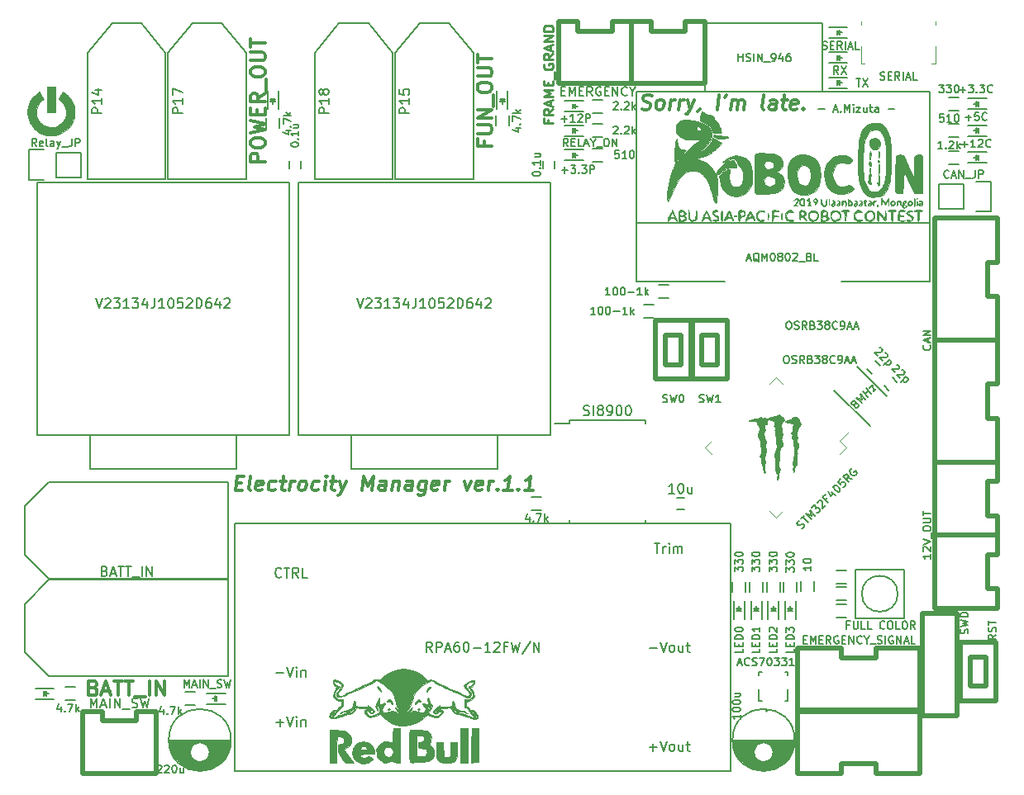
<source format=gbr>
G04 #@! TF.GenerationSoftware,KiCad,Pcbnew,(5.0.2)-1*
G04 #@! TF.CreationDate,2019-05-04T12:12:21+09:00*
G04 #@! TF.ProjectId,Electrocity_Manager,456c6563-7472-46f6-9369-74795f4d616e,rev?*
G04 #@! TF.SameCoordinates,Original*
G04 #@! TF.FileFunction,Legend,Top*
G04 #@! TF.FilePolarity,Positive*
%FSLAX46Y46*%
G04 Gerber Fmt 4.6, Leading zero omitted, Abs format (unit mm)*
G04 Created by KiCad (PCBNEW (5.0.2)-1) date 2019/05/04 12:12:21*
%MOMM*%
%LPD*%
G01*
G04 APERTURE LIST*
%ADD10C,0.200000*%
%ADD11C,0.375000*%
%ADD12C,0.150000*%
%ADD13C,0.500000*%
%ADD14C,0.152400*%
%ADD15C,0.010000*%
%ADD16C,0.120000*%
%ADD17C,0.250000*%
G04 APERTURE END LIST*
D10*
X129633333Y-106807142D02*
X130242857Y-106807142D01*
X131195238Y-106883333D02*
X131576190Y-106883333D01*
X131119047Y-107111904D02*
X131385714Y-106311904D01*
X131652380Y-107111904D01*
X131919047Y-107035714D02*
X131957142Y-107073809D01*
X131919047Y-107111904D01*
X131880952Y-107073809D01*
X131919047Y-107035714D01*
X131919047Y-107111904D01*
X132300000Y-107111904D02*
X132300000Y-106311904D01*
X132566666Y-106883333D01*
X132833333Y-106311904D01*
X132833333Y-107111904D01*
X133214285Y-107111904D02*
X133214285Y-106578571D01*
X133214285Y-106311904D02*
X133176190Y-106350000D01*
X133214285Y-106388095D01*
X133252380Y-106350000D01*
X133214285Y-106311904D01*
X133214285Y-106388095D01*
X133519047Y-106578571D02*
X133938095Y-106578571D01*
X133519047Y-107111904D01*
X133938095Y-107111904D01*
X134585714Y-106578571D02*
X134585714Y-107111904D01*
X134242857Y-106578571D02*
X134242857Y-106997619D01*
X134280952Y-107073809D01*
X134357142Y-107111904D01*
X134471428Y-107111904D01*
X134547619Y-107073809D01*
X134585714Y-107035714D01*
X134852380Y-106578571D02*
X135157142Y-106578571D01*
X134966666Y-106311904D02*
X134966666Y-106997619D01*
X135004761Y-107073809D01*
X135080952Y-107111904D01*
X135157142Y-107111904D01*
X135766666Y-107111904D02*
X135766666Y-106692857D01*
X135728571Y-106616666D01*
X135652380Y-106578571D01*
X135500000Y-106578571D01*
X135423809Y-106616666D01*
X135766666Y-107073809D02*
X135690476Y-107111904D01*
X135500000Y-107111904D01*
X135423809Y-107073809D01*
X135385714Y-106997619D01*
X135385714Y-106921428D01*
X135423809Y-106845238D01*
X135500000Y-106807142D01*
X135690476Y-106807142D01*
X135766666Y-106769047D01*
X136757142Y-106807142D02*
X137366666Y-106807142D01*
D11*
X111525334Y-106757142D02*
X111730691Y-106828571D01*
X112087834Y-106828571D01*
X112239620Y-106757142D01*
X112319977Y-106685714D01*
X112409263Y-106542857D01*
X112427120Y-106400000D01*
X112373549Y-106257142D01*
X112311049Y-106185714D01*
X112177120Y-106114285D01*
X111900334Y-106042857D01*
X111766406Y-105971428D01*
X111703906Y-105900000D01*
X111650334Y-105757142D01*
X111668191Y-105614285D01*
X111757477Y-105471428D01*
X111837834Y-105400000D01*
X111989620Y-105328571D01*
X112346763Y-105328571D01*
X112552120Y-105400000D01*
X113230691Y-106828571D02*
X113096763Y-106757142D01*
X113034263Y-106685714D01*
X112980691Y-106542857D01*
X113034263Y-106114285D01*
X113123549Y-105971428D01*
X113203906Y-105900000D01*
X113355691Y-105828571D01*
X113569977Y-105828571D01*
X113703906Y-105900000D01*
X113766406Y-105971428D01*
X113819977Y-106114285D01*
X113766406Y-106542857D01*
X113677120Y-106685714D01*
X113596763Y-106757142D01*
X113444977Y-106828571D01*
X113230691Y-106828571D01*
X114373549Y-106828571D02*
X114498549Y-105828571D01*
X114462834Y-106114285D02*
X114552120Y-105971428D01*
X114632477Y-105900000D01*
X114784263Y-105828571D01*
X114927120Y-105828571D01*
X115302120Y-106828571D02*
X115427120Y-105828571D01*
X115391406Y-106114285D02*
X115480691Y-105971428D01*
X115561049Y-105900000D01*
X115712834Y-105828571D01*
X115855691Y-105828571D01*
X116212834Y-105828571D02*
X116444977Y-106828571D01*
X116927120Y-105828571D02*
X116444977Y-106828571D01*
X116257477Y-107185714D01*
X116177120Y-107257142D01*
X116025334Y-107328571D01*
X117453906Y-106757142D02*
X117444977Y-106828571D01*
X117355691Y-106971428D01*
X117275334Y-107042857D01*
X119230691Y-106828571D02*
X119418191Y-105328571D01*
X120203906Y-105328571D02*
X120025334Y-105614285D01*
X120659263Y-106828571D02*
X120784263Y-105828571D01*
X120766406Y-105971428D02*
X120846763Y-105900000D01*
X120998549Y-105828571D01*
X121212834Y-105828571D01*
X121346763Y-105900000D01*
X121400334Y-106042857D01*
X121302120Y-106828571D01*
X121400334Y-106042857D02*
X121489620Y-105900000D01*
X121641406Y-105828571D01*
X121855691Y-105828571D01*
X121989620Y-105900000D01*
X122043191Y-106042857D01*
X121944977Y-106828571D01*
X124016406Y-106828571D02*
X123882477Y-106757142D01*
X123828906Y-106614285D01*
X123989620Y-105328571D01*
X125230691Y-106828571D02*
X125328906Y-106042857D01*
X125275334Y-105900000D01*
X125141406Y-105828571D01*
X124855691Y-105828571D01*
X124703906Y-105900000D01*
X125239620Y-106757142D02*
X125087834Y-106828571D01*
X124730691Y-106828571D01*
X124596763Y-106757142D01*
X124543191Y-106614285D01*
X124561049Y-106471428D01*
X124650334Y-106328571D01*
X124802120Y-106257142D01*
X125159263Y-106257142D01*
X125311049Y-106185714D01*
X125855691Y-105828571D02*
X126427120Y-105828571D01*
X126132477Y-105328571D02*
X125971763Y-106614285D01*
X126025334Y-106757142D01*
X126159263Y-106828571D01*
X126302120Y-106828571D01*
X127382477Y-106757142D02*
X127230691Y-106828571D01*
X126944977Y-106828571D01*
X126811049Y-106757142D01*
X126757477Y-106614285D01*
X126828906Y-106042857D01*
X126918191Y-105900000D01*
X127069977Y-105828571D01*
X127355691Y-105828571D01*
X127489620Y-105900000D01*
X127543191Y-106042857D01*
X127525334Y-106185714D01*
X126793191Y-106328571D01*
X128105691Y-106685714D02*
X128168191Y-106757142D01*
X128087834Y-106828571D01*
X128025334Y-106757142D01*
X128105691Y-106685714D01*
X128087834Y-106828571D01*
X69971763Y-145142857D02*
X70471763Y-145142857D01*
X70587834Y-145928571D02*
X69873549Y-145928571D01*
X70061049Y-144428571D01*
X70775334Y-144428571D01*
X71444977Y-145928571D02*
X71311049Y-145857142D01*
X71257477Y-145714285D01*
X71418191Y-144428571D01*
X72596763Y-145857142D02*
X72444977Y-145928571D01*
X72159263Y-145928571D01*
X72025334Y-145857142D01*
X71971763Y-145714285D01*
X72043191Y-145142857D01*
X72132477Y-145000000D01*
X72284263Y-144928571D01*
X72569977Y-144928571D01*
X72703906Y-145000000D01*
X72757477Y-145142857D01*
X72739620Y-145285714D01*
X72007477Y-145428571D01*
X73953906Y-145857142D02*
X73802120Y-145928571D01*
X73516406Y-145928571D01*
X73382477Y-145857142D01*
X73319977Y-145785714D01*
X73266406Y-145642857D01*
X73319977Y-145214285D01*
X73409263Y-145071428D01*
X73489620Y-145000000D01*
X73641406Y-144928571D01*
X73927120Y-144928571D01*
X74061049Y-145000000D01*
X74498549Y-144928571D02*
X75069977Y-144928571D01*
X74775334Y-144428571D02*
X74614620Y-145714285D01*
X74668191Y-145857142D01*
X74802120Y-145928571D01*
X74944977Y-145928571D01*
X75444977Y-145928571D02*
X75569977Y-144928571D01*
X75534263Y-145214285D02*
X75623549Y-145071428D01*
X75703906Y-145000000D01*
X75855691Y-144928571D01*
X75998549Y-144928571D01*
X76587834Y-145928571D02*
X76453906Y-145857142D01*
X76391406Y-145785714D01*
X76337834Y-145642857D01*
X76391406Y-145214285D01*
X76480691Y-145071428D01*
X76561049Y-145000000D01*
X76712834Y-144928571D01*
X76927120Y-144928571D01*
X77061049Y-145000000D01*
X77123549Y-145071428D01*
X77177120Y-145214285D01*
X77123549Y-145642857D01*
X77034263Y-145785714D01*
X76953906Y-145857142D01*
X76802120Y-145928571D01*
X76587834Y-145928571D01*
X78382477Y-145857142D02*
X78230691Y-145928571D01*
X77944977Y-145928571D01*
X77811049Y-145857142D01*
X77748549Y-145785714D01*
X77694977Y-145642857D01*
X77748549Y-145214285D01*
X77837834Y-145071428D01*
X77918191Y-145000000D01*
X78069977Y-144928571D01*
X78355691Y-144928571D01*
X78489620Y-145000000D01*
X79016406Y-145928571D02*
X79141406Y-144928571D01*
X79203906Y-144428571D02*
X79123549Y-144500000D01*
X79186049Y-144571428D01*
X79266406Y-144500000D01*
X79203906Y-144428571D01*
X79186049Y-144571428D01*
X79641406Y-144928571D02*
X80212834Y-144928571D01*
X79918191Y-144428571D02*
X79757477Y-145714285D01*
X79811049Y-145857142D01*
X79944977Y-145928571D01*
X80087834Y-145928571D01*
X80569977Y-144928571D02*
X80802120Y-145928571D01*
X81284263Y-144928571D02*
X80802120Y-145928571D01*
X80614620Y-146285714D01*
X80534263Y-146357142D01*
X80382477Y-146428571D01*
X82873549Y-145928571D02*
X83061049Y-144428571D01*
X83427120Y-145500000D01*
X84061049Y-144428571D01*
X83873549Y-145928571D01*
X85230691Y-145928571D02*
X85328906Y-145142857D01*
X85275334Y-145000000D01*
X85141406Y-144928571D01*
X84855691Y-144928571D01*
X84703906Y-145000000D01*
X85239620Y-145857142D02*
X85087834Y-145928571D01*
X84730691Y-145928571D01*
X84596763Y-145857142D01*
X84543191Y-145714285D01*
X84561049Y-145571428D01*
X84650334Y-145428571D01*
X84802120Y-145357142D01*
X85159263Y-145357142D01*
X85311049Y-145285714D01*
X86069977Y-144928571D02*
X85944977Y-145928571D01*
X86052120Y-145071428D02*
X86132477Y-145000000D01*
X86284263Y-144928571D01*
X86498549Y-144928571D01*
X86632477Y-145000000D01*
X86686049Y-145142857D01*
X86587834Y-145928571D01*
X87944977Y-145928571D02*
X88043191Y-145142857D01*
X87989620Y-145000000D01*
X87855691Y-144928571D01*
X87569977Y-144928571D01*
X87418191Y-145000000D01*
X87953906Y-145857142D02*
X87802120Y-145928571D01*
X87444977Y-145928571D01*
X87311049Y-145857142D01*
X87257477Y-145714285D01*
X87275334Y-145571428D01*
X87364620Y-145428571D01*
X87516406Y-145357142D01*
X87873549Y-145357142D01*
X88025334Y-145285714D01*
X89427120Y-144928571D02*
X89275334Y-146142857D01*
X89186049Y-146285714D01*
X89105691Y-146357142D01*
X88953906Y-146428571D01*
X88739620Y-146428571D01*
X88605691Y-146357142D01*
X89311049Y-145857142D02*
X89159263Y-145928571D01*
X88873549Y-145928571D01*
X88739620Y-145857142D01*
X88677120Y-145785714D01*
X88623549Y-145642857D01*
X88677120Y-145214285D01*
X88766406Y-145071428D01*
X88846763Y-145000000D01*
X88998549Y-144928571D01*
X89284263Y-144928571D01*
X89418191Y-145000000D01*
X90596763Y-145857142D02*
X90444977Y-145928571D01*
X90159263Y-145928571D01*
X90025334Y-145857142D01*
X89971763Y-145714285D01*
X90043191Y-145142857D01*
X90132477Y-145000000D01*
X90284263Y-144928571D01*
X90569977Y-144928571D01*
X90703906Y-145000000D01*
X90757477Y-145142857D01*
X90739620Y-145285714D01*
X90007477Y-145428571D01*
X91302120Y-145928571D02*
X91427120Y-144928571D01*
X91391406Y-145214285D02*
X91480691Y-145071428D01*
X91561049Y-145000000D01*
X91712834Y-144928571D01*
X91855691Y-144928571D01*
X93355691Y-144928571D02*
X93587834Y-145928571D01*
X94069977Y-144928571D01*
X95096763Y-145857142D02*
X94944977Y-145928571D01*
X94659263Y-145928571D01*
X94525334Y-145857142D01*
X94471763Y-145714285D01*
X94543191Y-145142857D01*
X94632477Y-145000000D01*
X94784263Y-144928571D01*
X95069977Y-144928571D01*
X95203906Y-145000000D01*
X95257477Y-145142857D01*
X95239620Y-145285714D01*
X94507477Y-145428571D01*
X95802120Y-145928571D02*
X95927120Y-144928571D01*
X95891406Y-145214285D02*
X95980691Y-145071428D01*
X96061049Y-145000000D01*
X96212834Y-144928571D01*
X96355691Y-144928571D01*
X96748549Y-145785714D02*
X96811049Y-145857142D01*
X96730691Y-145928571D01*
X96668191Y-145857142D01*
X96748549Y-145785714D01*
X96730691Y-145928571D01*
X98230691Y-145928571D02*
X97373549Y-145928571D01*
X97802120Y-145928571D02*
X97989620Y-144428571D01*
X97819977Y-144642857D01*
X97659263Y-144785714D01*
X97507477Y-144857142D01*
X98891406Y-145785714D02*
X98953906Y-145857142D01*
X98873549Y-145928571D01*
X98811049Y-145857142D01*
X98891406Y-145785714D01*
X98873549Y-145928571D01*
X100373549Y-145928571D02*
X99516406Y-145928571D01*
X99944977Y-145928571D02*
X100132477Y-144428571D01*
X99962834Y-144642857D01*
X99802120Y-144785714D01*
X99650334Y-144857142D01*
D12*
G04 #@! TO.C,U9*
X69850000Y-149300000D02*
X120650000Y-149300000D01*
X69850000Y-174700000D02*
X69850000Y-149300000D01*
X120650000Y-174700000D02*
X69850000Y-174700000D01*
X120650000Y-149300000D02*
X120650000Y-174700000D01*
G04 #@! TO.C,C5*
X135426777Y-132578249D02*
X135921751Y-133073223D01*
X135073223Y-133921751D02*
X134578249Y-133426777D01*
G04 #@! TO.C,X1*
X134921751Y-139325914D02*
X131209441Y-135613604D01*
X133613604Y-133209441D02*
X136654163Y-136250000D01*
G04 #@! TO.C,R5*
X132500000Y-157175000D02*
X131500000Y-157175000D01*
X131500000Y-155825000D02*
X132500000Y-155825000D01*
G04 #@! TO.C,R21*
X131470000Y-157575000D02*
X132470000Y-157575000D01*
X132470000Y-158925000D02*
X131470000Y-158925000D01*
G04 #@! TO.C,R1*
X131500000Y-154075000D02*
X132500000Y-154075000D01*
X132500000Y-155425000D02*
X131500000Y-155425000D01*
G04 #@! TO.C,D6*
X123500000Y-158030000D02*
X123250000Y-158280000D01*
X123000000Y-158030000D02*
X123500000Y-158030000D01*
X123250000Y-158280000D02*
X123000000Y-158030000D01*
X123000000Y-158280000D02*
X123500000Y-158280000D01*
X123250000Y-158230000D02*
X123250000Y-157780000D01*
X122700000Y-159130000D02*
X122700000Y-157230000D01*
X123800000Y-159130000D02*
X123800000Y-157230000D01*
G04 #@! TO.C,P15*
X88750000Y-98000000D02*
X86250000Y-101000000D01*
X86250000Y-101000000D02*
X86250000Y-114000000D01*
X91750000Y-98000000D02*
X94250000Y-101000000D01*
X94250000Y-101000000D02*
X94250000Y-114000000D01*
X91750000Y-98000000D02*
X88750000Y-98000000D01*
X94250000Y-114000000D02*
X86250000Y-114000000D01*
G04 #@! TO.C,P17*
X71000000Y-114000000D02*
X63000000Y-114000000D01*
X68500000Y-98000000D02*
X65500000Y-98000000D01*
X71000000Y-101000000D02*
X71000000Y-114000000D01*
X68500000Y-98000000D02*
X71000000Y-101000000D01*
X63000000Y-101000000D02*
X63000000Y-114000000D01*
X65500000Y-98000000D02*
X63000000Y-101000000D01*
G04 #@! TO.C,C28*
X115850000Y-147850000D02*
X115150000Y-147850000D01*
X115150000Y-146650000D02*
X115850000Y-146650000D01*
G04 #@! TO.C,C32*
X69399000Y-171575000D02*
X63101000Y-171575000D01*
X69393000Y-171715000D02*
X63107000Y-171715000D01*
X69380000Y-171855000D02*
X66696000Y-171855000D01*
X65804000Y-171855000D02*
X63120000Y-171855000D01*
X69361000Y-171995000D02*
X66906000Y-171995000D01*
X65594000Y-171995000D02*
X63139000Y-171995000D01*
X69335000Y-172135000D02*
X67039000Y-172135000D01*
X65461000Y-172135000D02*
X63165000Y-172135000D01*
X69303000Y-172275000D02*
X67130000Y-172275000D01*
X65370000Y-172275000D02*
X63197000Y-172275000D01*
X69264000Y-172415000D02*
X67192000Y-172415000D01*
X65308000Y-172415000D02*
X63236000Y-172415000D01*
X69218000Y-172555000D02*
X67231000Y-172555000D01*
X65269000Y-172555000D02*
X63282000Y-172555000D01*
X69165000Y-172695000D02*
X67248000Y-172695000D01*
X65252000Y-172695000D02*
X63335000Y-172695000D01*
X69103000Y-172835000D02*
X67246000Y-172835000D01*
X65254000Y-172835000D02*
X63397000Y-172835000D01*
X69033000Y-172975000D02*
X67224000Y-172975000D01*
X65276000Y-172975000D02*
X63467000Y-172975000D01*
X68954000Y-173115000D02*
X67181000Y-173115000D01*
X65319000Y-173115000D02*
X63546000Y-173115000D01*
X68866000Y-173255000D02*
X67113000Y-173255000D01*
X65387000Y-173255000D02*
X63634000Y-173255000D01*
X68766000Y-173395000D02*
X67014000Y-173395000D01*
X65486000Y-173395000D02*
X63734000Y-173395000D01*
X68654000Y-173535000D02*
X66869000Y-173535000D01*
X65631000Y-173535000D02*
X63846000Y-173535000D01*
X68529000Y-173675000D02*
X66630000Y-173675000D01*
X65870000Y-173675000D02*
X63971000Y-173675000D01*
X68386000Y-173815000D02*
X64114000Y-173815000D01*
X68224000Y-173955000D02*
X64276000Y-173955000D01*
X68036000Y-174095000D02*
X64464000Y-174095000D01*
X67813000Y-174235000D02*
X64687000Y-174235000D01*
X67537000Y-174375000D02*
X64963000Y-174375000D01*
X67162000Y-174515000D02*
X65338000Y-174515000D01*
X67250000Y-172750000D02*
G75*
G03X67250000Y-172750000I-1000000J0D01*
G01*
X69437500Y-171500000D02*
G75*
G03X69437500Y-171500000I-3187500J0D01*
G01*
G04 #@! TO.C,C34*
X102600000Y-112150000D02*
X102600000Y-112850000D01*
X101400000Y-112850000D02*
X101400000Y-112150000D01*
G04 #@! TO.C,C35*
X127187500Y-171500000D02*
G75*
G03X127187500Y-171500000I-3187500J0D01*
G01*
X125000000Y-172750000D02*
G75*
G03X125000000Y-172750000I-1000000J0D01*
G01*
X124912000Y-174515000D02*
X123088000Y-174515000D01*
X125287000Y-174375000D02*
X122713000Y-174375000D01*
X125563000Y-174235000D02*
X122437000Y-174235000D01*
X125786000Y-174095000D02*
X122214000Y-174095000D01*
X125974000Y-173955000D02*
X122026000Y-173955000D01*
X126136000Y-173815000D02*
X121864000Y-173815000D01*
X123620000Y-173675000D02*
X121721000Y-173675000D01*
X126279000Y-173675000D02*
X124380000Y-173675000D01*
X123381000Y-173535000D02*
X121596000Y-173535000D01*
X126404000Y-173535000D02*
X124619000Y-173535000D01*
X123236000Y-173395000D02*
X121484000Y-173395000D01*
X126516000Y-173395000D02*
X124764000Y-173395000D01*
X123137000Y-173255000D02*
X121384000Y-173255000D01*
X126616000Y-173255000D02*
X124863000Y-173255000D01*
X123069000Y-173115000D02*
X121296000Y-173115000D01*
X126704000Y-173115000D02*
X124931000Y-173115000D01*
X123026000Y-172975000D02*
X121217000Y-172975000D01*
X126783000Y-172975000D02*
X124974000Y-172975000D01*
X123004000Y-172835000D02*
X121147000Y-172835000D01*
X126853000Y-172835000D02*
X124996000Y-172835000D01*
X123002000Y-172695000D02*
X121085000Y-172695000D01*
X126915000Y-172695000D02*
X124998000Y-172695000D01*
X123019000Y-172555000D02*
X121032000Y-172555000D01*
X126968000Y-172555000D02*
X124981000Y-172555000D01*
X123058000Y-172415000D02*
X120986000Y-172415000D01*
X127014000Y-172415000D02*
X124942000Y-172415000D01*
X123120000Y-172275000D02*
X120947000Y-172275000D01*
X127053000Y-172275000D02*
X124880000Y-172275000D01*
X123211000Y-172135000D02*
X120915000Y-172135000D01*
X127085000Y-172135000D02*
X124789000Y-172135000D01*
X123344000Y-171995000D02*
X120889000Y-171995000D01*
X127111000Y-171995000D02*
X124656000Y-171995000D01*
X123554000Y-171855000D02*
X120870000Y-171855000D01*
X127130000Y-171855000D02*
X124446000Y-171855000D01*
X127143000Y-171715000D02*
X120857000Y-171715000D01*
X127149000Y-171575000D02*
X120851000Y-171575000D01*
G04 #@! TO.C,JP3*
X144480000Y-117020000D02*
X141940000Y-117020000D01*
X147300000Y-117300000D02*
X145750000Y-117300000D01*
X144480000Y-117020000D02*
X144480000Y-114480000D01*
X145750000Y-114200000D02*
X147300000Y-114200000D01*
X147300000Y-114200000D02*
X147300000Y-117300000D01*
X144480000Y-114480000D02*
X141940000Y-114480000D01*
X141940000Y-114480000D02*
X141940000Y-117020000D01*
D13*
G04 #@! TO.C,P3*
X147950000Y-130500000D02*
X147950000Y-126000000D01*
X147950000Y-126000000D02*
X146950000Y-126000000D01*
X146950000Y-126000000D02*
X146950000Y-122500000D01*
X146950000Y-122500000D02*
X147950000Y-122500000D01*
X147950000Y-122500000D02*
X147950000Y-118000000D01*
X141550000Y-118000000D02*
X141550000Y-130500000D01*
X147950000Y-118000000D02*
X141550000Y-118000000D01*
X141550000Y-130500000D02*
X147950000Y-130500000D01*
G04 #@! TO.C,P9*
X61750000Y-168550000D02*
X59750000Y-168550000D01*
X59750000Y-168550000D02*
X59750000Y-169550000D01*
X59750000Y-169550000D02*
X56250000Y-169550000D01*
X56250000Y-169550000D02*
X56250000Y-168550000D01*
X56250000Y-168550000D02*
X54250000Y-168550000D01*
X61750000Y-174950000D02*
X61750000Y-168550000D01*
X54250000Y-168550000D02*
X54250000Y-174950000D01*
X54250000Y-174950000D02*
X61750000Y-174950000D01*
D12*
G04 #@! TO.C,P13*
X69150000Y-155050000D02*
X50800000Y-155050000D01*
X69150000Y-164950000D02*
X69150000Y-155050000D01*
X50800000Y-164950000D02*
X69150000Y-164950000D01*
X50800000Y-155050000D02*
X48350000Y-157550000D01*
X50800000Y-164950000D02*
X48350000Y-162500000D01*
X48350000Y-160000000D02*
X48350000Y-157550000D01*
X48350000Y-159950000D02*
X48350000Y-162500000D01*
G04 #@! TO.C,P14*
X62750000Y-114000000D02*
X54750000Y-114000000D01*
X60250000Y-98000000D02*
X57250000Y-98000000D01*
X62750000Y-101000000D02*
X62750000Y-114000000D01*
X60250000Y-98000000D02*
X62750000Y-101000000D01*
X54750000Y-101000000D02*
X54750000Y-114000000D01*
X57250000Y-98000000D02*
X54750000Y-101000000D01*
G04 #@! TO.C,P16*
X48350000Y-149950000D02*
X48350000Y-152500000D01*
X48350000Y-150000000D02*
X48350000Y-147550000D01*
X50800000Y-154950000D02*
X48350000Y-152500000D01*
X50800000Y-145050000D02*
X48350000Y-147550000D01*
X50800000Y-154950000D02*
X69150000Y-154950000D01*
X69150000Y-154950000D02*
X69150000Y-145050000D01*
X69150000Y-145050000D02*
X50800000Y-145050000D01*
G04 #@! TO.C,P18*
X80500000Y-98000000D02*
X78000000Y-101000000D01*
X78000000Y-101000000D02*
X78000000Y-114000000D01*
X83500000Y-98000000D02*
X86000000Y-101000000D01*
X86000000Y-101000000D02*
X86000000Y-114000000D01*
X83500000Y-98000000D02*
X80500000Y-98000000D01*
X86000000Y-114000000D02*
X78000000Y-114000000D01*
D13*
G04 #@! TO.C,SW1*
X147800000Y-167500000D02*
X147800000Y-161500000D01*
X144200000Y-167500000D02*
X147800000Y-167500000D01*
X144200000Y-161500000D02*
X144200000Y-167500000D01*
X147800000Y-161500000D02*
X144200000Y-161500000D01*
X146800000Y-166000000D02*
X146800000Y-163000000D01*
X145200000Y-166000000D02*
X146800000Y-166000000D01*
X145200000Y-163000000D02*
X145200000Y-166000000D01*
X146800000Y-163000000D02*
X145200000Y-163000000D01*
D12*
G04 #@! TO.C,U8*
X49550000Y-127250000D02*
X49550000Y-140200000D01*
X49550000Y-140200000D02*
X75450000Y-140200000D01*
X75450000Y-140200000D02*
X75410000Y-114300000D01*
X75410000Y-114300000D02*
X49550000Y-114320000D01*
X49550000Y-114320000D02*
X49550000Y-127250000D01*
X55000000Y-143700000D02*
X70000000Y-143680000D01*
X70000000Y-143680000D02*
X70000000Y-140230000D01*
X55000000Y-143700000D02*
X55000000Y-140200000D01*
G04 #@! TO.C,U12*
X81750000Y-143700000D02*
X81750000Y-140200000D01*
X96750000Y-143680000D02*
X96750000Y-140230000D01*
X81750000Y-143700000D02*
X96750000Y-143680000D01*
X76300000Y-114320000D02*
X76300000Y-127250000D01*
X102160000Y-114300000D02*
X76300000Y-114320000D01*
X102200000Y-140200000D02*
X102160000Y-114300000D01*
X76300000Y-140200000D02*
X102200000Y-140200000D01*
X76300000Y-127250000D02*
X76300000Y-140200000D01*
D13*
G04 #@! TO.C,P1*
X140300000Y-169000000D02*
X143800000Y-169000000D01*
X140300000Y-158500000D02*
X140300000Y-169000000D01*
X143800000Y-158500000D02*
X143800000Y-169000000D01*
X143800000Y-158500000D02*
X140300000Y-158500000D01*
D12*
G04 #@! TO.C,C1*
X136823223Y-135671751D02*
X136328249Y-135176777D01*
X137176777Y-134328249D02*
X137671751Y-134823223D01*
G04 #@! TO.C,C40*
X75400000Y-112850000D02*
X75400000Y-112150000D01*
X76600000Y-112150000D02*
X76600000Y-112850000D01*
G04 #@! TO.C,D2*
X146850000Y-111200000D02*
X144950000Y-111200000D01*
X146850000Y-112300000D02*
X144950000Y-112300000D01*
X145950000Y-111750000D02*
X145500000Y-111750000D01*
X146000000Y-112000000D02*
X146000000Y-111500000D01*
X146000000Y-111750000D02*
X145750000Y-112000000D01*
X145750000Y-112000000D02*
X145750000Y-111500000D01*
X145750000Y-111500000D02*
X146000000Y-111750000D01*
G04 #@! TO.C,D3*
X145750000Y-108750000D02*
X146000000Y-109000000D01*
X145750000Y-109250000D02*
X145750000Y-108750000D01*
X146000000Y-109000000D02*
X145750000Y-109250000D01*
X146000000Y-109250000D02*
X146000000Y-108750000D01*
X145950000Y-109000000D02*
X145500000Y-109000000D01*
X146850000Y-109550000D02*
X144950000Y-109550000D01*
X146850000Y-108450000D02*
X144950000Y-108450000D01*
G04 #@! TO.C,D4*
X146850000Y-105700000D02*
X144950000Y-105700000D01*
X146850000Y-106800000D02*
X144950000Y-106800000D01*
X145950000Y-106250000D02*
X145500000Y-106250000D01*
X146000000Y-106500000D02*
X146000000Y-106000000D01*
X146000000Y-106250000D02*
X145750000Y-106500000D01*
X145750000Y-106500000D02*
X145750000Y-106000000D01*
X145750000Y-106000000D02*
X146000000Y-106250000D01*
G04 #@! TO.C,D5*
X122050000Y-159130000D02*
X122050000Y-157230000D01*
X120950000Y-159130000D02*
X120950000Y-157230000D01*
X121500000Y-158230000D02*
X121500000Y-157780000D01*
X121250000Y-158280000D02*
X121750000Y-158280000D01*
X121500000Y-158280000D02*
X121250000Y-158030000D01*
X121250000Y-158030000D02*
X121750000Y-158030000D01*
X121750000Y-158030000D02*
X121500000Y-158280000D01*
G04 #@! TO.C,D7*
X125550000Y-159130000D02*
X125550000Y-157230000D01*
X124450000Y-159130000D02*
X124450000Y-157230000D01*
X125000000Y-158230000D02*
X125000000Y-157780000D01*
X124750000Y-158280000D02*
X125250000Y-158280000D01*
X125000000Y-158280000D02*
X124750000Y-158030000D01*
X124750000Y-158030000D02*
X125250000Y-158030000D01*
X125250000Y-158030000D02*
X125000000Y-158280000D01*
G04 #@! TO.C,D8*
X127000000Y-158030000D02*
X126750000Y-158280000D01*
X126500000Y-158030000D02*
X127000000Y-158030000D01*
X126750000Y-158280000D02*
X126500000Y-158030000D01*
X126500000Y-158280000D02*
X127000000Y-158280000D01*
X126750000Y-158230000D02*
X126750000Y-157780000D01*
X126200000Y-159130000D02*
X126200000Y-157230000D01*
X127300000Y-159130000D02*
X127300000Y-157230000D01*
G04 #@! TO.C,D14*
X49400000Y-167300000D02*
X51300000Y-167300000D01*
X49400000Y-166200000D02*
X51300000Y-166200000D01*
X50300000Y-166750000D02*
X50750000Y-166750000D01*
X50250000Y-166500000D02*
X50250000Y-167000000D01*
X50250000Y-166750000D02*
X50500000Y-166500000D01*
X50500000Y-166500000D02*
X50500000Y-167000000D01*
X50500000Y-167000000D02*
X50250000Y-166750000D01*
G04 #@! TO.C,D15*
X68850000Y-166700000D02*
X66950000Y-166700000D01*
X68850000Y-167800000D02*
X66950000Y-167800000D01*
X67950000Y-167250000D02*
X67500000Y-167250000D01*
X68000000Y-167500000D02*
X68000000Y-167000000D01*
X68000000Y-167250000D02*
X67750000Y-167500000D01*
X67750000Y-167500000D02*
X67750000Y-167000000D01*
X67750000Y-167000000D02*
X68000000Y-167250000D01*
G04 #@! TO.C,D16*
X73500000Y-106000000D02*
X73750000Y-105750000D01*
X74000000Y-106000000D02*
X73500000Y-106000000D01*
X73750000Y-105750000D02*
X74000000Y-106000000D01*
X74000000Y-105750000D02*
X73500000Y-105750000D01*
X73750000Y-105800000D02*
X73750000Y-106250000D01*
X74300000Y-104900000D02*
X74300000Y-106800000D01*
X73200000Y-104900000D02*
X73200000Y-106800000D01*
G04 #@! TO.C,D17*
X96700000Y-104900000D02*
X96700000Y-106800000D01*
X97800000Y-104900000D02*
X97800000Y-106800000D01*
X97250000Y-105800000D02*
X97250000Y-106250000D01*
X97500000Y-105750000D02*
X97000000Y-105750000D01*
X97250000Y-105750000D02*
X97500000Y-106000000D01*
X97500000Y-106000000D02*
X97000000Y-106000000D01*
X97000000Y-106000000D02*
X97250000Y-105750000D01*
G04 #@! TO.C,D18*
X104740000Y-109240000D02*
X104490000Y-108990000D01*
X104740000Y-108740000D02*
X104740000Y-109240000D01*
X104490000Y-108990000D02*
X104740000Y-108740000D01*
X104490000Y-108740000D02*
X104490000Y-109240000D01*
X104540000Y-108990000D02*
X104990000Y-108990000D01*
X103640000Y-108440000D02*
X105540000Y-108440000D01*
X103640000Y-109540000D02*
X105540000Y-109540000D01*
G04 #@! TO.C,D19*
X104740000Y-106740000D02*
X104490000Y-106490000D01*
X104740000Y-106240000D02*
X104740000Y-106740000D01*
X104490000Y-106490000D02*
X104740000Y-106240000D01*
X104490000Y-106240000D02*
X104490000Y-106740000D01*
X104540000Y-106490000D02*
X104990000Y-106490000D01*
X103640000Y-105940000D02*
X105540000Y-105940000D01*
X103640000Y-107040000D02*
X105540000Y-107040000D01*
G04 #@! TO.C,D20*
X104740000Y-111740000D02*
X104490000Y-111490000D01*
X104740000Y-111240000D02*
X104740000Y-111740000D01*
X104490000Y-111490000D02*
X104740000Y-111240000D01*
X104490000Y-111240000D02*
X104490000Y-111740000D01*
X104540000Y-111490000D02*
X104990000Y-111490000D01*
X103640000Y-110940000D02*
X105540000Y-110940000D01*
X103640000Y-112040000D02*
X105540000Y-112040000D01*
G04 #@! TO.C,JP1*
X51520000Y-111230000D02*
X54060000Y-111230000D01*
X48700000Y-110950000D02*
X50250000Y-110950000D01*
X51520000Y-111230000D02*
X51520000Y-113770000D01*
X50250000Y-114050000D02*
X48700000Y-114050000D01*
X48700000Y-114050000D02*
X48700000Y-110950000D01*
X51520000Y-113770000D02*
X54060000Y-113770000D01*
X54060000Y-113770000D02*
X54060000Y-111230000D01*
D13*
G04 #@! TO.C,P5*
X140000000Y-162050000D02*
X135500000Y-162050000D01*
X135500000Y-162050000D02*
X135500000Y-163050000D01*
X135500000Y-163050000D02*
X132000000Y-163050000D01*
X132000000Y-163050000D02*
X132000000Y-162050000D01*
X132000000Y-162050000D02*
X127500000Y-162050000D01*
X127500000Y-168450000D02*
X140000000Y-168450000D01*
X127500000Y-162050000D02*
X127500000Y-168450000D01*
X140000000Y-168450000D02*
X140000000Y-162050000D01*
G04 #@! TO.C,P6*
X141550000Y-150500000D02*
X141550000Y-158000000D01*
X147950000Y-150500000D02*
X141550000Y-150500000D01*
X141550000Y-158000000D02*
X147950000Y-158000000D01*
X147950000Y-152500000D02*
X147950000Y-150500000D01*
X146950000Y-152500000D02*
X147950000Y-152500000D01*
X146950000Y-156000000D02*
X146950000Y-152500000D01*
X147950000Y-156000000D02*
X146950000Y-156000000D01*
X147950000Y-158000000D02*
X147950000Y-156000000D01*
G04 #@! TO.C,P7*
X147950000Y-150500000D02*
X147950000Y-148500000D01*
X147950000Y-148500000D02*
X146950000Y-148500000D01*
X146950000Y-148500000D02*
X146950000Y-145000000D01*
X146950000Y-145000000D02*
X147950000Y-145000000D01*
X147950000Y-145000000D02*
X147950000Y-143000000D01*
X141550000Y-150500000D02*
X147950000Y-150500000D01*
X147950000Y-143000000D02*
X141550000Y-143000000D01*
X141550000Y-143000000D02*
X141550000Y-150500000D01*
G04 #@! TO.C,P10*
X110500000Y-97800000D02*
X108500000Y-97800000D01*
X108500000Y-97800000D02*
X108500000Y-98800000D01*
X108500000Y-98800000D02*
X105000000Y-98800000D01*
X105000000Y-98800000D02*
X105000000Y-97800000D01*
X105000000Y-97800000D02*
X103000000Y-97800000D01*
X110500000Y-104200000D02*
X110500000Y-97800000D01*
X103000000Y-97800000D02*
X103000000Y-104200000D01*
X103000000Y-104200000D02*
X110500000Y-104200000D01*
G04 #@! TO.C,P11*
X110500000Y-104200000D02*
X118000000Y-104200000D01*
X110500000Y-97800000D02*
X110500000Y-104200000D01*
X118000000Y-104200000D02*
X118000000Y-97800000D01*
X112500000Y-97800000D02*
X110500000Y-97800000D01*
X112500000Y-98800000D02*
X112500000Y-97800000D01*
X116000000Y-98800000D02*
X112500000Y-98800000D01*
X116000000Y-97800000D02*
X116000000Y-98800000D01*
X118000000Y-97800000D02*
X116000000Y-97800000D01*
D12*
G04 #@! TO.C,R2*
X144000000Y-112425000D02*
X143000000Y-112425000D01*
X143000000Y-111075000D02*
X144000000Y-111075000D01*
G04 #@! TO.C,R3*
X143000000Y-108325000D02*
X144000000Y-108325000D01*
X144000000Y-109675000D02*
X143000000Y-109675000D01*
G04 #@! TO.C,R4*
X144000000Y-106925000D02*
X143000000Y-106925000D01*
X143000000Y-105575000D02*
X144000000Y-105575000D01*
G04 #@! TO.C,R10*
X122175000Y-155280000D02*
X122175000Y-156280000D01*
X120825000Y-156280000D02*
X120825000Y-155280000D01*
G04 #@! TO.C,R13*
X122575000Y-156280000D02*
X122575000Y-155280000D01*
X123925000Y-155280000D02*
X123925000Y-156280000D01*
G04 #@! TO.C,R14*
X125675000Y-155280000D02*
X125675000Y-156280000D01*
X124325000Y-156280000D02*
X124325000Y-155280000D01*
G04 #@! TO.C,R16*
X126075000Y-156280000D02*
X126075000Y-155280000D01*
X127425000Y-155280000D02*
X127425000Y-156280000D01*
G04 #@! TO.C,R20*
X129175000Y-155250000D02*
X129175000Y-156250000D01*
X127825000Y-156250000D02*
X127825000Y-155250000D01*
G04 #@! TO.C,R30*
X100250000Y-146575000D02*
X101250000Y-146575000D01*
X101250000Y-147925000D02*
X100250000Y-147925000D01*
G04 #@! TO.C,R33*
X53500000Y-167425000D02*
X52500000Y-167425000D01*
X52500000Y-166075000D02*
X53500000Y-166075000D01*
G04 #@! TO.C,R34*
X65750000Y-167925000D02*
X64750000Y-167925000D01*
X64750000Y-166575000D02*
X65750000Y-166575000D01*
G04 #@! TO.C,R35*
X73075000Y-108750000D02*
X73075000Y-107750000D01*
X74425000Y-107750000D02*
X74425000Y-108750000D01*
G04 #@! TO.C,R36*
X97925000Y-107500000D02*
X97925000Y-108500000D01*
X96575000Y-108500000D02*
X96575000Y-107500000D01*
G04 #@! TO.C,R37*
X107500000Y-109665000D02*
X106500000Y-109665000D01*
X106500000Y-108315000D02*
X107500000Y-108315000D01*
G04 #@! TO.C,R38*
X106500000Y-105815000D02*
X107500000Y-105815000D01*
X107500000Y-107165000D02*
X106500000Y-107165000D01*
G04 #@! TO.C,R39*
X106500000Y-110815000D02*
X107500000Y-110815000D01*
X107500000Y-112165000D02*
X106500000Y-112165000D01*
G04 #@! TO.C,R40*
X111750000Y-126825000D02*
X112750000Y-126825000D01*
X112750000Y-128175000D02*
X111750000Y-128175000D01*
G04 #@! TO.C,R44*
X113250000Y-124825000D02*
X114250000Y-124825000D01*
X114250000Y-126175000D02*
X113250000Y-126175000D01*
D13*
G04 #@! TO.C,P2*
X147950000Y-143000000D02*
X147950000Y-138500000D01*
X147950000Y-138500000D02*
X146950000Y-138500000D01*
X146950000Y-138500000D02*
X146950000Y-135000000D01*
X146950000Y-135000000D02*
X147950000Y-135000000D01*
X147950000Y-135000000D02*
X147950000Y-130500000D01*
X141550000Y-130500000D02*
X141550000Y-143000000D01*
X147950000Y-130500000D02*
X141550000Y-130500000D01*
X141550000Y-143000000D02*
X147950000Y-143000000D01*
D12*
G04 #@! TO.C,U13*
X124375000Y-168500000D02*
G75*
G03X124375000Y-168500000I-75000J0D01*
G01*
D14*
X126500000Y-164500000D02*
X126200000Y-164500000D01*
X126500000Y-164900000D02*
X126500000Y-164500000D01*
X126500000Y-167500000D02*
X126500000Y-166300000D01*
X126200000Y-167500000D02*
X126500000Y-167500000D01*
X123500000Y-164500000D02*
X123800000Y-164500000D01*
X123500000Y-164900000D02*
X123500000Y-164500000D01*
X123500000Y-167500000D02*
X123500000Y-166300000D01*
X123800000Y-167500000D02*
X123500000Y-167500000D01*
D12*
G04 #@! TO.C,U6*
X104125000Y-138675000D02*
X104125000Y-139030000D01*
X111875000Y-138675000D02*
X111875000Y-139030000D01*
X111875000Y-149325000D02*
X111875000Y-148970000D01*
X104125000Y-149325000D02*
X104125000Y-148970000D01*
X104125000Y-138675000D02*
X111875000Y-138675000D01*
X104125000Y-149325000D02*
X111875000Y-149325000D01*
X104125000Y-139030000D02*
X102600000Y-139030000D01*
D13*
G04 #@! TO.C,P4*
X127500000Y-174950000D02*
X132000000Y-174950000D01*
X132000000Y-174950000D02*
X132000000Y-173950000D01*
X132000000Y-173950000D02*
X135500000Y-173950000D01*
X135500000Y-173950000D02*
X135500000Y-174950000D01*
X135500000Y-174950000D02*
X140000000Y-174950000D01*
X140000000Y-168550000D02*
X127500000Y-168550000D01*
X140000000Y-174950000D02*
X140000000Y-168550000D01*
X127500000Y-168550000D02*
X127500000Y-174950000D01*
D15*
G04 #@! TO.C,U18*
G36*
X127129452Y-138369668D02*
X127163308Y-138382150D01*
X127201549Y-138392634D01*
X127251989Y-138399553D01*
X127288005Y-138401200D01*
X127371860Y-138406856D01*
X127438836Y-138425788D01*
X127493318Y-138460935D01*
X127539694Y-138515240D01*
X127582349Y-138591645D01*
X127587135Y-138601810D01*
X127613872Y-138658640D01*
X127640814Y-138714593D01*
X127663422Y-138760286D01*
X127669764Y-138772681D01*
X127696827Y-138849606D01*
X127701100Y-138894793D01*
X127707495Y-138943761D01*
X127724333Y-138985775D01*
X127748089Y-139014427D01*
X127771871Y-139023500D01*
X127785777Y-139034945D01*
X127790000Y-139066731D01*
X127785357Y-139093729D01*
X127770398Y-139131020D01*
X127743573Y-139181808D01*
X127703335Y-139249300D01*
X127696455Y-139260406D01*
X127594352Y-139434032D01*
X127511921Y-139595684D01*
X127448187Y-139748181D01*
X127402173Y-139894342D01*
X127372904Y-140036983D01*
X127359403Y-140178924D01*
X127358200Y-140237157D01*
X127358703Y-140293074D01*
X127360886Y-140328684D01*
X127365760Y-140349071D01*
X127374336Y-140359320D01*
X127383268Y-140363244D01*
X127418140Y-140385936D01*
X127445550Y-140424493D01*
X127459246Y-140469408D01*
X127459800Y-140479636D01*
X127455145Y-140510131D01*
X127442659Y-140556304D01*
X127424553Y-140610504D01*
X127413444Y-140639848D01*
X127379069Y-140740582D01*
X127362671Y-140824083D01*
X127364288Y-140891103D01*
X127383960Y-140942393D01*
X127421727Y-140978705D01*
X127431439Y-140984228D01*
X127484277Y-141023004D01*
X127527623Y-141080825D01*
X127549771Y-141124814D01*
X127567190Y-141178766D01*
X127576570Y-141239563D01*
X127578460Y-141302242D01*
X127573406Y-141361840D01*
X127561954Y-141413394D01*
X127544651Y-141451938D01*
X127522044Y-141472512D01*
X127511248Y-141474600D01*
X127493773Y-141479025D01*
X127486250Y-141496839D01*
X127484874Y-141522225D01*
X127474342Y-141573626D01*
X127442797Y-141635355D01*
X127440424Y-141639111D01*
X127417487Y-141677404D01*
X127404240Y-141708928D01*
X127398064Y-141743591D01*
X127396341Y-141791300D01*
X127396300Y-141806048D01*
X127406107Y-141919336D01*
X127422965Y-141990056D01*
X127439857Y-142058864D01*
X127441758Y-142114732D01*
X127427789Y-142165840D01*
X127398377Y-142218397D01*
X127380357Y-142247248D01*
X127369672Y-142271975D01*
X127364834Y-142300307D01*
X127364354Y-142339975D01*
X127366147Y-142385875D01*
X127370067Y-142453217D01*
X127375801Y-142531002D01*
X127382241Y-142604446D01*
X127383545Y-142617600D01*
X127390338Y-142696696D01*
X127395747Y-142784087D01*
X127399677Y-142874855D01*
X127402034Y-142964082D01*
X127402724Y-143046851D01*
X127401652Y-143118245D01*
X127398724Y-143173345D01*
X127394787Y-143203322D01*
X127373509Y-143261273D01*
X127333290Y-143329066D01*
X127317938Y-143350587D01*
X127266861Y-143421947D01*
X127228327Y-143482202D01*
X127197910Y-143539152D01*
X127171184Y-143600592D01*
X127160833Y-143627383D01*
X127144409Y-143673941D01*
X127135292Y-143711406D01*
X127132261Y-143749701D01*
X127134095Y-143798751D01*
X127136218Y-143827428D01*
X127139830Y-143884878D01*
X127139401Y-143923578D01*
X127134398Y-143949934D01*
X127124317Y-143970303D01*
X127106476Y-143992860D01*
X127093461Y-144001900D01*
X127084014Y-143991049D01*
X127068484Y-143962419D01*
X127050018Y-143921896D01*
X127047613Y-143916175D01*
X127022672Y-143841582D01*
X127007784Y-143765262D01*
X127003550Y-143693918D01*
X127010566Y-143634252D01*
X127020064Y-143607563D01*
X127031823Y-143578089D01*
X127038110Y-143544719D01*
X127038753Y-143503204D01*
X127033580Y-143449291D01*
X127022420Y-143378732D01*
X127007670Y-143300307D01*
X126989589Y-143194891D01*
X126981416Y-143108774D01*
X126983686Y-143037644D01*
X126996937Y-142977194D01*
X127021704Y-142923112D01*
X127058525Y-142871089D01*
X127061536Y-142867450D01*
X127085384Y-142823679D01*
X127089837Y-142770688D01*
X127074973Y-142705293D01*
X127066100Y-142681100D01*
X127046885Y-142617774D01*
X127041720Y-142563764D01*
X127050790Y-142523795D01*
X127059368Y-142511845D01*
X127077778Y-142483985D01*
X127097757Y-142438757D01*
X127116335Y-142383787D01*
X127129493Y-142331850D01*
X127132660Y-142301968D01*
X127134552Y-142252301D01*
X127135098Y-142188435D01*
X127134222Y-142115956D01*
X127132924Y-142068831D01*
X127130540Y-141986651D01*
X127129899Y-141925204D01*
X127131247Y-141879866D01*
X127134825Y-141846014D01*
X127140878Y-141819026D01*
X127147038Y-141800903D01*
X127158188Y-141767815D01*
X127161940Y-141739823D01*
X127158450Y-141706769D01*
X127149144Y-141663872D01*
X127139532Y-141609165D01*
X127132591Y-141543156D01*
X127129791Y-141479915D01*
X127129787Y-141478524D01*
X127128220Y-141429441D01*
X127124218Y-141390673D01*
X127118551Y-141368784D01*
X127116658Y-141366500D01*
X127098490Y-141345707D01*
X127078200Y-141308658D01*
X127059375Y-141263845D01*
X127045603Y-141219764D01*
X127040465Y-141186097D01*
X127042616Y-141154555D01*
X127048634Y-141105077D01*
X127057574Y-141044668D01*
X127067533Y-140985650D01*
X127081122Y-140899375D01*
X127086389Y-140833294D01*
X127082596Y-140783358D01*
X127069009Y-140745519D01*
X127044890Y-140715731D01*
X127014301Y-140692919D01*
X126967195Y-140655099D01*
X126933832Y-140608181D01*
X126913626Y-140549386D01*
X126905990Y-140475934D01*
X126910337Y-140385043D01*
X126925972Y-140274553D01*
X126935368Y-140215825D01*
X126941650Y-140167046D01*
X126944295Y-140133138D01*
X126942775Y-140119024D01*
X126942584Y-140118927D01*
X126906053Y-140100501D01*
X126871585Y-140073611D01*
X126847909Y-140045653D01*
X126843084Y-140034620D01*
X126844300Y-139991870D01*
X126864742Y-139945171D01*
X126900574Y-139901229D01*
X126934584Y-139874533D01*
X126989050Y-139839992D01*
X126993851Y-139574621D01*
X126996904Y-139458081D01*
X127001558Y-139363717D01*
X127008047Y-139288343D01*
X127016602Y-139228771D01*
X127020398Y-139209820D01*
X127031170Y-139154538D01*
X127034550Y-139118792D01*
X127030834Y-139097908D01*
X127027768Y-139093071D01*
X127009601Y-139081384D01*
X126973743Y-139065352D01*
X126926853Y-139047849D01*
X126909572Y-139042070D01*
X126856852Y-139023391D01*
X126809422Y-139003821D01*
X126775727Y-138986915D01*
X126770259Y-138983396D01*
X126742613Y-138967574D01*
X126717033Y-138965897D01*
X126689047Y-138973492D01*
X126624771Y-138983645D01*
X126542194Y-138978203D01*
X126442904Y-138957369D01*
X126354900Y-138930573D01*
X126298417Y-138911762D01*
X126248989Y-138895999D01*
X126212676Y-138885176D01*
X126197202Y-138881355D01*
X126173677Y-138870362D01*
X126167978Y-138853120D01*
X126182513Y-138838008D01*
X126184513Y-138837184D01*
X126207966Y-138822487D01*
X126236049Y-138797769D01*
X126239544Y-138794174D01*
X126267503Y-138774606D01*
X126314969Y-138751616D01*
X126376592Y-138726995D01*
X126447019Y-138702539D01*
X126520901Y-138680038D01*
X126592885Y-138661286D01*
X126657621Y-138648076D01*
X126688385Y-138643802D01*
X126738147Y-138637172D01*
X126769924Y-138628498D01*
X126791119Y-138614980D01*
X126804637Y-138599833D01*
X126846390Y-138547583D01*
X126877721Y-138513401D01*
X126902024Y-138494040D01*
X126922689Y-138486254D01*
X126923397Y-138486150D01*
X126953143Y-138476538D01*
X126967212Y-138467067D01*
X126989991Y-138453616D01*
X126999218Y-138451999D01*
X127015852Y-138441942D01*
X127036501Y-138416877D01*
X127042382Y-138407549D01*
X127065805Y-138376881D01*
X127092701Y-138364700D01*
X127129452Y-138369668D01*
X127129452Y-138369668D01*
G37*
X127129452Y-138369668D02*
X127163308Y-138382150D01*
X127201549Y-138392634D01*
X127251989Y-138399553D01*
X127288005Y-138401200D01*
X127371860Y-138406856D01*
X127438836Y-138425788D01*
X127493318Y-138460935D01*
X127539694Y-138515240D01*
X127582349Y-138591645D01*
X127587135Y-138601810D01*
X127613872Y-138658640D01*
X127640814Y-138714593D01*
X127663422Y-138760286D01*
X127669764Y-138772681D01*
X127696827Y-138849606D01*
X127701100Y-138894793D01*
X127707495Y-138943761D01*
X127724333Y-138985775D01*
X127748089Y-139014427D01*
X127771871Y-139023500D01*
X127785777Y-139034945D01*
X127790000Y-139066731D01*
X127785357Y-139093729D01*
X127770398Y-139131020D01*
X127743573Y-139181808D01*
X127703335Y-139249300D01*
X127696455Y-139260406D01*
X127594352Y-139434032D01*
X127511921Y-139595684D01*
X127448187Y-139748181D01*
X127402173Y-139894342D01*
X127372904Y-140036983D01*
X127359403Y-140178924D01*
X127358200Y-140237157D01*
X127358703Y-140293074D01*
X127360886Y-140328684D01*
X127365760Y-140349071D01*
X127374336Y-140359320D01*
X127383268Y-140363244D01*
X127418140Y-140385936D01*
X127445550Y-140424493D01*
X127459246Y-140469408D01*
X127459800Y-140479636D01*
X127455145Y-140510131D01*
X127442659Y-140556304D01*
X127424553Y-140610504D01*
X127413444Y-140639848D01*
X127379069Y-140740582D01*
X127362671Y-140824083D01*
X127364288Y-140891103D01*
X127383960Y-140942393D01*
X127421727Y-140978705D01*
X127431439Y-140984228D01*
X127484277Y-141023004D01*
X127527623Y-141080825D01*
X127549771Y-141124814D01*
X127567190Y-141178766D01*
X127576570Y-141239563D01*
X127578460Y-141302242D01*
X127573406Y-141361840D01*
X127561954Y-141413394D01*
X127544651Y-141451938D01*
X127522044Y-141472512D01*
X127511248Y-141474600D01*
X127493773Y-141479025D01*
X127486250Y-141496839D01*
X127484874Y-141522225D01*
X127474342Y-141573626D01*
X127442797Y-141635355D01*
X127440424Y-141639111D01*
X127417487Y-141677404D01*
X127404240Y-141708928D01*
X127398064Y-141743591D01*
X127396341Y-141791300D01*
X127396300Y-141806048D01*
X127406107Y-141919336D01*
X127422965Y-141990056D01*
X127439857Y-142058864D01*
X127441758Y-142114732D01*
X127427789Y-142165840D01*
X127398377Y-142218397D01*
X127380357Y-142247248D01*
X127369672Y-142271975D01*
X127364834Y-142300307D01*
X127364354Y-142339975D01*
X127366147Y-142385875D01*
X127370067Y-142453217D01*
X127375801Y-142531002D01*
X127382241Y-142604446D01*
X127383545Y-142617600D01*
X127390338Y-142696696D01*
X127395747Y-142784087D01*
X127399677Y-142874855D01*
X127402034Y-142964082D01*
X127402724Y-143046851D01*
X127401652Y-143118245D01*
X127398724Y-143173345D01*
X127394787Y-143203322D01*
X127373509Y-143261273D01*
X127333290Y-143329066D01*
X127317938Y-143350587D01*
X127266861Y-143421947D01*
X127228327Y-143482202D01*
X127197910Y-143539152D01*
X127171184Y-143600592D01*
X127160833Y-143627383D01*
X127144409Y-143673941D01*
X127135292Y-143711406D01*
X127132261Y-143749701D01*
X127134095Y-143798751D01*
X127136218Y-143827428D01*
X127139830Y-143884878D01*
X127139401Y-143923578D01*
X127134398Y-143949934D01*
X127124317Y-143970303D01*
X127106476Y-143992860D01*
X127093461Y-144001900D01*
X127084014Y-143991049D01*
X127068484Y-143962419D01*
X127050018Y-143921896D01*
X127047613Y-143916175D01*
X127022672Y-143841582D01*
X127007784Y-143765262D01*
X127003550Y-143693918D01*
X127010566Y-143634252D01*
X127020064Y-143607563D01*
X127031823Y-143578089D01*
X127038110Y-143544719D01*
X127038753Y-143503204D01*
X127033580Y-143449291D01*
X127022420Y-143378732D01*
X127007670Y-143300307D01*
X126989589Y-143194891D01*
X126981416Y-143108774D01*
X126983686Y-143037644D01*
X126996937Y-142977194D01*
X127021704Y-142923112D01*
X127058525Y-142871089D01*
X127061536Y-142867450D01*
X127085384Y-142823679D01*
X127089837Y-142770688D01*
X127074973Y-142705293D01*
X127066100Y-142681100D01*
X127046885Y-142617774D01*
X127041720Y-142563764D01*
X127050790Y-142523795D01*
X127059368Y-142511845D01*
X127077778Y-142483985D01*
X127097757Y-142438757D01*
X127116335Y-142383787D01*
X127129493Y-142331850D01*
X127132660Y-142301968D01*
X127134552Y-142252301D01*
X127135098Y-142188435D01*
X127134222Y-142115956D01*
X127132924Y-142068831D01*
X127130540Y-141986651D01*
X127129899Y-141925204D01*
X127131247Y-141879866D01*
X127134825Y-141846014D01*
X127140878Y-141819026D01*
X127147038Y-141800903D01*
X127158188Y-141767815D01*
X127161940Y-141739823D01*
X127158450Y-141706769D01*
X127149144Y-141663872D01*
X127139532Y-141609165D01*
X127132591Y-141543156D01*
X127129791Y-141479915D01*
X127129787Y-141478524D01*
X127128220Y-141429441D01*
X127124218Y-141390673D01*
X127118551Y-141368784D01*
X127116658Y-141366500D01*
X127098490Y-141345707D01*
X127078200Y-141308658D01*
X127059375Y-141263845D01*
X127045603Y-141219764D01*
X127040465Y-141186097D01*
X127042616Y-141154555D01*
X127048634Y-141105077D01*
X127057574Y-141044668D01*
X127067533Y-140985650D01*
X127081122Y-140899375D01*
X127086389Y-140833294D01*
X127082596Y-140783358D01*
X127069009Y-140745519D01*
X127044890Y-140715731D01*
X127014301Y-140692919D01*
X126967195Y-140655099D01*
X126933832Y-140608181D01*
X126913626Y-140549386D01*
X126905990Y-140475934D01*
X126910337Y-140385043D01*
X126925972Y-140274553D01*
X126935368Y-140215825D01*
X126941650Y-140167046D01*
X126944295Y-140133138D01*
X126942775Y-140119024D01*
X126942584Y-140118927D01*
X126906053Y-140100501D01*
X126871585Y-140073611D01*
X126847909Y-140045653D01*
X126843084Y-140034620D01*
X126844300Y-139991870D01*
X126864742Y-139945171D01*
X126900574Y-139901229D01*
X126934584Y-139874533D01*
X126989050Y-139839992D01*
X126993851Y-139574621D01*
X126996904Y-139458081D01*
X127001558Y-139363717D01*
X127008047Y-139288343D01*
X127016602Y-139228771D01*
X127020398Y-139209820D01*
X127031170Y-139154538D01*
X127034550Y-139118792D01*
X127030834Y-139097908D01*
X127027768Y-139093071D01*
X127009601Y-139081384D01*
X126973743Y-139065352D01*
X126926853Y-139047849D01*
X126909572Y-139042070D01*
X126856852Y-139023391D01*
X126809422Y-139003821D01*
X126775727Y-138986915D01*
X126770259Y-138983396D01*
X126742613Y-138967574D01*
X126717033Y-138965897D01*
X126689047Y-138973492D01*
X126624771Y-138983645D01*
X126542194Y-138978203D01*
X126442904Y-138957369D01*
X126354900Y-138930573D01*
X126298417Y-138911762D01*
X126248989Y-138895999D01*
X126212676Y-138885176D01*
X126197202Y-138881355D01*
X126173677Y-138870362D01*
X126167978Y-138853120D01*
X126182513Y-138838008D01*
X126184513Y-138837184D01*
X126207966Y-138822487D01*
X126236049Y-138797769D01*
X126239544Y-138794174D01*
X126267503Y-138774606D01*
X126314969Y-138751616D01*
X126376592Y-138726995D01*
X126447019Y-138702539D01*
X126520901Y-138680038D01*
X126592885Y-138661286D01*
X126657621Y-138648076D01*
X126688385Y-138643802D01*
X126738147Y-138637172D01*
X126769924Y-138628498D01*
X126791119Y-138614980D01*
X126804637Y-138599833D01*
X126846390Y-138547583D01*
X126877721Y-138513401D01*
X126902024Y-138494040D01*
X126922689Y-138486254D01*
X126923397Y-138486150D01*
X126953143Y-138476538D01*
X126967212Y-138467067D01*
X126989991Y-138453616D01*
X126999218Y-138451999D01*
X127015852Y-138441942D01*
X127036501Y-138416877D01*
X127042382Y-138407549D01*
X127065805Y-138376881D01*
X127092701Y-138364700D01*
X127129452Y-138369668D01*
G36*
X125606152Y-138135803D02*
X125624458Y-138142221D01*
X125631769Y-138157517D01*
X125633331Y-138167842D01*
X125643277Y-138194137D01*
X125669700Y-138211174D01*
X125681800Y-138215467D01*
X125717946Y-138234493D01*
X125730118Y-138256876D01*
X125744476Y-138280972D01*
X125771631Y-138291531D01*
X125801815Y-138304836D01*
X125838155Y-138330720D01*
X125859335Y-138350130D01*
X125900561Y-138385633D01*
X125935491Y-138400430D01*
X125945171Y-138401200D01*
X125990047Y-138409060D01*
X126020282Y-138434372D01*
X126038255Y-138479730D01*
X126043047Y-138507927D01*
X126051741Y-138556589D01*
X126065815Y-138585541D01*
X126089901Y-138600461D01*
X126123485Y-138606537D01*
X126165019Y-138610750D01*
X126036350Y-138756800D01*
X125965961Y-138838994D01*
X125910983Y-138910389D01*
X125870018Y-138975720D01*
X125841667Y-139039720D01*
X125824532Y-139107125D01*
X125817215Y-139182669D01*
X125818318Y-139271088D01*
X125826441Y-139377116D01*
X125833344Y-139444181D01*
X125848853Y-139586854D01*
X125861965Y-139706329D01*
X125872991Y-139804662D01*
X125882246Y-139883909D01*
X125890042Y-139946128D01*
X125896691Y-139993374D01*
X125902507Y-140027705D01*
X125907803Y-140051176D01*
X125912890Y-140065845D01*
X125918083Y-140073767D01*
X125923693Y-140076999D01*
X125929691Y-140077600D01*
X125944299Y-140087629D01*
X125947555Y-140113814D01*
X125940783Y-140150295D01*
X125925304Y-140191215D01*
X125902441Y-140230715D01*
X125892111Y-140244111D01*
X125876213Y-140265384D01*
X125866528Y-140287478D01*
X125861547Y-140317344D01*
X125859763Y-140361936D01*
X125859600Y-140394106D01*
X125858862Y-140449465D01*
X125855840Y-140485568D01*
X125849319Y-140508538D01*
X125838083Y-140524494D01*
X125832699Y-140529656D01*
X125818200Y-140545856D01*
X125811121Y-140565894D01*
X125810056Y-140597323D01*
X125812703Y-140637106D01*
X125817057Y-140674807D01*
X125824604Y-140714130D01*
X125836583Y-140759083D01*
X125854235Y-140813675D01*
X125878799Y-140881913D01*
X125911515Y-140967805D01*
X125928353Y-141011050D01*
X125956962Y-141098177D01*
X125971797Y-141176208D01*
X125972466Y-141241391D01*
X125958580Y-141289975D01*
X125957574Y-141291766D01*
X125929525Y-141331567D01*
X125891678Y-141374189D01*
X125850945Y-141412778D01*
X125814240Y-141440482D01*
X125800099Y-141447894D01*
X125762501Y-141475704D01*
X125740118Y-141522868D01*
X125732601Y-141590128D01*
X125732600Y-141591203D01*
X125725981Y-141646010D01*
X125708371Y-141695355D01*
X125683143Y-141731163D01*
X125670175Y-141740724D01*
X125647899Y-141766117D01*
X125643700Y-141790834D01*
X125635754Y-141826985D01*
X125618300Y-141859065D01*
X125606496Y-141877594D01*
X125598971Y-141900830D01*
X125594831Y-141934561D01*
X125593180Y-141984573D01*
X125593011Y-142022703D01*
X125594057Y-142089196D01*
X125596812Y-142170244D01*
X125600844Y-142255091D01*
X125605186Y-142325500D01*
X125609129Y-142492872D01*
X125599073Y-142672896D01*
X125575607Y-142857433D01*
X125560501Y-142941450D01*
X125549192Y-143025741D01*
X125544016Y-143126527D01*
X125544706Y-143235718D01*
X125550999Y-143345226D01*
X125562630Y-143446965D01*
X125579333Y-143532845D01*
X125579931Y-143535175D01*
X125597404Y-143595106D01*
X125612816Y-143632581D01*
X125625611Y-143646264D01*
X125626209Y-143646300D01*
X125642177Y-143637108D01*
X125643894Y-143630425D01*
X125648285Y-143623813D01*
X125656400Y-143633600D01*
X125666130Y-143665111D01*
X125667923Y-143712148D01*
X125663007Y-143768952D01*
X125652608Y-143829765D01*
X125637953Y-143888829D01*
X125620268Y-143940386D01*
X125600782Y-143978677D01*
X125580720Y-143997945D01*
X125578623Y-143998632D01*
X125567681Y-144004129D01*
X125560474Y-144016916D01*
X125556078Y-144041728D01*
X125553568Y-144083299D01*
X125552261Y-144133556D01*
X125551527Y-144207386D01*
X125551786Y-144291804D01*
X125552965Y-144372019D01*
X125553559Y-144395600D01*
X125554808Y-144456780D01*
X125553830Y-144498410D01*
X125549831Y-144526299D01*
X125542017Y-144546257D01*
X125530697Y-144562703D01*
X125511985Y-144594387D01*
X125504003Y-144623830D01*
X125504000Y-144624283D01*
X125493506Y-144672001D01*
X125464731Y-144724681D01*
X125421734Y-144775200D01*
X125413757Y-144782651D01*
X125376592Y-144813796D01*
X125352076Y-144825970D01*
X125337519Y-144817589D01*
X125330229Y-144787068D01*
X125327515Y-144732821D01*
X125327496Y-144731857D01*
X125327650Y-144680162D01*
X125331130Y-144648809D01*
X125338773Y-144632860D01*
X125344973Y-144628898D01*
X125359534Y-144611433D01*
X125364300Y-144584791D01*
X125368456Y-144553455D01*
X125379260Y-144508958D01*
X125391802Y-144468675D01*
X125412971Y-144395466D01*
X125419032Y-144336599D01*
X125409529Y-144285667D01*
X125384008Y-144236266D01*
X125374331Y-144222384D01*
X125301144Y-144103129D01*
X125251389Y-143979063D01*
X125244506Y-143954406D01*
X125239007Y-143929685D01*
X125234704Y-143900855D01*
X125231516Y-143865008D01*
X125229361Y-143819237D01*
X125228156Y-143760633D01*
X125227820Y-143686289D01*
X125228271Y-143593295D01*
X125229426Y-143478744D01*
X125229929Y-143437202D01*
X125235417Y-142997428D01*
X125198410Y-142918347D01*
X125164961Y-142832176D01*
X125151862Y-142759353D01*
X125158905Y-142698306D01*
X125166851Y-142677805D01*
X125179447Y-142647774D01*
X125180830Y-142625402D01*
X125170509Y-142598223D01*
X125163140Y-142583500D01*
X125125107Y-142492170D01*
X125104367Y-142397834D01*
X125099324Y-142292332D01*
X125100350Y-142262823D01*
X125101740Y-142233068D01*
X125103226Y-142207639D01*
X125105579Y-142183900D01*
X125109568Y-142159214D01*
X125115964Y-142130943D01*
X125125537Y-142096451D01*
X125139057Y-142053100D01*
X125157295Y-141998255D01*
X125181019Y-141929277D01*
X125211001Y-141843530D01*
X125248011Y-141738376D01*
X125280174Y-141647091D01*
X125302359Y-141586398D01*
X125322871Y-141534457D01*
X125339740Y-141495965D01*
X125350999Y-141475618D01*
X125352780Y-141473870D01*
X125359393Y-141464356D01*
X125361706Y-141444689D01*
X125359360Y-141412153D01*
X125351994Y-141364032D01*
X125339249Y-141297614D01*
X125320766Y-141210181D01*
X125313322Y-141176150D01*
X125282120Y-141024842D01*
X125259843Y-140893190D01*
X125246227Y-140777167D01*
X125241008Y-140672750D01*
X125243921Y-140575913D01*
X125254702Y-140482631D01*
X125264296Y-140429366D01*
X125271984Y-140387743D01*
X125273009Y-140363315D01*
X125266256Y-140348491D01*
X125250612Y-140335679D01*
X125250543Y-140335631D01*
X125225758Y-140313750D01*
X125208179Y-140285634D01*
X125197039Y-140247386D01*
X125191571Y-140195107D01*
X125191006Y-140124901D01*
X125193835Y-140047660D01*
X125197076Y-139975992D01*
X125198408Y-139924744D01*
X125197429Y-139888981D01*
X125193735Y-139863767D01*
X125186923Y-139844168D01*
X125176592Y-139825247D01*
X125175535Y-139823508D01*
X125159638Y-139792794D01*
X125151389Y-139761547D01*
X125150765Y-139724016D01*
X125157745Y-139674451D01*
X125172304Y-139607101D01*
X125174642Y-139597205D01*
X125188459Y-139530436D01*
X125192004Y-139481772D01*
X125183837Y-139445504D01*
X125162517Y-139415920D01*
X125126604Y-139387312D01*
X125120675Y-139383291D01*
X125087045Y-139358089D01*
X125069857Y-139335131D01*
X125062924Y-139305128D01*
X125062058Y-139295300D01*
X125063937Y-139259038D01*
X125072327Y-139207705D01*
X125085650Y-139150306D01*
X125090633Y-139132349D01*
X125112175Y-139040629D01*
X125122113Y-138956822D01*
X125119931Y-138886660D01*
X125114995Y-138861574D01*
X125098896Y-138838044D01*
X125076233Y-138832999D01*
X125035743Y-138826164D01*
X125002823Y-138803068D01*
X124972620Y-138759829D01*
X124963667Y-138742950D01*
X124931369Y-138679212D01*
X124818649Y-138682793D01*
X124761147Y-138683692D01*
X124723076Y-138681470D01*
X124698576Y-138675343D01*
X124681787Y-138664525D01*
X124681690Y-138664436D01*
X124662202Y-138652659D01*
X124632037Y-138645789D01*
X124585363Y-138642827D01*
X124553674Y-138642499D01*
X124501660Y-138643984D01*
X124465738Y-138648082D01*
X124450206Y-138654261D01*
X124449900Y-138655379D01*
X124441175Y-138671217D01*
X124419365Y-138695199D01*
X124410319Y-138703623D01*
X124370738Y-138738988D01*
X124372733Y-138875222D01*
X124372799Y-138936635D01*
X124371382Y-138993147D01*
X124368749Y-139037074D01*
X124366450Y-139055578D01*
X124360287Y-139081589D01*
X124349635Y-139094626D01*
X124327124Y-139099169D01*
X124293841Y-139099700D01*
X124251742Y-139102578D01*
X124215873Y-139113799D01*
X124175250Y-139137239D01*
X124161904Y-139146260D01*
X124094299Y-139192821D01*
X124094299Y-139398779D01*
X124094434Y-139475384D01*
X124095157Y-139530356D01*
X124096949Y-139567463D01*
X124100290Y-139590473D01*
X124105658Y-139603153D01*
X124113535Y-139609271D01*
X124121434Y-139611833D01*
X124137848Y-139619204D01*
X124144322Y-139634707D01*
X124143217Y-139665819D01*
X124142018Y-139677047D01*
X124137442Y-139705281D01*
X124128853Y-139731887D01*
X124113575Y-139761816D01*
X124088935Y-139800021D01*
X124052256Y-139851452D01*
X124035412Y-139874400D01*
X124021368Y-139894610D01*
X124012322Y-139913450D01*
X124007500Y-139936615D01*
X124006126Y-139969800D01*
X124007426Y-140018700D01*
X124009491Y-140064900D01*
X124017403Y-140164012D01*
X124032490Y-140260831D01*
X124056136Y-140360918D01*
X124089722Y-140469834D01*
X124134632Y-140593142D01*
X124151616Y-140636537D01*
X124191205Y-140737171D01*
X124221775Y-140817044D01*
X124244231Y-140878781D01*
X124259477Y-140925003D01*
X124268416Y-140958333D01*
X124271953Y-140981393D01*
X124272100Y-140986023D01*
X124266007Y-141018759D01*
X124250690Y-141061410D01*
X124230594Y-141103889D01*
X124210162Y-141136106D01*
X124202397Y-141144277D01*
X124194319Y-141155872D01*
X124188765Y-141177559D01*
X124185330Y-141213285D01*
X124183612Y-141266993D01*
X124183200Y-141331875D01*
X124183416Y-141401347D01*
X124184646Y-141450877D01*
X124187765Y-141485924D01*
X124193644Y-141511947D01*
X124203159Y-141534403D01*
X124217181Y-141558752D01*
X124220320Y-141563870D01*
X124265649Y-141654828D01*
X124291577Y-141746427D01*
X124298074Y-141834992D01*
X124285108Y-141916850D01*
X124252647Y-141988330D01*
X124224302Y-142024186D01*
X124199887Y-142058042D01*
X124193339Y-142095860D01*
X124193809Y-142106736D01*
X124191317Y-142145010D01*
X124181469Y-142194043D01*
X124171084Y-142229063D01*
X124157111Y-142274287D01*
X124147679Y-142314175D01*
X124145100Y-142335027D01*
X124135760Y-142363418D01*
X124119700Y-142372620D01*
X124105670Y-142379555D01*
X124097961Y-142395153D01*
X124094784Y-142425562D01*
X124094300Y-142459880D01*
X124096881Y-142508511D01*
X124103801Y-142571614D01*
X124113822Y-142638882D01*
X124119661Y-142671124D01*
X124133279Y-142760187D01*
X124141836Y-142856888D01*
X124145271Y-142954717D01*
X124143524Y-143047160D01*
X124136534Y-143127705D01*
X124124459Y-143189100D01*
X124117320Y-143220124D01*
X124111671Y-143260738D01*
X124107301Y-143314199D01*
X124103997Y-143383764D01*
X124101549Y-143472691D01*
X124099979Y-143566190D01*
X124098825Y-143663681D01*
X124098435Y-143739025D01*
X124098977Y-143795467D01*
X124100623Y-143836252D01*
X124103544Y-143864626D01*
X124107910Y-143883834D01*
X124113891Y-143897121D01*
X124117676Y-143902740D01*
X124131087Y-143930908D01*
X124137821Y-143973441D01*
X124139131Y-144020652D01*
X124137989Y-144068186D01*
X124134131Y-144095929D01*
X124126150Y-144109455D01*
X124115566Y-144113843D01*
X124095705Y-144111712D01*
X124075669Y-144094999D01*
X124052733Y-144060501D01*
X124025733Y-144008250D01*
X124007952Y-143968232D01*
X123992296Y-143924776D01*
X123977979Y-143874338D01*
X123964211Y-143813370D01*
X123950205Y-143738328D01*
X123935173Y-143645665D01*
X123918328Y-143531836D01*
X123915546Y-143512365D01*
X123875870Y-143233646D01*
X123827124Y-143180763D01*
X123794557Y-143138169D01*
X123774663Y-143097263D01*
X123771808Y-143085465D01*
X123767384Y-143046485D01*
X123762833Y-142988896D01*
X123758500Y-142919485D01*
X123754726Y-142845039D01*
X123751856Y-142772344D01*
X123750233Y-142708187D01*
X123750201Y-142659355D01*
X123750216Y-142658690D01*
X123749161Y-142605006D01*
X123740641Y-142563852D01*
X123721085Y-142526365D01*
X123686923Y-142483682D01*
X123673827Y-142469125D01*
X123638742Y-142426185D01*
X123619143Y-142387721D01*
X123615262Y-142348709D01*
X123627327Y-142304123D01*
X123655569Y-142248939D01*
X123686141Y-142199680D01*
X123711561Y-142157610D01*
X123730222Y-142121506D01*
X123738559Y-142098361D01*
X123738700Y-142096545D01*
X123743670Y-142072918D01*
X123756377Y-142036471D01*
X123766267Y-142012789D01*
X123786033Y-141944684D01*
X123794062Y-141860193D01*
X123790828Y-141765202D01*
X123776805Y-141665598D01*
X123752465Y-141567267D01*
X123724164Y-141489422D01*
X123715455Y-141465646D01*
X123709140Y-141438250D01*
X123704859Y-141402874D01*
X123702250Y-141355161D01*
X123700951Y-141290755D01*
X123700600Y-141205632D01*
X123700395Y-141123244D01*
X123699514Y-141062202D01*
X123697557Y-141018454D01*
X123694125Y-140987948D01*
X123688817Y-140966633D01*
X123681234Y-140950455D01*
X123674399Y-140940076D01*
X123658978Y-140909461D01*
X123642890Y-140863277D01*
X123629411Y-140811048D01*
X123628451Y-140806441D01*
X123614999Y-140752895D01*
X123599442Y-140710083D01*
X123584801Y-140685701D01*
X123566916Y-140654460D01*
X123560899Y-140620525D01*
X123554901Y-140586970D01*
X123533202Y-140558126D01*
X123517547Y-140544659D01*
X123465176Y-140487239D01*
X123428358Y-140413040D01*
X123409037Y-140326731D01*
X123406553Y-140278125D01*
X123407098Y-140248014D01*
X123408905Y-140219973D01*
X123412808Y-140190561D01*
X123419639Y-140156337D01*
X123430231Y-140113861D01*
X123445415Y-140059692D01*
X123466025Y-139990389D01*
X123492893Y-139902511D01*
X123513871Y-139834565D01*
X123533312Y-139765870D01*
X123550318Y-139695094D01*
X123562783Y-139631625D01*
X123567995Y-139593265D01*
X123571295Y-139515249D01*
X123563374Y-139453041D01*
X123541421Y-139398658D01*
X123502623Y-139344120D01*
X123465938Y-139303659D01*
X123411781Y-139244542D01*
X123374305Y-139195105D01*
X123350587Y-139148876D01*
X123337704Y-139099385D01*
X123332734Y-139040161D01*
X123332300Y-139007813D01*
X123331443Y-138951605D01*
X123328114Y-138914622D01*
X123321172Y-138890722D01*
X123309474Y-138873765D01*
X123306899Y-138871100D01*
X123280030Y-138852130D01*
X123258043Y-138845699D01*
X123232237Y-138837659D01*
X123204068Y-138818795D01*
X123189010Y-138807129D01*
X123172133Y-138799850D01*
X123148047Y-138796363D01*
X123111363Y-138796075D01*
X123056691Y-138798393D01*
X123031315Y-138799764D01*
X122943585Y-138802030D01*
X122879719Y-138797825D01*
X122839949Y-138787185D01*
X122824508Y-138770148D01*
X122824300Y-138767461D01*
X122812356Y-138763639D01*
X122779546Y-138760423D01*
X122730402Y-138758085D01*
X122669456Y-138756895D01*
X122645568Y-138756800D01*
X122574527Y-138756502D01*
X122525210Y-138755324D01*
X122493946Y-138752835D01*
X122477063Y-138748606D01*
X122470891Y-138742208D01*
X122470943Y-138736370D01*
X122481749Y-138725707D01*
X122511605Y-138710653D01*
X122561889Y-138690662D01*
X122633977Y-138665184D01*
X122727626Y-138634196D01*
X122868170Y-138590950D01*
X122990663Y-138558402D01*
X123099647Y-138535649D01*
X123199666Y-138521788D01*
X123295265Y-138515914D01*
X123324108Y-138515574D01*
X123377189Y-138514526D01*
X123413852Y-138510012D01*
X123443047Y-138499837D01*
X123473725Y-138481801D01*
X123480724Y-138477126D01*
X123566484Y-138424716D01*
X123642342Y-138390567D01*
X123689520Y-138376849D01*
X123729939Y-138370836D01*
X123761576Y-138376427D01*
X123789506Y-138390029D01*
X123826267Y-138416992D01*
X123856796Y-138449586D01*
X123859782Y-138453918D01*
X123884750Y-138492343D01*
X124011750Y-138484849D01*
X124100067Y-138482259D01*
X124167063Y-138486724D01*
X124215989Y-138498890D01*
X124250102Y-138519397D01*
X124263887Y-138534683D01*
X124282525Y-138555681D01*
X124303324Y-138562918D01*
X124337066Y-138559861D01*
X124340442Y-138559309D01*
X124395452Y-138546265D01*
X124435992Y-138525574D01*
X124463561Y-138501838D01*
X124491632Y-138483207D01*
X124514615Y-138477399D01*
X124545336Y-138471328D01*
X124574940Y-138458886D01*
X124641731Y-138427503D01*
X124729353Y-138394549D01*
X124833404Y-138361357D01*
X124949481Y-138329260D01*
X125073182Y-138299589D01*
X125164793Y-138280417D01*
X125224852Y-138267712D01*
X125276674Y-138255029D01*
X125314607Y-138243866D01*
X125332757Y-138235928D01*
X125355101Y-138224686D01*
X125392346Y-138212457D01*
X125417963Y-138206049D01*
X125463906Y-138192388D01*
X125489890Y-138174881D01*
X125497486Y-138162896D01*
X125509919Y-138144971D01*
X125531619Y-138136560D01*
X125569667Y-138134499D01*
X125606152Y-138135803D01*
X125606152Y-138135803D01*
G37*
X125606152Y-138135803D02*
X125624458Y-138142221D01*
X125631769Y-138157517D01*
X125633331Y-138167842D01*
X125643277Y-138194137D01*
X125669700Y-138211174D01*
X125681800Y-138215467D01*
X125717946Y-138234493D01*
X125730118Y-138256876D01*
X125744476Y-138280972D01*
X125771631Y-138291531D01*
X125801815Y-138304836D01*
X125838155Y-138330720D01*
X125859335Y-138350130D01*
X125900561Y-138385633D01*
X125935491Y-138400430D01*
X125945171Y-138401200D01*
X125990047Y-138409060D01*
X126020282Y-138434372D01*
X126038255Y-138479730D01*
X126043047Y-138507927D01*
X126051741Y-138556589D01*
X126065815Y-138585541D01*
X126089901Y-138600461D01*
X126123485Y-138606537D01*
X126165019Y-138610750D01*
X126036350Y-138756800D01*
X125965961Y-138838994D01*
X125910983Y-138910389D01*
X125870018Y-138975720D01*
X125841667Y-139039720D01*
X125824532Y-139107125D01*
X125817215Y-139182669D01*
X125818318Y-139271088D01*
X125826441Y-139377116D01*
X125833344Y-139444181D01*
X125848853Y-139586854D01*
X125861965Y-139706329D01*
X125872991Y-139804662D01*
X125882246Y-139883909D01*
X125890042Y-139946128D01*
X125896691Y-139993374D01*
X125902507Y-140027705D01*
X125907803Y-140051176D01*
X125912890Y-140065845D01*
X125918083Y-140073767D01*
X125923693Y-140076999D01*
X125929691Y-140077600D01*
X125944299Y-140087629D01*
X125947555Y-140113814D01*
X125940783Y-140150295D01*
X125925304Y-140191215D01*
X125902441Y-140230715D01*
X125892111Y-140244111D01*
X125876213Y-140265384D01*
X125866528Y-140287478D01*
X125861547Y-140317344D01*
X125859763Y-140361936D01*
X125859600Y-140394106D01*
X125858862Y-140449465D01*
X125855840Y-140485568D01*
X125849319Y-140508538D01*
X125838083Y-140524494D01*
X125832699Y-140529656D01*
X125818200Y-140545856D01*
X125811121Y-140565894D01*
X125810056Y-140597323D01*
X125812703Y-140637106D01*
X125817057Y-140674807D01*
X125824604Y-140714130D01*
X125836583Y-140759083D01*
X125854235Y-140813675D01*
X125878799Y-140881913D01*
X125911515Y-140967805D01*
X125928353Y-141011050D01*
X125956962Y-141098177D01*
X125971797Y-141176208D01*
X125972466Y-141241391D01*
X125958580Y-141289975D01*
X125957574Y-141291766D01*
X125929525Y-141331567D01*
X125891678Y-141374189D01*
X125850945Y-141412778D01*
X125814240Y-141440482D01*
X125800099Y-141447894D01*
X125762501Y-141475704D01*
X125740118Y-141522868D01*
X125732601Y-141590128D01*
X125732600Y-141591203D01*
X125725981Y-141646010D01*
X125708371Y-141695355D01*
X125683143Y-141731163D01*
X125670175Y-141740724D01*
X125647899Y-141766117D01*
X125643700Y-141790834D01*
X125635754Y-141826985D01*
X125618300Y-141859065D01*
X125606496Y-141877594D01*
X125598971Y-141900830D01*
X125594831Y-141934561D01*
X125593180Y-141984573D01*
X125593011Y-142022703D01*
X125594057Y-142089196D01*
X125596812Y-142170244D01*
X125600844Y-142255091D01*
X125605186Y-142325500D01*
X125609129Y-142492872D01*
X125599073Y-142672896D01*
X125575607Y-142857433D01*
X125560501Y-142941450D01*
X125549192Y-143025741D01*
X125544016Y-143126527D01*
X125544706Y-143235718D01*
X125550999Y-143345226D01*
X125562630Y-143446965D01*
X125579333Y-143532845D01*
X125579931Y-143535175D01*
X125597404Y-143595106D01*
X125612816Y-143632581D01*
X125625611Y-143646264D01*
X125626209Y-143646300D01*
X125642177Y-143637108D01*
X125643894Y-143630425D01*
X125648285Y-143623813D01*
X125656400Y-143633600D01*
X125666130Y-143665111D01*
X125667923Y-143712148D01*
X125663007Y-143768952D01*
X125652608Y-143829765D01*
X125637953Y-143888829D01*
X125620268Y-143940386D01*
X125600782Y-143978677D01*
X125580720Y-143997945D01*
X125578623Y-143998632D01*
X125567681Y-144004129D01*
X125560474Y-144016916D01*
X125556078Y-144041728D01*
X125553568Y-144083299D01*
X125552261Y-144133556D01*
X125551527Y-144207386D01*
X125551786Y-144291804D01*
X125552965Y-144372019D01*
X125553559Y-144395600D01*
X125554808Y-144456780D01*
X125553830Y-144498410D01*
X125549831Y-144526299D01*
X125542017Y-144546257D01*
X125530697Y-144562703D01*
X125511985Y-144594387D01*
X125504003Y-144623830D01*
X125504000Y-144624283D01*
X125493506Y-144672001D01*
X125464731Y-144724681D01*
X125421734Y-144775200D01*
X125413757Y-144782651D01*
X125376592Y-144813796D01*
X125352076Y-144825970D01*
X125337519Y-144817589D01*
X125330229Y-144787068D01*
X125327515Y-144732821D01*
X125327496Y-144731857D01*
X125327650Y-144680162D01*
X125331130Y-144648809D01*
X125338773Y-144632860D01*
X125344973Y-144628898D01*
X125359534Y-144611433D01*
X125364300Y-144584791D01*
X125368456Y-144553455D01*
X125379260Y-144508958D01*
X125391802Y-144468675D01*
X125412971Y-144395466D01*
X125419032Y-144336599D01*
X125409529Y-144285667D01*
X125384008Y-144236266D01*
X125374331Y-144222384D01*
X125301144Y-144103129D01*
X125251389Y-143979063D01*
X125244506Y-143954406D01*
X125239007Y-143929685D01*
X125234704Y-143900855D01*
X125231516Y-143865008D01*
X125229361Y-143819237D01*
X125228156Y-143760633D01*
X125227820Y-143686289D01*
X125228271Y-143593295D01*
X125229426Y-143478744D01*
X125229929Y-143437202D01*
X125235417Y-142997428D01*
X125198410Y-142918347D01*
X125164961Y-142832176D01*
X125151862Y-142759353D01*
X125158905Y-142698306D01*
X125166851Y-142677805D01*
X125179447Y-142647774D01*
X125180830Y-142625402D01*
X125170509Y-142598223D01*
X125163140Y-142583500D01*
X125125107Y-142492170D01*
X125104367Y-142397834D01*
X125099324Y-142292332D01*
X125100350Y-142262823D01*
X125101740Y-142233068D01*
X125103226Y-142207639D01*
X125105579Y-142183900D01*
X125109568Y-142159214D01*
X125115964Y-142130943D01*
X125125537Y-142096451D01*
X125139057Y-142053100D01*
X125157295Y-141998255D01*
X125181019Y-141929277D01*
X125211001Y-141843530D01*
X125248011Y-141738376D01*
X125280174Y-141647091D01*
X125302359Y-141586398D01*
X125322871Y-141534457D01*
X125339740Y-141495965D01*
X125350999Y-141475618D01*
X125352780Y-141473870D01*
X125359393Y-141464356D01*
X125361706Y-141444689D01*
X125359360Y-141412153D01*
X125351994Y-141364032D01*
X125339249Y-141297614D01*
X125320766Y-141210181D01*
X125313322Y-141176150D01*
X125282120Y-141024842D01*
X125259843Y-140893190D01*
X125246227Y-140777167D01*
X125241008Y-140672750D01*
X125243921Y-140575913D01*
X125254702Y-140482631D01*
X125264296Y-140429366D01*
X125271984Y-140387743D01*
X125273009Y-140363315D01*
X125266256Y-140348491D01*
X125250612Y-140335679D01*
X125250543Y-140335631D01*
X125225758Y-140313750D01*
X125208179Y-140285634D01*
X125197039Y-140247386D01*
X125191571Y-140195107D01*
X125191006Y-140124901D01*
X125193835Y-140047660D01*
X125197076Y-139975992D01*
X125198408Y-139924744D01*
X125197429Y-139888981D01*
X125193735Y-139863767D01*
X125186923Y-139844168D01*
X125176592Y-139825247D01*
X125175535Y-139823508D01*
X125159638Y-139792794D01*
X125151389Y-139761547D01*
X125150765Y-139724016D01*
X125157745Y-139674451D01*
X125172304Y-139607101D01*
X125174642Y-139597205D01*
X125188459Y-139530436D01*
X125192004Y-139481772D01*
X125183837Y-139445504D01*
X125162517Y-139415920D01*
X125126604Y-139387312D01*
X125120675Y-139383291D01*
X125087045Y-139358089D01*
X125069857Y-139335131D01*
X125062924Y-139305128D01*
X125062058Y-139295300D01*
X125063937Y-139259038D01*
X125072327Y-139207705D01*
X125085650Y-139150306D01*
X125090633Y-139132349D01*
X125112175Y-139040629D01*
X125122113Y-138956822D01*
X125119931Y-138886660D01*
X125114995Y-138861574D01*
X125098896Y-138838044D01*
X125076233Y-138832999D01*
X125035743Y-138826164D01*
X125002823Y-138803068D01*
X124972620Y-138759829D01*
X124963667Y-138742950D01*
X124931369Y-138679212D01*
X124818649Y-138682793D01*
X124761147Y-138683692D01*
X124723076Y-138681470D01*
X124698576Y-138675343D01*
X124681787Y-138664525D01*
X124681690Y-138664436D01*
X124662202Y-138652659D01*
X124632037Y-138645789D01*
X124585363Y-138642827D01*
X124553674Y-138642499D01*
X124501660Y-138643984D01*
X124465738Y-138648082D01*
X124450206Y-138654261D01*
X124449900Y-138655379D01*
X124441175Y-138671217D01*
X124419365Y-138695199D01*
X124410319Y-138703623D01*
X124370738Y-138738988D01*
X124372733Y-138875222D01*
X124372799Y-138936635D01*
X124371382Y-138993147D01*
X124368749Y-139037074D01*
X124366450Y-139055578D01*
X124360287Y-139081589D01*
X124349635Y-139094626D01*
X124327124Y-139099169D01*
X124293841Y-139099700D01*
X124251742Y-139102578D01*
X124215873Y-139113799D01*
X124175250Y-139137239D01*
X124161904Y-139146260D01*
X124094299Y-139192821D01*
X124094299Y-139398779D01*
X124094434Y-139475384D01*
X124095157Y-139530356D01*
X124096949Y-139567463D01*
X124100290Y-139590473D01*
X124105658Y-139603153D01*
X124113535Y-139609271D01*
X124121434Y-139611833D01*
X124137848Y-139619204D01*
X124144322Y-139634707D01*
X124143217Y-139665819D01*
X124142018Y-139677047D01*
X124137442Y-139705281D01*
X124128853Y-139731887D01*
X124113575Y-139761816D01*
X124088935Y-139800021D01*
X124052256Y-139851452D01*
X124035412Y-139874400D01*
X124021368Y-139894610D01*
X124012322Y-139913450D01*
X124007500Y-139936615D01*
X124006126Y-139969800D01*
X124007426Y-140018700D01*
X124009491Y-140064900D01*
X124017403Y-140164012D01*
X124032490Y-140260831D01*
X124056136Y-140360918D01*
X124089722Y-140469834D01*
X124134632Y-140593142D01*
X124151616Y-140636537D01*
X124191205Y-140737171D01*
X124221775Y-140817044D01*
X124244231Y-140878781D01*
X124259477Y-140925003D01*
X124268416Y-140958333D01*
X124271953Y-140981393D01*
X124272100Y-140986023D01*
X124266007Y-141018759D01*
X124250690Y-141061410D01*
X124230594Y-141103889D01*
X124210162Y-141136106D01*
X124202397Y-141144277D01*
X124194319Y-141155872D01*
X124188765Y-141177559D01*
X124185330Y-141213285D01*
X124183612Y-141266993D01*
X124183200Y-141331875D01*
X124183416Y-141401347D01*
X124184646Y-141450877D01*
X124187765Y-141485924D01*
X124193644Y-141511947D01*
X124203159Y-141534403D01*
X124217181Y-141558752D01*
X124220320Y-141563870D01*
X124265649Y-141654828D01*
X124291577Y-141746427D01*
X124298074Y-141834992D01*
X124285108Y-141916850D01*
X124252647Y-141988330D01*
X124224302Y-142024186D01*
X124199887Y-142058042D01*
X124193339Y-142095860D01*
X124193809Y-142106736D01*
X124191317Y-142145010D01*
X124181469Y-142194043D01*
X124171084Y-142229063D01*
X124157111Y-142274287D01*
X124147679Y-142314175D01*
X124145100Y-142335027D01*
X124135760Y-142363418D01*
X124119700Y-142372620D01*
X124105670Y-142379555D01*
X124097961Y-142395153D01*
X124094784Y-142425562D01*
X124094300Y-142459880D01*
X124096881Y-142508511D01*
X124103801Y-142571614D01*
X124113822Y-142638882D01*
X124119661Y-142671124D01*
X124133279Y-142760187D01*
X124141836Y-142856888D01*
X124145271Y-142954717D01*
X124143524Y-143047160D01*
X124136534Y-143127705D01*
X124124459Y-143189100D01*
X124117320Y-143220124D01*
X124111671Y-143260738D01*
X124107301Y-143314199D01*
X124103997Y-143383764D01*
X124101549Y-143472691D01*
X124099979Y-143566190D01*
X124098825Y-143663681D01*
X124098435Y-143739025D01*
X124098977Y-143795467D01*
X124100623Y-143836252D01*
X124103544Y-143864626D01*
X124107910Y-143883834D01*
X124113891Y-143897121D01*
X124117676Y-143902740D01*
X124131087Y-143930908D01*
X124137821Y-143973441D01*
X124139131Y-144020652D01*
X124137989Y-144068186D01*
X124134131Y-144095929D01*
X124126150Y-144109455D01*
X124115566Y-144113843D01*
X124095705Y-144111712D01*
X124075669Y-144094999D01*
X124052733Y-144060501D01*
X124025733Y-144008250D01*
X124007952Y-143968232D01*
X123992296Y-143924776D01*
X123977979Y-143874338D01*
X123964211Y-143813370D01*
X123950205Y-143738328D01*
X123935173Y-143645665D01*
X123918328Y-143531836D01*
X123915546Y-143512365D01*
X123875870Y-143233646D01*
X123827124Y-143180763D01*
X123794557Y-143138169D01*
X123774663Y-143097263D01*
X123771808Y-143085465D01*
X123767384Y-143046485D01*
X123762833Y-142988896D01*
X123758500Y-142919485D01*
X123754726Y-142845039D01*
X123751856Y-142772344D01*
X123750233Y-142708187D01*
X123750201Y-142659355D01*
X123750216Y-142658690D01*
X123749161Y-142605006D01*
X123740641Y-142563852D01*
X123721085Y-142526365D01*
X123686923Y-142483682D01*
X123673827Y-142469125D01*
X123638742Y-142426185D01*
X123619143Y-142387721D01*
X123615262Y-142348709D01*
X123627327Y-142304123D01*
X123655569Y-142248939D01*
X123686141Y-142199680D01*
X123711561Y-142157610D01*
X123730222Y-142121506D01*
X123738559Y-142098361D01*
X123738700Y-142096545D01*
X123743670Y-142072918D01*
X123756377Y-142036471D01*
X123766267Y-142012789D01*
X123786033Y-141944684D01*
X123794062Y-141860193D01*
X123790828Y-141765202D01*
X123776805Y-141665598D01*
X123752465Y-141567267D01*
X123724164Y-141489422D01*
X123715455Y-141465646D01*
X123709140Y-141438250D01*
X123704859Y-141402874D01*
X123702250Y-141355161D01*
X123700951Y-141290755D01*
X123700600Y-141205632D01*
X123700395Y-141123244D01*
X123699514Y-141062202D01*
X123697557Y-141018454D01*
X123694125Y-140987948D01*
X123688817Y-140966633D01*
X123681234Y-140950455D01*
X123674399Y-140940076D01*
X123658978Y-140909461D01*
X123642890Y-140863277D01*
X123629411Y-140811048D01*
X123628451Y-140806441D01*
X123614999Y-140752895D01*
X123599442Y-140710083D01*
X123584801Y-140685701D01*
X123566916Y-140654460D01*
X123560899Y-140620525D01*
X123554901Y-140586970D01*
X123533202Y-140558126D01*
X123517547Y-140544659D01*
X123465176Y-140487239D01*
X123428358Y-140413040D01*
X123409037Y-140326731D01*
X123406553Y-140278125D01*
X123407098Y-140248014D01*
X123408905Y-140219973D01*
X123412808Y-140190561D01*
X123419639Y-140156337D01*
X123430231Y-140113861D01*
X123445415Y-140059692D01*
X123466025Y-139990389D01*
X123492893Y-139902511D01*
X123513871Y-139834565D01*
X123533312Y-139765870D01*
X123550318Y-139695094D01*
X123562783Y-139631625D01*
X123567995Y-139593265D01*
X123571295Y-139515249D01*
X123563374Y-139453041D01*
X123541421Y-139398658D01*
X123502623Y-139344120D01*
X123465938Y-139303659D01*
X123411781Y-139244542D01*
X123374305Y-139195105D01*
X123350587Y-139148876D01*
X123337704Y-139099385D01*
X123332734Y-139040161D01*
X123332300Y-139007813D01*
X123331443Y-138951605D01*
X123328114Y-138914622D01*
X123321172Y-138890722D01*
X123309474Y-138873765D01*
X123306899Y-138871100D01*
X123280030Y-138852130D01*
X123258043Y-138845699D01*
X123232237Y-138837659D01*
X123204068Y-138818795D01*
X123189010Y-138807129D01*
X123172133Y-138799850D01*
X123148047Y-138796363D01*
X123111363Y-138796075D01*
X123056691Y-138798393D01*
X123031315Y-138799764D01*
X122943585Y-138802030D01*
X122879719Y-138797825D01*
X122839949Y-138787185D01*
X122824508Y-138770148D01*
X122824300Y-138767461D01*
X122812356Y-138763639D01*
X122779546Y-138760423D01*
X122730402Y-138758085D01*
X122669456Y-138756895D01*
X122645568Y-138756800D01*
X122574527Y-138756502D01*
X122525210Y-138755324D01*
X122493946Y-138752835D01*
X122477063Y-138748606D01*
X122470891Y-138742208D01*
X122470943Y-138736370D01*
X122481749Y-138725707D01*
X122511605Y-138710653D01*
X122561889Y-138690662D01*
X122633977Y-138665184D01*
X122727626Y-138634196D01*
X122868170Y-138590950D01*
X122990663Y-138558402D01*
X123099647Y-138535649D01*
X123199666Y-138521788D01*
X123295265Y-138515914D01*
X123324108Y-138515574D01*
X123377189Y-138514526D01*
X123413852Y-138510012D01*
X123443047Y-138499837D01*
X123473725Y-138481801D01*
X123480724Y-138477126D01*
X123566484Y-138424716D01*
X123642342Y-138390567D01*
X123689520Y-138376849D01*
X123729939Y-138370836D01*
X123761576Y-138376427D01*
X123789506Y-138390029D01*
X123826267Y-138416992D01*
X123856796Y-138449586D01*
X123859782Y-138453918D01*
X123884750Y-138492343D01*
X124011750Y-138484849D01*
X124100067Y-138482259D01*
X124167063Y-138486724D01*
X124215989Y-138498890D01*
X124250102Y-138519397D01*
X124263887Y-138534683D01*
X124282525Y-138555681D01*
X124303324Y-138562918D01*
X124337066Y-138559861D01*
X124340442Y-138559309D01*
X124395452Y-138546265D01*
X124435992Y-138525574D01*
X124463561Y-138501838D01*
X124491632Y-138483207D01*
X124514615Y-138477399D01*
X124545336Y-138471328D01*
X124574940Y-138458886D01*
X124641731Y-138427503D01*
X124729353Y-138394549D01*
X124833404Y-138361357D01*
X124949481Y-138329260D01*
X125073182Y-138299589D01*
X125164793Y-138280417D01*
X125224852Y-138267712D01*
X125276674Y-138255029D01*
X125314607Y-138243866D01*
X125332757Y-138235928D01*
X125355101Y-138224686D01*
X125392346Y-138212457D01*
X125417963Y-138206049D01*
X125463906Y-138192388D01*
X125489890Y-138174881D01*
X125497486Y-138162896D01*
X125509919Y-138144971D01*
X125531619Y-138136560D01*
X125569667Y-138134499D01*
X125606152Y-138135803D01*
G04 #@! TO.C,U17*
G36*
X49805944Y-105018744D02*
X49819529Y-105040101D01*
X49851754Y-105093929D01*
X49899005Y-105174091D01*
X49957665Y-105274455D01*
X50024119Y-105388883D01*
X50027491Y-105394707D01*
X50239676Y-105761255D01*
X50134481Y-105832098D01*
X49944884Y-105985927D01*
X49782596Y-106170823D01*
X49650632Y-106380491D01*
X49552013Y-106608636D01*
X49489754Y-106848966D01*
X49466875Y-107095187D01*
X49470939Y-107215879D01*
X49512357Y-107476842D01*
X49593868Y-107720537D01*
X49713278Y-107943755D01*
X49868393Y-108143283D01*
X50057020Y-108315911D01*
X50276965Y-108458428D01*
X50342719Y-108491948D01*
X50584710Y-108584739D01*
X50834273Y-108635335D01*
X51086428Y-108644299D01*
X51336192Y-108612193D01*
X51578586Y-108539578D01*
X51808626Y-108427017D01*
X51982489Y-108306941D01*
X52162053Y-108136482D01*
X52313760Y-107934392D01*
X52433451Y-107706778D01*
X52485690Y-107568158D01*
X52513568Y-107474078D01*
X52531385Y-107387539D01*
X52541349Y-107292689D01*
X52545666Y-107173677D01*
X52546164Y-107133684D01*
X52543589Y-106968089D01*
X52530138Y-106830417D01*
X52502270Y-106704637D01*
X52456442Y-106574718D01*
X52389789Y-106426047D01*
X52288137Y-106249256D01*
X52159147Y-106080000D01*
X52013795Y-105931259D01*
X51887048Y-105831638D01*
X51782605Y-105761255D01*
X51994790Y-105394707D01*
X52061532Y-105279750D01*
X52120655Y-105178560D01*
X52168545Y-105097272D01*
X52201585Y-105042020D01*
X52216162Y-105018939D01*
X52216337Y-105018744D01*
X52240784Y-105023650D01*
X52291524Y-105052856D01*
X52361558Y-105101037D01*
X52443889Y-105162871D01*
X52531520Y-105233035D01*
X52617453Y-105306206D01*
X52694690Y-105377059D01*
X52719682Y-105401642D01*
X52933110Y-105646886D01*
X53109950Y-105916301D01*
X53251099Y-106211474D01*
X53355946Y-106528328D01*
X53378236Y-106616645D01*
X53393975Y-106694908D01*
X53404266Y-106774296D01*
X53410214Y-106865991D01*
X53412923Y-106981175D01*
X53413503Y-107111404D01*
X53412742Y-107256564D01*
X53409720Y-107368372D01*
X53403331Y-107458019D01*
X53392467Y-107536701D01*
X53376021Y-107615609D01*
X53355741Y-107695287D01*
X53251060Y-108004714D01*
X53109362Y-108293469D01*
X52933692Y-108558731D01*
X52727090Y-108797677D01*
X52492601Y-109007487D01*
X52233266Y-109185338D01*
X51952128Y-109328408D01*
X51652231Y-109433876D01*
X51425985Y-109485016D01*
X51272051Y-109504016D01*
X51093441Y-109513425D01*
X50907306Y-109513250D01*
X50730793Y-109503495D01*
X50584112Y-109484728D01*
X50272954Y-109405907D01*
X49974024Y-109285695D01*
X49692434Y-109126687D01*
X49433297Y-108931482D01*
X49353454Y-108859445D01*
X49185174Y-108685804D01*
X49043281Y-108504312D01*
X48917319Y-108300674D01*
X48848900Y-108169737D01*
X48724368Y-107869814D01*
X48642166Y-107561980D01*
X48601655Y-107250112D01*
X48602198Y-106938087D01*
X48643155Y-106629780D01*
X48723888Y-106329068D01*
X48843758Y-106039828D01*
X49002126Y-105765937D01*
X49198354Y-105511271D01*
X49305669Y-105397132D01*
X49377585Y-105329404D01*
X49460866Y-105257280D01*
X49548460Y-105186094D01*
X49633312Y-105121181D01*
X49708371Y-105067875D01*
X49766582Y-105031513D01*
X49800892Y-105017428D01*
X49805944Y-105018744D01*
X49805944Y-105018744D01*
G37*
X49805944Y-105018744D02*
X49819529Y-105040101D01*
X49851754Y-105093929D01*
X49899005Y-105174091D01*
X49957665Y-105274455D01*
X50024119Y-105388883D01*
X50027491Y-105394707D01*
X50239676Y-105761255D01*
X50134481Y-105832098D01*
X49944884Y-105985927D01*
X49782596Y-106170823D01*
X49650632Y-106380491D01*
X49552013Y-106608636D01*
X49489754Y-106848966D01*
X49466875Y-107095187D01*
X49470939Y-107215879D01*
X49512357Y-107476842D01*
X49593868Y-107720537D01*
X49713278Y-107943755D01*
X49868393Y-108143283D01*
X50057020Y-108315911D01*
X50276965Y-108458428D01*
X50342719Y-108491948D01*
X50584710Y-108584739D01*
X50834273Y-108635335D01*
X51086428Y-108644299D01*
X51336192Y-108612193D01*
X51578586Y-108539578D01*
X51808626Y-108427017D01*
X51982489Y-108306941D01*
X52162053Y-108136482D01*
X52313760Y-107934392D01*
X52433451Y-107706778D01*
X52485690Y-107568158D01*
X52513568Y-107474078D01*
X52531385Y-107387539D01*
X52541349Y-107292689D01*
X52545666Y-107173677D01*
X52546164Y-107133684D01*
X52543589Y-106968089D01*
X52530138Y-106830417D01*
X52502270Y-106704637D01*
X52456442Y-106574718D01*
X52389789Y-106426047D01*
X52288137Y-106249256D01*
X52159147Y-106080000D01*
X52013795Y-105931259D01*
X51887048Y-105831638D01*
X51782605Y-105761255D01*
X51994790Y-105394707D01*
X52061532Y-105279750D01*
X52120655Y-105178560D01*
X52168545Y-105097272D01*
X52201585Y-105042020D01*
X52216162Y-105018939D01*
X52216337Y-105018744D01*
X52240784Y-105023650D01*
X52291524Y-105052856D01*
X52361558Y-105101037D01*
X52443889Y-105162871D01*
X52531520Y-105233035D01*
X52617453Y-105306206D01*
X52694690Y-105377059D01*
X52719682Y-105401642D01*
X52933110Y-105646886D01*
X53109950Y-105916301D01*
X53251099Y-106211474D01*
X53355946Y-106528328D01*
X53378236Y-106616645D01*
X53393975Y-106694908D01*
X53404266Y-106774296D01*
X53410214Y-106865991D01*
X53412923Y-106981175D01*
X53413503Y-107111404D01*
X53412742Y-107256564D01*
X53409720Y-107368372D01*
X53403331Y-107458019D01*
X53392467Y-107536701D01*
X53376021Y-107615609D01*
X53355741Y-107695287D01*
X53251060Y-108004714D01*
X53109362Y-108293469D01*
X52933692Y-108558731D01*
X52727090Y-108797677D01*
X52492601Y-109007487D01*
X52233266Y-109185338D01*
X51952128Y-109328408D01*
X51652231Y-109433876D01*
X51425985Y-109485016D01*
X51272051Y-109504016D01*
X51093441Y-109513425D01*
X50907306Y-109513250D01*
X50730793Y-109503495D01*
X50584112Y-109484728D01*
X50272954Y-109405907D01*
X49974024Y-109285695D01*
X49692434Y-109126687D01*
X49433297Y-108931482D01*
X49353454Y-108859445D01*
X49185174Y-108685804D01*
X49043281Y-108504312D01*
X48917319Y-108300674D01*
X48848900Y-108169737D01*
X48724368Y-107869814D01*
X48642166Y-107561980D01*
X48601655Y-107250112D01*
X48602198Y-106938087D01*
X48643155Y-106629780D01*
X48723888Y-106329068D01*
X48843758Y-106039828D01*
X49002126Y-105765937D01*
X49198354Y-105511271D01*
X49305669Y-105397132D01*
X49377585Y-105329404D01*
X49460866Y-105257280D01*
X49548460Y-105186094D01*
X49633312Y-105121181D01*
X49708371Y-105067875D01*
X49766582Y-105031513D01*
X49800892Y-105017428D01*
X49805944Y-105018744D01*
G36*
X51445614Y-107155965D02*
X50576667Y-107155965D01*
X50576667Y-104504562D01*
X51445614Y-104504562D01*
X51445614Y-107155965D01*
X51445614Y-107155965D01*
G37*
X51445614Y-107155965D02*
X50576667Y-107155965D01*
X50576667Y-104504562D01*
X51445614Y-104504562D01*
X51445614Y-107155965D01*
D12*
G04 #@! TO.C,D26*
X131800000Y-104350000D02*
X131550000Y-104100000D01*
X131800000Y-103850000D02*
X131800000Y-104350000D01*
X131550000Y-104100000D02*
X131800000Y-103850000D01*
X131550000Y-103850000D02*
X131550000Y-104350000D01*
X131600000Y-104100000D02*
X132050000Y-104100000D01*
X130700000Y-103550000D02*
X132600000Y-103550000D01*
X130700000Y-104650000D02*
X132600000Y-104650000D01*
G04 #@! TO.C,D27*
X130700000Y-102050000D02*
X132600000Y-102050000D01*
X130700000Y-100950000D02*
X132600000Y-100950000D01*
X131600000Y-101500000D02*
X132050000Y-101500000D01*
X131550000Y-101250000D02*
X131550000Y-101750000D01*
X131550000Y-101500000D02*
X131800000Y-101250000D01*
X131800000Y-101250000D02*
X131800000Y-101750000D01*
X131800000Y-101750000D02*
X131550000Y-101500000D01*
G04 #@! TO.C,D28*
X131800000Y-99200000D02*
X131550000Y-98950000D01*
X131800000Y-98700000D02*
X131800000Y-99200000D01*
X131550000Y-98950000D02*
X131800000Y-98700000D01*
X131550000Y-98700000D02*
X131550000Y-99200000D01*
X131600000Y-98950000D02*
X132050000Y-98950000D01*
X130700000Y-98400000D02*
X132600000Y-98400000D01*
X130700000Y-99500000D02*
X132600000Y-99500000D01*
G04 #@! TO.C,U22*
X130000000Y-105000000D02*
X118000000Y-105000000D01*
X130000000Y-98000000D02*
X130000000Y-105000000D01*
X118000000Y-98000000D02*
X130000000Y-98000000D01*
X118000000Y-105000000D02*
X118000000Y-98000000D01*
D16*
G04 #@! TO.C,J1*
X141610000Y-97850000D02*
X141610000Y-98110000D01*
X141610000Y-100390000D02*
X141610000Y-102160000D01*
X141610000Y-102160000D02*
X141230000Y-102160000D01*
X133990000Y-102160000D02*
X133990000Y-100390000D01*
X133990000Y-98110000D02*
X133990000Y-97850000D01*
X133990000Y-102160000D02*
X134370000Y-102160000D01*
D13*
G04 #@! TO.C,SW2*
X112950000Y-128500000D02*
X112950000Y-134500000D01*
X116550000Y-128500000D02*
X112950000Y-128500000D01*
X116550000Y-134500000D02*
X116550000Y-128500000D01*
X112950000Y-134500000D02*
X116550000Y-134500000D01*
X113950000Y-130000000D02*
X113950000Y-133000000D01*
X115550000Y-130000000D02*
X113950000Y-130000000D01*
X115550000Y-133000000D02*
X115550000Y-130000000D01*
X113950000Y-133000000D02*
X115550000Y-133000000D01*
G04 #@! TO.C,SW3*
X117700000Y-133000000D02*
X119300000Y-133000000D01*
X119300000Y-133000000D02*
X119300000Y-130000000D01*
X119300000Y-130000000D02*
X117700000Y-130000000D01*
X117700000Y-130000000D02*
X117700000Y-133000000D01*
X116700000Y-134500000D02*
X120300000Y-134500000D01*
X120300000Y-134500000D02*
X120300000Y-128500000D01*
X120300000Y-128500000D02*
X116700000Y-128500000D01*
X116700000Y-128500000D02*
X116700000Y-134500000D01*
D10*
G04 #@! TO.C,U3*
X138400000Y-154000000D02*
X138400000Y-159000000D01*
X138400000Y-159000000D02*
X133400000Y-159000000D01*
X133400000Y-159000000D02*
X133400000Y-154000000D01*
X133400000Y-154000000D02*
X138400000Y-154000000D01*
X137743909Y-156500000D02*
G75*
G03X137743909Y-156500000I-1843909J0D01*
G01*
G04 #@! TO.C,U4*
X111000000Y-118500000D02*
X141000000Y-118500000D01*
X111000000Y-124500000D02*
X111000000Y-105000000D01*
X111000000Y-105000000D02*
X141000000Y-105000000D01*
X141000000Y-105000000D02*
X141000000Y-124500000D01*
X132000000Y-124500000D02*
X141000000Y-124500000D01*
X120000000Y-124500000D02*
X111000000Y-124500000D01*
D16*
G04 #@! TO.C,U2*
X118695120Y-140828249D02*
X118023369Y-141500000D01*
X118023369Y-141500000D02*
X118695120Y-142171751D01*
X124578249Y-134945120D02*
X125250000Y-134273369D01*
X125250000Y-134273369D02*
X125921751Y-134945120D01*
X125921751Y-148054880D02*
X125250000Y-148726631D01*
X125250000Y-148726631D02*
X124578249Y-148054880D01*
X131804880Y-142171751D02*
X132476631Y-141500000D01*
X132476631Y-141500000D02*
X131804880Y-140828249D01*
X131804880Y-140828249D02*
X132752403Y-139880725D01*
D15*
G04 #@! TO.C,U16*
G36*
X114694280Y-117193284D02*
X114720141Y-117260383D01*
X114785111Y-117424303D01*
X114888363Y-117671285D01*
X114964583Y-117848722D01*
X115052520Y-118076733D01*
X115090843Y-118231337D01*
X115078479Y-118274760D01*
X114999724Y-118207862D01*
X114955751Y-118112460D01*
X114864993Y-117991748D01*
X114670642Y-117950756D01*
X114631150Y-117950160D01*
X114418146Y-117981329D01*
X114314966Y-118089102D01*
X114306550Y-118112460D01*
X114234128Y-118243595D01*
X114180379Y-118274760D01*
X114170558Y-118208232D01*
X114220042Y-118035196D01*
X114301475Y-117832126D01*
X114338570Y-117750229D01*
X114447820Y-117750229D01*
X114462456Y-117841799D01*
X114591868Y-117868501D01*
X114631150Y-117869010D01*
X114783831Y-117856391D01*
X114834026Y-117832253D01*
X114803931Y-117739560D01*
X114737823Y-117584355D01*
X114641621Y-117373214D01*
X114537823Y-117560249D01*
X114447820Y-117750229D01*
X114338570Y-117750229D01*
X114422076Y-117565871D01*
X114527840Y-117343349D01*
X114579020Y-117243787D01*
X114647315Y-117145285D01*
X114694280Y-117193284D01*
X114694280Y-117193284D01*
G37*
X114694280Y-117193284D02*
X114720141Y-117260383D01*
X114785111Y-117424303D01*
X114888363Y-117671285D01*
X114964583Y-117848722D01*
X115052520Y-118076733D01*
X115090843Y-118231337D01*
X115078479Y-118274760D01*
X114999724Y-118207862D01*
X114955751Y-118112460D01*
X114864993Y-117991748D01*
X114670642Y-117950756D01*
X114631150Y-117950160D01*
X114418146Y-117981329D01*
X114314966Y-118089102D01*
X114306550Y-118112460D01*
X114234128Y-118243595D01*
X114180379Y-118274760D01*
X114170558Y-118208232D01*
X114220042Y-118035196D01*
X114301475Y-117832126D01*
X114338570Y-117750229D01*
X114447820Y-117750229D01*
X114462456Y-117841799D01*
X114591868Y-117868501D01*
X114631150Y-117869010D01*
X114783831Y-117856391D01*
X114834026Y-117832253D01*
X114803931Y-117739560D01*
X114737823Y-117584355D01*
X114641621Y-117373214D01*
X114537823Y-117560249D01*
X114447820Y-117750229D01*
X114338570Y-117750229D01*
X114422076Y-117565871D01*
X114527840Y-117343349D01*
X114579020Y-117243787D01*
X114647315Y-117145285D01*
X114694280Y-117193284D01*
G36*
X115721084Y-117189274D02*
X115897643Y-117291657D01*
X116022086Y-117411477D01*
X116025895Y-117506291D01*
X115967496Y-117588880D01*
X115895425Y-117708641D01*
X115946937Y-117766246D01*
X115949840Y-117767244D01*
X116033967Y-117866481D01*
X116044322Y-118029429D01*
X115985513Y-118177676D01*
X115922916Y-118225503D01*
X115747950Y-118262209D01*
X115557740Y-118274760D01*
X115320927Y-118274760D01*
X115320927Y-117990735D01*
X115402077Y-117990735D01*
X115436344Y-118145927D01*
X115567616Y-118193075D01*
X115595016Y-118193610D01*
X115787625Y-118146687D01*
X115886027Y-118075440D01*
X115946132Y-117927492D01*
X115860903Y-117826090D01*
X115644527Y-117787867D01*
X115640738Y-117787859D01*
X115468968Y-117810748D01*
X115407146Y-117907295D01*
X115402077Y-117990735D01*
X115320927Y-117990735D01*
X115320927Y-117706709D01*
X115323142Y-117503834D01*
X115402077Y-117503834D01*
X115457631Y-117664991D01*
X115604289Y-117708385D01*
X115799365Y-117632507D01*
X115877166Y-117517512D01*
X115832076Y-117393996D01*
X115692762Y-117311500D01*
X115607499Y-117300959D01*
X115451779Y-117333524D01*
X115403135Y-117462490D01*
X115402077Y-117503834D01*
X115323142Y-117503834D01*
X115324170Y-117409771D01*
X115341934Y-117239806D01*
X115386270Y-117161507D01*
X115469230Y-117139564D01*
X115514812Y-117138658D01*
X115721084Y-117189274D01*
X115721084Y-117189274D01*
G37*
X115721084Y-117189274D02*
X115897643Y-117291657D01*
X116022086Y-117411477D01*
X116025895Y-117506291D01*
X115967496Y-117588880D01*
X115895425Y-117708641D01*
X115946937Y-117766246D01*
X115949840Y-117767244D01*
X116033967Y-117866481D01*
X116044322Y-118029429D01*
X115985513Y-118177676D01*
X115922916Y-118225503D01*
X115747950Y-118262209D01*
X115557740Y-118274760D01*
X115320927Y-118274760D01*
X115320927Y-117990735D01*
X115402077Y-117990735D01*
X115436344Y-118145927D01*
X115567616Y-118193075D01*
X115595016Y-118193610D01*
X115787625Y-118146687D01*
X115886027Y-118075440D01*
X115946132Y-117927492D01*
X115860903Y-117826090D01*
X115644527Y-117787867D01*
X115640738Y-117787859D01*
X115468968Y-117810748D01*
X115407146Y-117907295D01*
X115402077Y-117990735D01*
X115320927Y-117990735D01*
X115320927Y-117706709D01*
X115323142Y-117503834D01*
X115402077Y-117503834D01*
X115457631Y-117664991D01*
X115604289Y-117708385D01*
X115799365Y-117632507D01*
X115877166Y-117517512D01*
X115832076Y-117393996D01*
X115692762Y-117311500D01*
X115607499Y-117300959D01*
X115451779Y-117333524D01*
X115403135Y-117462490D01*
X115402077Y-117503834D01*
X115323142Y-117503834D01*
X115324170Y-117409771D01*
X115341934Y-117239806D01*
X115386270Y-117161507D01*
X115469230Y-117139564D01*
X115514812Y-117138658D01*
X115721084Y-117189274D01*
G36*
X116368216Y-117561333D02*
X116423671Y-117900759D01*
X116510928Y-118099194D01*
X116645258Y-118177101D01*
X116816263Y-118161778D01*
X116936742Y-118117285D01*
X116999104Y-118032113D01*
X117022193Y-117861392D01*
X117025080Y-117664588D01*
X117038464Y-117420647D01*
X117072979Y-117259093D01*
X117106230Y-117219808D01*
X117163652Y-117290211D01*
X117188415Y-117466197D01*
X117183160Y-117694938D01*
X117150529Y-117923603D01*
X117093163Y-118099361D01*
X117059859Y-118147239D01*
X116867344Y-118253387D01*
X116640374Y-118268488D01*
X116446859Y-118195478D01*
X116378734Y-118117795D01*
X116332571Y-117948293D01*
X116307791Y-117689582D01*
X116306659Y-117529456D01*
X116318590Y-117098083D01*
X116368216Y-117561333D01*
X116368216Y-117561333D01*
G37*
X116368216Y-117561333D02*
X116423671Y-117900759D01*
X116510928Y-118099194D01*
X116645258Y-118177101D01*
X116816263Y-118161778D01*
X116936742Y-118117285D01*
X116999104Y-118032113D01*
X117022193Y-117861392D01*
X117025080Y-117664588D01*
X117038464Y-117420647D01*
X117072979Y-117259093D01*
X117106230Y-117219808D01*
X117163652Y-117290211D01*
X117188415Y-117466197D01*
X117183160Y-117694938D01*
X117150529Y-117923603D01*
X117093163Y-118099361D01*
X117059859Y-118147239D01*
X116867344Y-118253387D01*
X116640374Y-118268488D01*
X116446859Y-118195478D01*
X116378734Y-118117795D01*
X116332571Y-117948293D01*
X116307791Y-117689582D01*
X116306659Y-117529456D01*
X116318590Y-117098083D01*
X116368216Y-117561333D01*
G36*
X118176643Y-117248215D02*
X118272683Y-117430293D01*
X118390859Y-117688164D01*
X118407555Y-117726997D01*
X118510868Y-117990137D01*
X118570006Y-118184165D01*
X118574273Y-118272786D01*
X118568976Y-118274760D01*
X118489369Y-118207844D01*
X118445208Y-118112460D01*
X118354450Y-117991748D01*
X118160099Y-117950756D01*
X118120607Y-117950160D01*
X117907603Y-117981329D01*
X117804423Y-118089102D01*
X117796006Y-118112460D01*
X117726361Y-118243512D01*
X117676384Y-118274760D01*
X117672295Y-118206816D01*
X117723911Y-118027265D01*
X117820394Y-117772534D01*
X117829689Y-117750229D01*
X117937277Y-117750229D01*
X117951913Y-117841799D01*
X118081325Y-117868501D01*
X118120607Y-117869010D01*
X118273288Y-117856391D01*
X118323482Y-117832253D01*
X118293388Y-117739560D01*
X118227280Y-117584355D01*
X118131078Y-117373214D01*
X118027280Y-117560249D01*
X117937277Y-117750229D01*
X117829689Y-117750229D01*
X117839371Y-117726997D01*
X117957898Y-117461514D01*
X118057214Y-117266903D01*
X118118015Y-117180557D01*
X118122173Y-117179233D01*
X118176643Y-117248215D01*
X118176643Y-117248215D01*
G37*
X118176643Y-117248215D02*
X118272683Y-117430293D01*
X118390859Y-117688164D01*
X118407555Y-117726997D01*
X118510868Y-117990137D01*
X118570006Y-118184165D01*
X118574273Y-118272786D01*
X118568976Y-118274760D01*
X118489369Y-118207844D01*
X118445208Y-118112460D01*
X118354450Y-117991748D01*
X118160099Y-117950756D01*
X118120607Y-117950160D01*
X117907603Y-117981329D01*
X117804423Y-118089102D01*
X117796006Y-118112460D01*
X117726361Y-118243512D01*
X117676384Y-118274760D01*
X117672295Y-118206816D01*
X117723911Y-118027265D01*
X117820394Y-117772534D01*
X117829689Y-117750229D01*
X117937277Y-117750229D01*
X117951913Y-117841799D01*
X118081325Y-117868501D01*
X118120607Y-117869010D01*
X118273288Y-117856391D01*
X118323482Y-117832253D01*
X118293388Y-117739560D01*
X118227280Y-117584355D01*
X118131078Y-117373214D01*
X118027280Y-117560249D01*
X117937277Y-117750229D01*
X117829689Y-117750229D01*
X117839371Y-117726997D01*
X117957898Y-117461514D01*
X118057214Y-117266903D01*
X118118015Y-117180557D01*
X118122173Y-117179233D01*
X118176643Y-117248215D01*
G36*
X119233416Y-117204636D02*
X119234566Y-117205780D01*
X119268910Y-117275298D01*
X119166150Y-117300049D01*
X119115428Y-117300959D01*
X118907336Y-117334524D01*
X118841282Y-117421462D01*
X118914862Y-117541130D01*
X119125673Y-117672888D01*
X119160596Y-117688760D01*
X119324999Y-117795113D01*
X119368213Y-117947090D01*
X119363471Y-118011708D01*
X119314784Y-118173912D01*
X119184255Y-118244372D01*
X119081737Y-118259046D01*
X118889707Y-118254372D01*
X118779283Y-118208760D01*
X118777804Y-118206547D01*
X118813003Y-118156808D01*
X118967780Y-118140340D01*
X118990411Y-118141111D01*
X119208042Y-118111208D01*
X119292700Y-118016616D01*
X119242068Y-117888934D01*
X119053826Y-117759760D01*
X119019504Y-117744664D01*
X118802512Y-117605326D01*
X118728193Y-117445054D01*
X118800797Y-117290821D01*
X118934310Y-117204040D01*
X119114946Y-117151271D01*
X119233416Y-117204636D01*
X119233416Y-117204636D01*
G37*
X119233416Y-117204636D02*
X119234566Y-117205780D01*
X119268910Y-117275298D01*
X119166150Y-117300049D01*
X119115428Y-117300959D01*
X118907336Y-117334524D01*
X118841282Y-117421462D01*
X118914862Y-117541130D01*
X119125673Y-117672888D01*
X119160596Y-117688760D01*
X119324999Y-117795113D01*
X119368213Y-117947090D01*
X119363471Y-118011708D01*
X119314784Y-118173912D01*
X119184255Y-118244372D01*
X119081737Y-118259046D01*
X118889707Y-118254372D01*
X118779283Y-118208760D01*
X118777804Y-118206547D01*
X118813003Y-118156808D01*
X118967780Y-118140340D01*
X118990411Y-118141111D01*
X119208042Y-118111208D01*
X119292700Y-118016616D01*
X119242068Y-117888934D01*
X119053826Y-117759760D01*
X119019504Y-117744664D01*
X118802512Y-117605326D01*
X118728193Y-117445054D01*
X118800797Y-117290821D01*
X118934310Y-117204040D01*
X119114946Y-117151271D01*
X119233416Y-117204636D01*
G36*
X119745441Y-117294336D02*
X119774474Y-117491764D01*
X119784185Y-117747284D01*
X119772720Y-118022922D01*
X119742346Y-118211639D01*
X119703035Y-118274760D01*
X119660629Y-118200232D01*
X119631596Y-118002805D01*
X119621885Y-117747284D01*
X119633351Y-117471646D01*
X119663724Y-117282930D01*
X119703035Y-117219808D01*
X119745441Y-117294336D01*
X119745441Y-117294336D01*
G37*
X119745441Y-117294336D02*
X119774474Y-117491764D01*
X119784185Y-117747284D01*
X119772720Y-118022922D01*
X119742346Y-118211639D01*
X119703035Y-118274760D01*
X119660629Y-118200232D01*
X119631596Y-118002805D01*
X119621885Y-117747284D01*
X119633351Y-117471646D01*
X119663724Y-117282930D01*
X119703035Y-117219808D01*
X119745441Y-117294336D01*
G36*
X120495072Y-117287695D02*
X120591573Y-117459692D01*
X120701341Y-117688306D01*
X120803091Y-117926041D01*
X120875538Y-118125404D01*
X120897398Y-118238899D01*
X120893618Y-118247330D01*
X120830018Y-118218850D01*
X120761707Y-118119410D01*
X120608550Y-117981074D01*
X120395292Y-117951768D01*
X120181010Y-118030347D01*
X120073547Y-118132748D01*
X119990062Y-118224955D01*
X119973710Y-118199078D01*
X119975331Y-118193610D01*
X120056466Y-117968091D01*
X120163569Y-117713459D01*
X120165207Y-117709964D01*
X120278557Y-117709964D01*
X120319543Y-117832042D01*
X120466913Y-117869010D01*
X120595972Y-117856281D01*
X120622545Y-117786731D01*
X120569626Y-117622326D01*
X120499678Y-117463255D01*
X120442244Y-117439859D01*
X120373800Y-117516110D01*
X120278557Y-117709964D01*
X120165207Y-117709964D01*
X120275713Y-117474227D01*
X120371973Y-117294908D01*
X120431423Y-117220014D01*
X120433124Y-117219808D01*
X120495072Y-117287695D01*
X120495072Y-117287695D01*
G37*
X120495072Y-117287695D02*
X120591573Y-117459692D01*
X120701341Y-117688306D01*
X120803091Y-117926041D01*
X120875538Y-118125404D01*
X120897398Y-118238899D01*
X120893618Y-118247330D01*
X120830018Y-118218850D01*
X120761707Y-118119410D01*
X120608550Y-117981074D01*
X120395292Y-117951768D01*
X120181010Y-118030347D01*
X120073547Y-118132748D01*
X119990062Y-118224955D01*
X119973710Y-118199078D01*
X119975331Y-118193610D01*
X120056466Y-117968091D01*
X120163569Y-117713459D01*
X120165207Y-117709964D01*
X120278557Y-117709964D01*
X120319543Y-117832042D01*
X120466913Y-117869010D01*
X120595972Y-117856281D01*
X120622545Y-117786731D01*
X120569626Y-117622326D01*
X120499678Y-117463255D01*
X120442244Y-117439859D01*
X120373800Y-117516110D01*
X120278557Y-117709964D01*
X120165207Y-117709964D01*
X120275713Y-117474227D01*
X120371973Y-117294908D01*
X120431423Y-117220014D01*
X120433124Y-117219808D01*
X120495072Y-117287695D01*
G36*
X121789302Y-117173385D02*
X121871125Y-117198628D01*
X122041071Y-117294461D01*
X122095743Y-117462956D01*
X122096965Y-117510596D01*
X122068625Y-117685280D01*
X121951933Y-117783291D01*
X121833227Y-117824929D01*
X121639846Y-117914379D01*
X121571447Y-118049519D01*
X121569489Y-118088667D01*
X121539444Y-118232949D01*
X121488339Y-118274760D01*
X121445983Y-118200197D01*
X121416967Y-118002519D01*
X121407189Y-117744738D01*
X121416249Y-117544409D01*
X121569489Y-117544409D01*
X121608128Y-117734595D01*
X121724320Y-117782361D01*
X121918477Y-117687859D01*
X121932340Y-117677869D01*
X122036910Y-117533299D01*
X122005088Y-117394288D01*
X121857048Y-117309142D01*
X121774911Y-117300959D01*
X121628224Y-117326662D01*
X121574514Y-117436715D01*
X121569489Y-117544409D01*
X121416249Y-117544409D01*
X121422170Y-117413517D01*
X121478982Y-117221853D01*
X121595426Y-117148794D01*
X121789302Y-117173385D01*
X121789302Y-117173385D01*
G37*
X121789302Y-117173385D02*
X121871125Y-117198628D01*
X122041071Y-117294461D01*
X122095743Y-117462956D01*
X122096965Y-117510596D01*
X122068625Y-117685280D01*
X121951933Y-117783291D01*
X121833227Y-117824929D01*
X121639846Y-117914379D01*
X121571447Y-118049519D01*
X121569489Y-118088667D01*
X121539444Y-118232949D01*
X121488339Y-118274760D01*
X121445983Y-118200197D01*
X121416967Y-118002519D01*
X121407189Y-117744738D01*
X121416249Y-117544409D01*
X121569489Y-117544409D01*
X121608128Y-117734595D01*
X121724320Y-117782361D01*
X121918477Y-117687859D01*
X121932340Y-117677869D01*
X122036910Y-117533299D01*
X122005088Y-117394288D01*
X121857048Y-117309142D01*
X121774911Y-117300959D01*
X121628224Y-117326662D01*
X121574514Y-117436715D01*
X121569489Y-117544409D01*
X121416249Y-117544409D01*
X121422170Y-117413517D01*
X121478982Y-117221853D01*
X121595426Y-117148794D01*
X121789302Y-117173385D01*
G36*
X122661688Y-117297503D02*
X122763926Y-117457647D01*
X122879546Y-117677666D01*
X122986467Y-117911619D01*
X123062612Y-118113565D01*
X123085902Y-118237561D01*
X123079815Y-118252187D01*
X123019810Y-118219884D01*
X122952761Y-118119410D01*
X122799669Y-117980783D01*
X122587790Y-117951083D01*
X122377571Y-118029122D01*
X122273420Y-118132748D01*
X122180638Y-118250576D01*
X122141796Y-118271819D01*
X122167721Y-118150585D01*
X122243002Y-117943218D01*
X122309019Y-117786570D01*
X122427909Y-117786570D01*
X122457181Y-117856196D01*
X122586563Y-117869009D01*
X122588087Y-117869010D01*
X122738686Y-117832011D01*
X122786741Y-117762795D01*
X122741819Y-117615704D01*
X122677293Y-117506900D01*
X122598753Y-117419068D01*
X122544279Y-117448525D01*
X122478639Y-117613115D01*
X122427909Y-117786570D01*
X122309019Y-117786570D01*
X122345812Y-117699268D01*
X122454324Y-117468289D01*
X122546710Y-117299831D01*
X122594908Y-117243178D01*
X122661688Y-117297503D01*
X122661688Y-117297503D01*
G37*
X122661688Y-117297503D02*
X122763926Y-117457647D01*
X122879546Y-117677666D01*
X122986467Y-117911619D01*
X123062612Y-118113565D01*
X123085902Y-118237561D01*
X123079815Y-118252187D01*
X123019810Y-118219884D01*
X122952761Y-118119410D01*
X122799669Y-117980783D01*
X122587790Y-117951083D01*
X122377571Y-118029122D01*
X122273420Y-118132748D01*
X122180638Y-118250576D01*
X122141796Y-118271819D01*
X122167721Y-118150585D01*
X122243002Y-117943218D01*
X122309019Y-117786570D01*
X122427909Y-117786570D01*
X122457181Y-117856196D01*
X122586563Y-117869009D01*
X122588087Y-117869010D01*
X122738686Y-117832011D01*
X122786741Y-117762795D01*
X122741819Y-117615704D01*
X122677293Y-117506900D01*
X122598753Y-117419068D01*
X122544279Y-117448525D01*
X122478639Y-117613115D01*
X122427909Y-117786570D01*
X122309019Y-117786570D01*
X122345812Y-117699268D01*
X122454324Y-117468289D01*
X122546710Y-117299831D01*
X122594908Y-117243178D01*
X122661688Y-117297503D01*
G36*
X123875204Y-117170209D02*
X124030401Y-117232804D01*
X124085144Y-117294907D01*
X124020540Y-117335591D01*
X123924146Y-117324812D01*
X123636551Y-117310288D01*
X123423288Y-117411675D01*
X123308646Y-117597986D01*
X123316915Y-117838231D01*
X123394401Y-118000649D01*
X123518499Y-118144246D01*
X123671356Y-118182418D01*
X123810916Y-118167165D01*
X123988731Y-118154798D01*
X124045830Y-118188815D01*
X124041598Y-118198417D01*
X123916746Y-118266270D01*
X123711764Y-118272251D01*
X123493364Y-118223615D01*
X123328260Y-118127619D01*
X123321087Y-118120051D01*
X123208487Y-117893433D01*
X123218268Y-117642721D01*
X123326448Y-117409019D01*
X123509049Y-117233434D01*
X123742089Y-117157070D01*
X123875204Y-117170209D01*
X123875204Y-117170209D01*
G37*
X123875204Y-117170209D02*
X124030401Y-117232804D01*
X124085144Y-117294907D01*
X124020540Y-117335591D01*
X123924146Y-117324812D01*
X123636551Y-117310288D01*
X123423288Y-117411675D01*
X123308646Y-117597986D01*
X123316915Y-117838231D01*
X123394401Y-118000649D01*
X123518499Y-118144246D01*
X123671356Y-118182418D01*
X123810916Y-118167165D01*
X123988731Y-118154798D01*
X124045830Y-118188815D01*
X124041598Y-118198417D01*
X123916746Y-118266270D01*
X123711764Y-118272251D01*
X123493364Y-118223615D01*
X123328260Y-118127619D01*
X123321087Y-118120051D01*
X123208487Y-117893433D01*
X123218268Y-117642721D01*
X123326448Y-117409019D01*
X123509049Y-117233434D01*
X123742089Y-117157070D01*
X123875204Y-117170209D01*
G36*
X124464926Y-117451220D02*
X124468968Y-117485356D01*
X124481952Y-117771933D01*
X124469432Y-118044079D01*
X124468313Y-118053407D01*
X124453007Y-118109340D01*
X124441743Y-118022100D01*
X124436513Y-117810802D01*
X124436373Y-117747284D01*
X124440430Y-117516978D01*
X124450610Y-117412964D01*
X124464926Y-117451220D01*
X124464926Y-117451220D01*
G37*
X124464926Y-117451220D02*
X124468968Y-117485356D01*
X124481952Y-117771933D01*
X124469432Y-118044079D01*
X124468313Y-118053407D01*
X124453007Y-118109340D01*
X124441743Y-118022100D01*
X124436513Y-117810802D01*
X124436373Y-117747284D01*
X124440430Y-117516978D01*
X124450610Y-117412964D01*
X124464926Y-117451220D01*
G36*
X125342132Y-117158944D02*
X125485631Y-117208804D01*
X125491245Y-117213897D01*
X125502096Y-117273199D01*
X125370497Y-117298912D01*
X125278051Y-117300959D01*
X125078789Y-117314513D01*
X124994289Y-117375663D01*
X124977796Y-117498692D01*
X125008158Y-117641979D01*
X125130243Y-117710271D01*
X125241534Y-117729156D01*
X125505272Y-117761885D01*
X125241534Y-117774872D01*
X125059239Y-117801543D01*
X124988306Y-117889199D01*
X124977796Y-118031310D01*
X124953222Y-118202228D01*
X124894011Y-118274741D01*
X124892938Y-118274760D01*
X124847677Y-118197696D01*
X124828176Y-117979394D01*
X124832075Y-117726997D01*
X124856070Y-117179233D01*
X125130127Y-117153035D01*
X125342132Y-117158944D01*
X125342132Y-117158944D01*
G37*
X125342132Y-117158944D02*
X125485631Y-117208804D01*
X125491245Y-117213897D01*
X125502096Y-117273199D01*
X125370497Y-117298912D01*
X125278051Y-117300959D01*
X125078789Y-117314513D01*
X124994289Y-117375663D01*
X124977796Y-117498692D01*
X125008158Y-117641979D01*
X125130243Y-117710271D01*
X125241534Y-117729156D01*
X125505272Y-117761885D01*
X125241534Y-117774872D01*
X125059239Y-117801543D01*
X124988306Y-117889199D01*
X124977796Y-118031310D01*
X124953222Y-118202228D01*
X124894011Y-118274741D01*
X124892938Y-118274760D01*
X124847677Y-118197696D01*
X124828176Y-117979394D01*
X124832075Y-117726997D01*
X124856070Y-117179233D01*
X125130127Y-117153035D01*
X125342132Y-117158944D01*
G36*
X125844479Y-117451220D02*
X125848520Y-117485356D01*
X125861505Y-117771933D01*
X125848984Y-118044079D01*
X125847866Y-118053407D01*
X125832560Y-118109340D01*
X125821295Y-118022100D01*
X125816066Y-117810802D01*
X125815926Y-117747284D01*
X125819983Y-117516978D01*
X125830163Y-117412964D01*
X125844479Y-117451220D01*
X125844479Y-117451220D01*
G37*
X125844479Y-117451220D02*
X125848520Y-117485356D01*
X125861505Y-117771933D01*
X125848984Y-118044079D01*
X125847866Y-118053407D01*
X125832560Y-118109340D01*
X125821295Y-118022100D01*
X125816066Y-117810802D01*
X125815926Y-117747284D01*
X125819983Y-117516978D01*
X125830163Y-117412964D01*
X125844479Y-117451220D01*
G36*
X126901609Y-117181450D02*
X127003203Y-117256351D01*
X127044982Y-117329958D01*
X126979052Y-117348443D01*
X126810951Y-117326995D01*
X126520974Y-117329948D01*
X126342419Y-117450254D01*
X126276560Y-117687000D01*
X126276198Y-117710849D01*
X126338815Y-117980160D01*
X126514361Y-118138722D01*
X126784378Y-118171070D01*
X126819615Y-118166168D01*
X126994096Y-118154673D01*
X127048124Y-118189856D01*
X127044154Y-118198417D01*
X126923931Y-118260927D01*
X126720050Y-118271955D01*
X126501058Y-118236361D01*
X126335501Y-118159007D01*
X126322570Y-118147239D01*
X126200540Y-117911606D01*
X126188049Y-117562178D01*
X126190029Y-117544409D01*
X126280327Y-117354753D01*
X126465647Y-117218068D01*
X126691053Y-117153813D01*
X126901609Y-117181450D01*
X126901609Y-117181450D01*
G37*
X126901609Y-117181450D02*
X127003203Y-117256351D01*
X127044982Y-117329958D01*
X126979052Y-117348443D01*
X126810951Y-117326995D01*
X126520974Y-117329948D01*
X126342419Y-117450254D01*
X126276560Y-117687000D01*
X126276198Y-117710849D01*
X126338815Y-117980160D01*
X126514361Y-118138722D01*
X126784378Y-118171070D01*
X126819615Y-118166168D01*
X126994096Y-118154673D01*
X127048124Y-118189856D01*
X127044154Y-118198417D01*
X126923931Y-118260927D01*
X126720050Y-118271955D01*
X126501058Y-118236361D01*
X126335501Y-118159007D01*
X126322570Y-118147239D01*
X126200540Y-117911606D01*
X126188049Y-117562178D01*
X126190029Y-117544409D01*
X126280327Y-117354753D01*
X126465647Y-117218068D01*
X126691053Y-117153813D01*
X126901609Y-117181450D01*
G36*
X128048514Y-117184802D02*
X128128584Y-117226530D01*
X128319538Y-117372393D01*
X128354684Y-117519822D01*
X128239161Y-117691332D01*
X128235476Y-117695035D01*
X128127132Y-117817133D01*
X128133893Y-117900243D01*
X128230404Y-117996710D01*
X128347529Y-118134992D01*
X128382804Y-118226475D01*
X128335381Y-118225180D01*
X128218516Y-118121857D01*
X128139805Y-118034916D01*
X127959416Y-117860632D01*
X127833901Y-117836051D01*
X127749929Y-117963603D01*
X127714249Y-118112460D01*
X127695296Y-118141574D01*
X127678733Y-118031794D01*
X127667754Y-117806527D01*
X127666802Y-117765025D01*
X127678016Y-117444344D01*
X127736901Y-117444344D01*
X127781239Y-117632109D01*
X127926114Y-117695812D01*
X128017587Y-117689845D01*
X128157856Y-117603891D01*
X128183227Y-117503834D01*
X128129498Y-117371069D01*
X127960064Y-117315856D01*
X127794254Y-117322028D01*
X127738505Y-117410418D01*
X127736901Y-117444344D01*
X127678016Y-117444344D01*
X127679107Y-117413148D01*
X127740034Y-117207074D01*
X127859774Y-117134919D01*
X128048514Y-117184802D01*
X128048514Y-117184802D01*
G37*
X128048514Y-117184802D02*
X128128584Y-117226530D01*
X128319538Y-117372393D01*
X128354684Y-117519822D01*
X128239161Y-117691332D01*
X128235476Y-117695035D01*
X128127132Y-117817133D01*
X128133893Y-117900243D01*
X128230404Y-117996710D01*
X128347529Y-118134992D01*
X128382804Y-118226475D01*
X128335381Y-118225180D01*
X128218516Y-118121857D01*
X128139805Y-118034916D01*
X127959416Y-117860632D01*
X127833901Y-117836051D01*
X127749929Y-117963603D01*
X127714249Y-118112460D01*
X127695296Y-118141574D01*
X127678733Y-118031794D01*
X127667754Y-117806527D01*
X127666802Y-117765025D01*
X127678016Y-117444344D01*
X127736901Y-117444344D01*
X127781239Y-117632109D01*
X127926114Y-117695812D01*
X128017587Y-117689845D01*
X128157856Y-117603891D01*
X128183227Y-117503834D01*
X128129498Y-117371069D01*
X127960064Y-117315856D01*
X127794254Y-117322028D01*
X127738505Y-117410418D01*
X127736901Y-117444344D01*
X127678016Y-117444344D01*
X127679107Y-117413148D01*
X127740034Y-117207074D01*
X127859774Y-117134919D01*
X128048514Y-117184802D01*
G36*
X129157157Y-117168538D02*
X129389535Y-117306848D01*
X129554167Y-117522095D01*
X129606336Y-117783401D01*
X129541404Y-118031662D01*
X129454952Y-118140458D01*
X129232228Y-118251135D01*
X128968717Y-118262340D01*
X128738156Y-118175419D01*
X128682705Y-118126358D01*
X128565956Y-117888665D01*
X128565542Y-117803010D01*
X128662382Y-117803010D01*
X128760040Y-118022669D01*
X128939684Y-118165846D01*
X129075879Y-118193610D01*
X129288278Y-118117771D01*
X129412062Y-117984446D01*
X129503482Y-117769999D01*
X129472841Y-117558408D01*
X129397324Y-117414666D01*
X129269275Y-117353108D01*
X129075879Y-117341534D01*
X128857390Y-117358418D01*
X128741059Y-117430373D01*
X128678916Y-117558408D01*
X128662382Y-117803010D01*
X128565542Y-117803010D01*
X128564609Y-117610096D01*
X128675010Y-117360074D01*
X128726005Y-117304120D01*
X128942567Y-117163137D01*
X129157157Y-117168538D01*
X129157157Y-117168538D01*
G37*
X129157157Y-117168538D02*
X129389535Y-117306848D01*
X129554167Y-117522095D01*
X129606336Y-117783401D01*
X129541404Y-118031662D01*
X129454952Y-118140458D01*
X129232228Y-118251135D01*
X128968717Y-118262340D01*
X128738156Y-118175419D01*
X128682705Y-118126358D01*
X128565956Y-117888665D01*
X128565542Y-117803010D01*
X128662382Y-117803010D01*
X128760040Y-118022669D01*
X128939684Y-118165846D01*
X129075879Y-118193610D01*
X129288278Y-118117771D01*
X129412062Y-117984446D01*
X129503482Y-117769999D01*
X129472841Y-117558408D01*
X129397324Y-117414666D01*
X129269275Y-117353108D01*
X129075879Y-117341534D01*
X128857390Y-117358418D01*
X128741059Y-117430373D01*
X128678916Y-117558408D01*
X128662382Y-117803010D01*
X128565542Y-117803010D01*
X128564609Y-117610096D01*
X128675010Y-117360074D01*
X128726005Y-117304120D01*
X128942567Y-117163137D01*
X129157157Y-117168538D01*
G36*
X130295732Y-117193939D02*
X130478993Y-117278367D01*
X130554980Y-117360216D01*
X130556112Y-117530750D01*
X130520614Y-117615906D01*
X130489844Y-117753181D01*
X130568562Y-117843573D01*
X130656062Y-117973352D01*
X130605388Y-118102079D01*
X130439001Y-118205519D01*
X130183429Y-118259139D01*
X129846805Y-118284092D01*
X129846805Y-118088743D01*
X129963161Y-118088743D01*
X130080386Y-118174984D01*
X130239932Y-118177973D01*
X130410364Y-118116129D01*
X130455431Y-117990735D01*
X130390757Y-117860629D01*
X130243090Y-117797399D01*
X130081965Y-117812452D01*
X129978634Y-117912518D01*
X129963161Y-118088743D01*
X129846805Y-118088743D01*
X129846805Y-117756740D01*
X129854370Y-117579832D01*
X129984492Y-117579832D01*
X130086387Y-117686136D01*
X130242926Y-117699388D01*
X130404098Y-117597667D01*
X130411906Y-117588539D01*
X130470238Y-117450612D01*
X130457628Y-117385663D01*
X130339567Y-117315588D01*
X130166753Y-117307006D01*
X130022470Y-117356957D01*
X129987247Y-117402396D01*
X129984492Y-117579832D01*
X129854370Y-117579832D01*
X129858716Y-117478221D01*
X129889825Y-117268678D01*
X129929935Y-117178010D01*
X130087104Y-117153022D01*
X130295732Y-117193939D01*
X130295732Y-117193939D01*
G37*
X130295732Y-117193939D02*
X130478993Y-117278367D01*
X130554980Y-117360216D01*
X130556112Y-117530750D01*
X130520614Y-117615906D01*
X130489844Y-117753181D01*
X130568562Y-117843573D01*
X130656062Y-117973352D01*
X130605388Y-118102079D01*
X130439001Y-118205519D01*
X130183429Y-118259139D01*
X129846805Y-118284092D01*
X129846805Y-118088743D01*
X129963161Y-118088743D01*
X130080386Y-118174984D01*
X130239932Y-118177973D01*
X130410364Y-118116129D01*
X130455431Y-117990735D01*
X130390757Y-117860629D01*
X130243090Y-117797399D01*
X130081965Y-117812452D01*
X129978634Y-117912518D01*
X129963161Y-118088743D01*
X129846805Y-118088743D01*
X129846805Y-117756740D01*
X129854370Y-117579832D01*
X129984492Y-117579832D01*
X130086387Y-117686136D01*
X130242926Y-117699388D01*
X130404098Y-117597667D01*
X130411906Y-117588539D01*
X130470238Y-117450612D01*
X130457628Y-117385663D01*
X130339567Y-117315588D01*
X130166753Y-117307006D01*
X130022470Y-117356957D01*
X129987247Y-117402396D01*
X129984492Y-117579832D01*
X129854370Y-117579832D01*
X129858716Y-117478221D01*
X129889825Y-117268678D01*
X129929935Y-117178010D01*
X130087104Y-117153022D01*
X130295732Y-117193939D01*
G36*
X131548681Y-117219652D02*
X131760844Y-117350150D01*
X131813454Y-117414545D01*
X131872723Y-117619279D01*
X131854992Y-117872979D01*
X131770505Y-118089494D01*
X131727157Y-118140458D01*
X131504433Y-118251135D01*
X131240922Y-118262340D01*
X131010361Y-118175419D01*
X130954910Y-118126358D01*
X130844287Y-117898840D01*
X130836992Y-117754567D01*
X130905672Y-117754567D01*
X130988533Y-117984657D01*
X131036060Y-118045208D01*
X131248684Y-118176639D01*
X131487095Y-118159343D01*
X131646006Y-118059308D01*
X131779578Y-117851700D01*
X131779542Y-117631219D01*
X131664933Y-117440144D01*
X131454787Y-117320752D01*
X131304567Y-117300959D01*
X131080291Y-117366699D01*
X130941792Y-117533242D01*
X130905672Y-117754567D01*
X130836992Y-117754567D01*
X130829953Y-117615391D01*
X130899617Y-117386108D01*
X131061435Y-117235868D01*
X131296667Y-117180970D01*
X131548681Y-117219652D01*
X131548681Y-117219652D01*
G37*
X131548681Y-117219652D02*
X131760844Y-117350150D01*
X131813454Y-117414545D01*
X131872723Y-117619279D01*
X131854992Y-117872979D01*
X131770505Y-118089494D01*
X131727157Y-118140458D01*
X131504433Y-118251135D01*
X131240922Y-118262340D01*
X131010361Y-118175419D01*
X130954910Y-118126358D01*
X130844287Y-117898840D01*
X130836992Y-117754567D01*
X130905672Y-117754567D01*
X130988533Y-117984657D01*
X131036060Y-118045208D01*
X131248684Y-118176639D01*
X131487095Y-118159343D01*
X131646006Y-118059308D01*
X131779578Y-117851700D01*
X131779542Y-117631219D01*
X131664933Y-117440144D01*
X131454787Y-117320752D01*
X131304567Y-117300959D01*
X131080291Y-117366699D01*
X130941792Y-117533242D01*
X130905672Y-117754567D01*
X130836992Y-117754567D01*
X130829953Y-117615391D01*
X130899617Y-117386108D01*
X131061435Y-117235868D01*
X131296667Y-117180970D01*
X131548681Y-117219652D01*
G36*
X132593918Y-117153255D02*
X132740829Y-117190577D01*
X132768211Y-117219808D01*
X132700244Y-117285742D01*
X132605911Y-117300959D01*
X132511721Y-117320544D01*
X132462885Y-117405050D01*
X132445205Y-117593106D01*
X132443610Y-117742495D01*
X132429803Y-117996637D01*
X132394305Y-118178883D01*
X132362460Y-118234185D01*
X132315070Y-118190998D01*
X132287351Y-118003212D01*
X132281310Y-117792649D01*
X132275502Y-117519084D01*
X132249943Y-117370681D01*
X132192431Y-117310474D01*
X132119010Y-117300959D01*
X131987143Y-117266975D01*
X131956709Y-117219808D01*
X132029694Y-117173517D01*
X132216303Y-117144135D01*
X132362460Y-117138658D01*
X132593918Y-117153255D01*
X132593918Y-117153255D01*
G37*
X132593918Y-117153255D02*
X132740829Y-117190577D01*
X132768211Y-117219808D01*
X132700244Y-117285742D01*
X132605911Y-117300959D01*
X132511721Y-117320544D01*
X132462885Y-117405050D01*
X132445205Y-117593106D01*
X132443610Y-117742495D01*
X132429803Y-117996637D01*
X132394305Y-118178883D01*
X132362460Y-118234185D01*
X132315070Y-118190998D01*
X132287351Y-118003212D01*
X132281310Y-117792649D01*
X132275502Y-117519084D01*
X132249943Y-117370681D01*
X132192431Y-117310474D01*
X132119010Y-117300959D01*
X131987143Y-117266975D01*
X131956709Y-117219808D01*
X132029694Y-117173517D01*
X132216303Y-117144135D01*
X132362460Y-117138658D01*
X132593918Y-117153255D01*
G36*
X133930103Y-117192790D02*
X134030816Y-117256677D01*
X134117708Y-117330364D01*
X134090325Y-117352761D01*
X133927788Y-117333965D01*
X133884712Y-117327321D01*
X133588072Y-117328667D01*
X133406143Y-117444239D01*
X133337058Y-117675341D01*
X133336262Y-117710849D01*
X133397353Y-117980058D01*
X133571605Y-118136921D01*
X133845484Y-118170531D01*
X133898148Y-118163661D01*
X134072898Y-118145264D01*
X134097142Y-118171698D01*
X134066613Y-118194668D01*
X133868744Y-118259213D01*
X133630152Y-118265479D01*
X133449848Y-118212655D01*
X133276932Y-118010511D01*
X133215817Y-117747689D01*
X133266811Y-117481454D01*
X133430221Y-117269068D01*
X133444741Y-117258490D01*
X133694855Y-117148083D01*
X133930103Y-117192790D01*
X133930103Y-117192790D01*
G37*
X133930103Y-117192790D02*
X134030816Y-117256677D01*
X134117708Y-117330364D01*
X134090325Y-117352761D01*
X133927788Y-117333965D01*
X133884712Y-117327321D01*
X133588072Y-117328667D01*
X133406143Y-117444239D01*
X133337058Y-117675341D01*
X133336262Y-117710849D01*
X133397353Y-117980058D01*
X133571605Y-118136921D01*
X133845484Y-118170531D01*
X133898148Y-118163661D01*
X134072898Y-118145264D01*
X134097142Y-118171698D01*
X134066613Y-118194668D01*
X133868744Y-118259213D01*
X133630152Y-118265479D01*
X133449848Y-118212655D01*
X133276932Y-118010511D01*
X133215817Y-117747689D01*
X133266811Y-117481454D01*
X133430221Y-117269068D01*
X133444741Y-117258490D01*
X133694855Y-117148083D01*
X133930103Y-117192790D01*
G36*
X135215916Y-117301190D02*
X135326868Y-117467952D01*
X135395000Y-117748160D01*
X135325361Y-118001848D01*
X135141998Y-118190000D01*
X134868961Y-118273604D01*
X134829564Y-118274760D01*
X134570204Y-118217756D01*
X134436391Y-118094404D01*
X134320545Y-117812349D01*
X134331173Y-117747284D01*
X134472364Y-117747284D01*
X134502056Y-117957409D01*
X134569744Y-118096230D01*
X134758761Y-118184366D01*
X134987334Y-118165592D01*
X135156344Y-118066089D01*
X135256931Y-117876033D01*
X135278061Y-117638452D01*
X135216051Y-117434963D01*
X135186486Y-117398339D01*
X135034740Y-117323352D01*
X134878115Y-117300959D01*
X134635388Y-117356091D01*
X134503246Y-117526708D01*
X134472364Y-117747284D01*
X134331173Y-117747284D01*
X134365525Y-117536993D01*
X134509251Y-117337845D01*
X134761008Y-117166976D01*
X135002121Y-117155643D01*
X135215916Y-117301190D01*
X135215916Y-117301190D01*
G37*
X135215916Y-117301190D02*
X135326868Y-117467952D01*
X135395000Y-117748160D01*
X135325361Y-118001848D01*
X135141998Y-118190000D01*
X134868961Y-118273604D01*
X134829564Y-118274760D01*
X134570204Y-118217756D01*
X134436391Y-118094404D01*
X134320545Y-117812349D01*
X134331173Y-117747284D01*
X134472364Y-117747284D01*
X134502056Y-117957409D01*
X134569744Y-118096230D01*
X134758761Y-118184366D01*
X134987334Y-118165592D01*
X135156344Y-118066089D01*
X135256931Y-117876033D01*
X135278061Y-117638452D01*
X135216051Y-117434963D01*
X135186486Y-117398339D01*
X135034740Y-117323352D01*
X134878115Y-117300959D01*
X134635388Y-117356091D01*
X134503246Y-117526708D01*
X134472364Y-117747284D01*
X134331173Y-117747284D01*
X134365525Y-117536993D01*
X134509251Y-117337845D01*
X134761008Y-117166976D01*
X135002121Y-117155643D01*
X135215916Y-117301190D01*
G36*
X136503550Y-117608623D02*
X136523591Y-117952310D01*
X136503197Y-118142777D01*
X136434121Y-118185879D01*
X136308115Y-118087473D01*
X136131574Y-117872734D01*
X135811342Y-117451852D01*
X135786813Y-117863306D01*
X135755250Y-118137168D01*
X135710232Y-118258069D01*
X135663173Y-118233435D01*
X135625484Y-118070689D01*
X135608579Y-117777256D01*
X135608467Y-117747284D01*
X135619637Y-117478224D01*
X135648885Y-117288319D01*
X135688043Y-117219808D01*
X135774482Y-117280289D01*
X135920561Y-117437887D01*
X136073506Y-117630789D01*
X136379393Y-118041770D01*
X136422400Y-117610502D01*
X136465406Y-117179233D01*
X136503550Y-117608623D01*
X136503550Y-117608623D01*
G37*
X136503550Y-117608623D02*
X136523591Y-117952310D01*
X136503197Y-118142777D01*
X136434121Y-118185879D01*
X136308115Y-118087473D01*
X136131574Y-117872734D01*
X135811342Y-117451852D01*
X135786813Y-117863306D01*
X135755250Y-118137168D01*
X135710232Y-118258069D01*
X135663173Y-118233435D01*
X135625484Y-118070689D01*
X135608579Y-117777256D01*
X135608467Y-117747284D01*
X135619637Y-117478224D01*
X135648885Y-117288319D01*
X135688043Y-117219808D01*
X135774482Y-117280289D01*
X135920561Y-117437887D01*
X136073506Y-117630789D01*
X136379393Y-118041770D01*
X136422400Y-117610502D01*
X136465406Y-117179233D01*
X136503550Y-117608623D01*
G36*
X137381777Y-117153255D02*
X137528688Y-117190577D01*
X137556070Y-117219808D01*
X137488103Y-117285742D01*
X137393770Y-117300959D01*
X137303122Y-117318724D01*
X137254141Y-117396767D01*
X137234453Y-117572202D01*
X137231470Y-117787859D01*
X137219150Y-118047211D01*
X137186968Y-118223042D01*
X137150320Y-118274760D01*
X137107094Y-118200844D01*
X137077789Y-118007748D01*
X137069169Y-117787859D01*
X137063247Y-117515915D01*
X137037233Y-117368971D01*
X136978755Y-117309910D01*
X136906869Y-117300959D01*
X136775003Y-117266975D01*
X136744569Y-117219808D01*
X136817553Y-117173517D01*
X137004162Y-117144135D01*
X137150320Y-117138658D01*
X137381777Y-117153255D01*
X137381777Y-117153255D01*
G37*
X137381777Y-117153255D02*
X137528688Y-117190577D01*
X137556070Y-117219808D01*
X137488103Y-117285742D01*
X137393770Y-117300959D01*
X137303122Y-117318724D01*
X137254141Y-117396767D01*
X137234453Y-117572202D01*
X137231470Y-117787859D01*
X137219150Y-118047211D01*
X137186968Y-118223042D01*
X137150320Y-118274760D01*
X137107094Y-118200844D01*
X137077789Y-118007748D01*
X137069169Y-117787859D01*
X137063247Y-117515915D01*
X137037233Y-117368971D01*
X136978755Y-117309910D01*
X136906869Y-117300959D01*
X136775003Y-117266975D01*
X136744569Y-117219808D01*
X136817553Y-117173517D01*
X137004162Y-117144135D01*
X137150320Y-117138658D01*
X137381777Y-117153255D01*
G36*
X138382870Y-117157902D02*
X138448722Y-117219808D01*
X138377385Y-117273446D01*
X138201971Y-117300258D01*
X138164697Y-117300959D01*
X137971511Y-117317156D01*
X137892677Y-117385919D01*
X137880671Y-117486134D01*
X137921561Y-117630736D01*
X138072027Y-117686782D01*
X138097301Y-117689239D01*
X138293538Y-117719647D01*
X138347967Y-117756298D01*
X138254013Y-117783120D01*
X138137646Y-117787859D01*
X137957210Y-117807352D01*
X137888460Y-117890703D01*
X137880671Y-117985836D01*
X137905046Y-118120255D01*
X138008573Y-118187080D01*
X138184984Y-118215645D01*
X138489297Y-118247477D01*
X138153091Y-118261119D01*
X137911335Y-118246781D01*
X137789062Y-118185516D01*
X137783279Y-118173323D01*
X137766358Y-118027747D01*
X137763938Y-117771775D01*
X137775675Y-117456630D01*
X137789377Y-117260383D01*
X137862829Y-117189095D01*
X138027711Y-117145699D01*
X138221798Y-117134025D01*
X138382870Y-117157902D01*
X138382870Y-117157902D01*
G37*
X138382870Y-117157902D02*
X138448722Y-117219808D01*
X138377385Y-117273446D01*
X138201971Y-117300258D01*
X138164697Y-117300959D01*
X137971511Y-117317156D01*
X137892677Y-117385919D01*
X137880671Y-117486134D01*
X137921561Y-117630736D01*
X138072027Y-117686782D01*
X138097301Y-117689239D01*
X138293538Y-117719647D01*
X138347967Y-117756298D01*
X138254013Y-117783120D01*
X138137646Y-117787859D01*
X137957210Y-117807352D01*
X137888460Y-117890703D01*
X137880671Y-117985836D01*
X137905046Y-118120255D01*
X138008573Y-118187080D01*
X138184984Y-118215645D01*
X138489297Y-118247477D01*
X138153091Y-118261119D01*
X137911335Y-118246781D01*
X137789062Y-118185516D01*
X137783279Y-118173323D01*
X137766358Y-118027747D01*
X137763938Y-117771775D01*
X137775675Y-117456630D01*
X137789377Y-117260383D01*
X137862829Y-117189095D01*
X138027711Y-117145699D01*
X138221798Y-117134025D01*
X138382870Y-117157902D01*
G36*
X139114316Y-117200177D02*
X139228961Y-117261428D01*
X139210599Y-117287208D01*
X139044810Y-117295303D01*
X139037061Y-117295466D01*
X138835268Y-117337366D01*
X138776027Y-117435357D01*
X138861032Y-117564898D01*
X139011627Y-117663473D01*
X139229743Y-117799202D01*
X139311212Y-117926933D01*
X139275778Y-118082065D01*
X139261121Y-118110783D01*
X139131213Y-118222266D01*
X138936354Y-118276008D01*
X138748837Y-118262028D01*
X138652353Y-118194832D01*
X138680319Y-118149757D01*
X138841311Y-118162599D01*
X138849189Y-118164151D01*
X139039341Y-118176856D01*
X139135786Y-118101941D01*
X139151728Y-118066672D01*
X139144144Y-117908162D01*
X139062206Y-117833615D01*
X138883224Y-117714595D01*
X138743414Y-117610215D01*
X138570447Y-117473146D01*
X138749141Y-117291763D01*
X138899218Y-117171357D01*
X139035064Y-117167555D01*
X139114316Y-117200177D01*
X139114316Y-117200177D01*
G37*
X139114316Y-117200177D02*
X139228961Y-117261428D01*
X139210599Y-117287208D01*
X139044810Y-117295303D01*
X139037061Y-117295466D01*
X138835268Y-117337366D01*
X138776027Y-117435357D01*
X138861032Y-117564898D01*
X139011627Y-117663473D01*
X139229743Y-117799202D01*
X139311212Y-117926933D01*
X139275778Y-118082065D01*
X139261121Y-118110783D01*
X139131213Y-118222266D01*
X138936354Y-118276008D01*
X138748837Y-118262028D01*
X138652353Y-118194832D01*
X138680319Y-118149757D01*
X138841311Y-118162599D01*
X138849189Y-118164151D01*
X139039341Y-118176856D01*
X139135786Y-118101941D01*
X139151728Y-118066672D01*
X139144144Y-117908162D01*
X139062206Y-117833615D01*
X138883224Y-117714595D01*
X138743414Y-117610215D01*
X138570447Y-117473146D01*
X138749141Y-117291763D01*
X138899218Y-117171357D01*
X139035064Y-117167555D01*
X139114316Y-117200177D01*
G36*
X140059733Y-117153255D02*
X140206644Y-117190577D01*
X140234026Y-117219808D01*
X140166058Y-117285742D01*
X140071725Y-117300959D01*
X139981077Y-117318724D01*
X139932096Y-117396767D01*
X139912409Y-117572202D01*
X139909425Y-117787859D01*
X139897106Y-118047211D01*
X139864923Y-118223042D01*
X139828275Y-118274760D01*
X139785050Y-118200844D01*
X139755744Y-118007748D01*
X139747125Y-117787859D01*
X139741203Y-117515915D01*
X139715189Y-117368971D01*
X139656710Y-117309910D01*
X139584824Y-117300959D01*
X139452958Y-117266975D01*
X139422524Y-117219808D01*
X139495508Y-117173517D01*
X139682117Y-117144135D01*
X139828275Y-117138658D01*
X140059733Y-117153255D01*
X140059733Y-117153255D01*
G37*
X140059733Y-117153255D02*
X140206644Y-117190577D01*
X140234026Y-117219808D01*
X140166058Y-117285742D01*
X140071725Y-117300959D01*
X139981077Y-117318724D01*
X139932096Y-117396767D01*
X139912409Y-117572202D01*
X139909425Y-117787859D01*
X139897106Y-118047211D01*
X139864923Y-118223042D01*
X139828275Y-118274760D01*
X139785050Y-118200844D01*
X139755744Y-118007748D01*
X139747125Y-117787859D01*
X139741203Y-117515915D01*
X139715189Y-117368971D01*
X139656710Y-117309910D01*
X139584824Y-117300959D01*
X139452958Y-117266975D01*
X139422524Y-117219808D01*
X139495508Y-117173517D01*
X139682117Y-117144135D01*
X139828275Y-117138658D01*
X140059733Y-117153255D01*
G36*
X121184026Y-117734115D02*
X121194220Y-117763734D01*
X121082588Y-117775046D01*
X120967385Y-117762293D01*
X120981150Y-117734115D01*
X121147293Y-117723397D01*
X121184026Y-117734115D01*
X121184026Y-117734115D01*
G37*
X121184026Y-117734115D02*
X121194220Y-117763734D01*
X121082588Y-117775046D01*
X120967385Y-117762293D01*
X120981150Y-117734115D01*
X121147293Y-117723397D01*
X121184026Y-117734115D01*
G36*
X138576222Y-116198454D02*
X138598349Y-116303646D01*
X138494252Y-116477911D01*
X138440220Y-116539082D01*
X138334013Y-116701979D01*
X138333856Y-116820829D01*
X138432292Y-116857289D01*
X138498700Y-116839795D01*
X138578728Y-116785308D01*
X138516389Y-116722857D01*
X138461937Y-116667632D01*
X138550160Y-116653000D01*
X138674076Y-116692604D01*
X138667849Y-116786826D01*
X138548064Y-116885472D01*
X138342395Y-116914935D01*
X138267409Y-116886181D01*
X138172998Y-116764444D01*
X138179489Y-116683045D01*
X138224430Y-116495903D01*
X138236982Y-116380878D01*
X138261897Y-116327157D01*
X138286422Y-116327157D01*
X138352150Y-116399151D01*
X138408147Y-116408307D01*
X138516139Y-116364488D01*
X138529872Y-116327157D01*
X138464144Y-116255162D01*
X138408147Y-116246006D01*
X138300155Y-116289825D01*
X138286422Y-116327157D01*
X138261897Y-116327157D01*
X138309281Y-116224990D01*
X138428435Y-116179500D01*
X138576222Y-116198454D01*
X138576222Y-116198454D01*
G37*
X138576222Y-116198454D02*
X138598349Y-116303646D01*
X138494252Y-116477911D01*
X138440220Y-116539082D01*
X138334013Y-116701979D01*
X138333856Y-116820829D01*
X138432292Y-116857289D01*
X138498700Y-116839795D01*
X138578728Y-116785308D01*
X138516389Y-116722857D01*
X138461937Y-116667632D01*
X138550160Y-116653000D01*
X138674076Y-116692604D01*
X138667849Y-116786826D01*
X138548064Y-116885472D01*
X138342395Y-116914935D01*
X138267409Y-116886181D01*
X138172998Y-116764444D01*
X138179489Y-116683045D01*
X138224430Y-116495903D01*
X138236982Y-116380878D01*
X138261897Y-116327157D01*
X138286422Y-116327157D01*
X138352150Y-116399151D01*
X138408147Y-116408307D01*
X138516139Y-116364488D01*
X138529872Y-116327157D01*
X138464144Y-116255162D01*
X138408147Y-116246006D01*
X138300155Y-116289825D01*
X138286422Y-116327157D01*
X138261897Y-116327157D01*
X138309281Y-116224990D01*
X138428435Y-116179500D01*
X138576222Y-116198454D01*
G36*
X135663901Y-116636542D02*
X135673576Y-116763370D01*
X135657495Y-116792079D01*
X135620611Y-116767877D01*
X135614873Y-116685570D01*
X135634692Y-116598980D01*
X135663901Y-116636542D01*
X135663901Y-116636542D01*
G37*
X135663901Y-116636542D02*
X135673576Y-116763370D01*
X135657495Y-116792079D01*
X135620611Y-116767877D01*
X135614873Y-116685570D01*
X135634692Y-116598980D01*
X135663901Y-116636542D01*
G36*
X127485471Y-115963751D02*
X127549042Y-116090267D01*
X127501224Y-116284373D01*
X127424820Y-116408729D01*
X127253179Y-116640886D01*
X127434177Y-116675845D01*
X127514962Y-116700824D01*
X127440221Y-116716796D01*
X127351438Y-116721856D01*
X127172103Y-116711386D01*
X127088492Y-116671071D01*
X127087700Y-116665903D01*
X127141516Y-116570011D01*
X127272858Y-116425206D01*
X127290575Y-116408307D01*
X127427913Y-116260811D01*
X127492697Y-116154872D01*
X127493451Y-116148164D01*
X127430052Y-116054861D01*
X127294596Y-116025860D01*
X127169187Y-116074726D01*
X127154482Y-116092169D01*
X127096730Y-116161327D01*
X127106810Y-116088761D01*
X127108166Y-116083706D01*
X127206077Y-115975480D01*
X127317582Y-115936002D01*
X127485471Y-115963751D01*
X127485471Y-115963751D01*
G37*
X127485471Y-115963751D02*
X127549042Y-116090267D01*
X127501224Y-116284373D01*
X127424820Y-116408729D01*
X127253179Y-116640886D01*
X127434177Y-116675845D01*
X127514962Y-116700824D01*
X127440221Y-116716796D01*
X127351438Y-116721856D01*
X127172103Y-116711386D01*
X127088492Y-116671071D01*
X127087700Y-116665903D01*
X127141516Y-116570011D01*
X127272858Y-116425206D01*
X127290575Y-116408307D01*
X127427913Y-116260811D01*
X127492697Y-116154872D01*
X127493451Y-116148164D01*
X127430052Y-116054861D01*
X127294596Y-116025860D01*
X127169187Y-116074726D01*
X127154482Y-116092169D01*
X127096730Y-116161327D01*
X127106810Y-116088761D01*
X127108166Y-116083706D01*
X127206077Y-115975480D01*
X127317582Y-115936002D01*
X127485471Y-115963751D01*
G36*
X128131856Y-115991627D02*
X128175231Y-116136935D01*
X128183227Y-116328268D01*
X128170857Y-116560412D01*
X128121444Y-116675125D01*
X128019979Y-116715730D01*
X127837087Y-116689402D01*
X127756241Y-116638637D01*
X127656972Y-116451416D01*
X127657728Y-116421792D01*
X127761349Y-116421792D01*
X127778941Y-116494072D01*
X127867703Y-116632667D01*
X127975348Y-116637392D01*
X128065565Y-116527002D01*
X128102077Y-116327157D01*
X128071975Y-116109908D01*
X127974736Y-116021021D01*
X127966997Y-116019340D01*
X127841199Y-116062725D01*
X127765842Y-116214059D01*
X127761349Y-116421792D01*
X127657728Y-116421792D01*
X127662377Y-116239685D01*
X127752429Y-116053497D01*
X127907102Y-115942907D01*
X128037316Y-115936104D01*
X128131856Y-115991627D01*
X128131856Y-115991627D01*
G37*
X128131856Y-115991627D02*
X128175231Y-116136935D01*
X128183227Y-116328268D01*
X128170857Y-116560412D01*
X128121444Y-116675125D01*
X128019979Y-116715730D01*
X127837087Y-116689402D01*
X127756241Y-116638637D01*
X127656972Y-116451416D01*
X127657728Y-116421792D01*
X127761349Y-116421792D01*
X127778941Y-116494072D01*
X127867703Y-116632667D01*
X127975348Y-116637392D01*
X128065565Y-116527002D01*
X128102077Y-116327157D01*
X128071975Y-116109908D01*
X127974736Y-116021021D01*
X127966997Y-116019340D01*
X127841199Y-116062725D01*
X127765842Y-116214059D01*
X127761349Y-116421792D01*
X127657728Y-116421792D01*
X127662377Y-116239685D01*
X127752429Y-116053497D01*
X127907102Y-115942907D01*
X128037316Y-115936104D01*
X128131856Y-115991627D01*
G36*
X128668886Y-115964449D02*
X128706627Y-116142682D01*
X128710703Y-116279819D01*
X128732660Y-116521867D01*
X128790547Y-116663627D01*
X128812141Y-116679163D01*
X128815916Y-116706948D01*
X128689496Y-116719960D01*
X128670128Y-116720094D01*
X128531985Y-116709152D01*
X128520702Y-116682475D01*
X128528115Y-116679163D01*
X128596930Y-116578063D01*
X128629211Y-116386222D01*
X128629553Y-116363516D01*
X128615603Y-116181442D01*
X128559046Y-116125959D01*
X128487540Y-116142022D01*
X128392768Y-116166497D01*
X128420238Y-116104643D01*
X128456901Y-116058325D01*
X128587359Y-115937826D01*
X128668886Y-115964449D01*
X128668886Y-115964449D01*
G37*
X128668886Y-115964449D02*
X128706627Y-116142682D01*
X128710703Y-116279819D01*
X128732660Y-116521867D01*
X128790547Y-116663627D01*
X128812141Y-116679163D01*
X128815916Y-116706948D01*
X128689496Y-116719960D01*
X128670128Y-116720094D01*
X128531985Y-116709152D01*
X128520702Y-116682475D01*
X128528115Y-116679163D01*
X128596930Y-116578063D01*
X128629211Y-116386222D01*
X128629553Y-116363516D01*
X128615603Y-116181442D01*
X128559046Y-116125959D01*
X128487540Y-116142022D01*
X128392768Y-116166497D01*
X128420238Y-116104643D01*
X128456901Y-116058325D01*
X128587359Y-115937826D01*
X128668886Y-115964449D01*
G36*
X129448607Y-116016341D02*
X129503689Y-116158163D01*
X129441438Y-116355561D01*
X129341050Y-116493289D01*
X129239980Y-116600726D01*
X129219750Y-116608338D01*
X129229933Y-116592190D01*
X129238855Y-116461862D01*
X129160246Y-116380119D01*
X129049140Y-116228007D01*
X129055621Y-116168320D01*
X129115766Y-116168320D01*
X129172244Y-116274747D01*
X129289736Y-116307622D01*
X129385309Y-116227754D01*
X129400479Y-116159205D01*
X129333023Y-116049430D01*
X129258467Y-116018005D01*
X129144548Y-116052828D01*
X129115766Y-116168320D01*
X129055621Y-116168320D01*
X129065908Y-116073596D01*
X129194249Y-115973864D01*
X129279865Y-115961981D01*
X129448607Y-116016341D01*
X129448607Y-116016341D01*
G37*
X129448607Y-116016341D02*
X129503689Y-116158163D01*
X129441438Y-116355561D01*
X129341050Y-116493289D01*
X129239980Y-116600726D01*
X129219750Y-116608338D01*
X129229933Y-116592190D01*
X129238855Y-116461862D01*
X129160246Y-116380119D01*
X129049140Y-116228007D01*
X129055621Y-116168320D01*
X129115766Y-116168320D01*
X129172244Y-116274747D01*
X129289736Y-116307622D01*
X129385309Y-116227754D01*
X129400479Y-116159205D01*
X129333023Y-116049430D01*
X129258467Y-116018005D01*
X129144548Y-116052828D01*
X129115766Y-116168320D01*
X129055621Y-116168320D01*
X129065908Y-116073596D01*
X129194249Y-115973864D01*
X129279865Y-115961981D01*
X129448607Y-116016341D01*
G36*
X130479442Y-116102398D02*
X130484955Y-116209489D01*
X130452012Y-116515677D01*
X130329650Y-116690296D01*
X130171406Y-116732907D01*
X130001013Y-116678767D01*
X129944185Y-116635527D01*
X129884477Y-116496746D01*
X129857526Y-116273434D01*
X129857856Y-116209489D01*
X129870061Y-116042751D01*
X129888933Y-116027630D01*
X129900862Y-116083706D01*
X129955135Y-116384689D01*
X130010023Y-116557432D01*
X130081407Y-116635276D01*
X130171406Y-116651757D01*
X130270738Y-116630221D01*
X130339479Y-116543384D01*
X130393507Y-116357906D01*
X130441949Y-116083706D01*
X130463397Y-116015394D01*
X130479442Y-116102398D01*
X130479442Y-116102398D01*
G37*
X130479442Y-116102398D02*
X130484955Y-116209489D01*
X130452012Y-116515677D01*
X130329650Y-116690296D01*
X130171406Y-116732907D01*
X130001013Y-116678767D01*
X129944185Y-116635527D01*
X129884477Y-116496746D01*
X129857526Y-116273434D01*
X129857856Y-116209489D01*
X129870061Y-116042751D01*
X129888933Y-116027630D01*
X129900862Y-116083706D01*
X129955135Y-116384689D01*
X130010023Y-116557432D01*
X130081407Y-116635276D01*
X130171406Y-116651757D01*
X130270738Y-116630221D01*
X130339479Y-116543384D01*
X130393507Y-116357906D01*
X130441949Y-116083706D01*
X130463397Y-116015394D01*
X130479442Y-116102398D01*
G36*
X130716431Y-116103994D02*
X130730015Y-116366117D01*
X130716431Y-116550320D01*
X130698740Y-116600664D01*
X130686503Y-116508501D01*
X130682625Y-116327157D01*
X130687657Y-116126814D01*
X130700756Y-116051728D01*
X130716431Y-116103994D01*
X130716431Y-116103994D01*
G37*
X130716431Y-116103994D02*
X130730015Y-116366117D01*
X130716431Y-116550320D01*
X130698740Y-116600664D01*
X130686503Y-116508501D01*
X130682625Y-116327157D01*
X130687657Y-116126814D01*
X130700756Y-116051728D01*
X130716431Y-116103994D01*
G36*
X131219259Y-116168231D02*
X131291457Y-116322872D01*
X131307508Y-116457564D01*
X131291197Y-116645863D01*
X131218612Y-116721353D01*
X131104633Y-116732907D01*
X130939059Y-116688720D01*
X130901757Y-116603585D01*
X130920025Y-116570607D01*
X130982907Y-116570607D01*
X131048636Y-116642602D01*
X131104633Y-116651757D01*
X131212625Y-116607938D01*
X131226358Y-116570607D01*
X131160630Y-116498612D01*
X131104633Y-116489457D01*
X130996641Y-116533276D01*
X130982907Y-116570607D01*
X130920025Y-116570607D01*
X130969884Y-116480606D01*
X131064058Y-116431820D01*
X131198219Y-116362207D01*
X131215047Y-116284394D01*
X131105364Y-116246049D01*
X131099843Y-116246006D01*
X131014734Y-116208241D01*
X131021292Y-116168400D01*
X131118321Y-116105744D01*
X131219259Y-116168231D01*
X131219259Y-116168231D01*
G37*
X131219259Y-116168231D02*
X131291457Y-116322872D01*
X131307508Y-116457564D01*
X131291197Y-116645863D01*
X131218612Y-116721353D01*
X131104633Y-116732907D01*
X130939059Y-116688720D01*
X130901757Y-116603585D01*
X130920025Y-116570607D01*
X130982907Y-116570607D01*
X131048636Y-116642602D01*
X131104633Y-116651757D01*
X131212625Y-116607938D01*
X131226358Y-116570607D01*
X131160630Y-116498612D01*
X131104633Y-116489457D01*
X130996641Y-116533276D01*
X130982907Y-116570607D01*
X130920025Y-116570607D01*
X130969884Y-116480606D01*
X131064058Y-116431820D01*
X131198219Y-116362207D01*
X131215047Y-116284394D01*
X131105364Y-116246049D01*
X131099843Y-116246006D01*
X131014734Y-116208241D01*
X131021292Y-116168400D01*
X131118321Y-116105744D01*
X131219259Y-116168231D01*
G36*
X131651153Y-116194634D02*
X131784709Y-116235946D01*
X131832249Y-116369759D01*
X131834984Y-116448882D01*
X131806190Y-116632491D01*
X131697661Y-116709620D01*
X131652396Y-116718264D01*
X131504107Y-116698971D01*
X131469808Y-116609229D01*
X131490440Y-116570607D01*
X131550959Y-116570607D01*
X131609202Y-116649434D01*
X131627319Y-116651757D01*
X131737224Y-116592769D01*
X131753834Y-116570607D01*
X131735437Y-116501134D01*
X131677473Y-116489457D01*
X131566442Y-116531825D01*
X131550959Y-116570607D01*
X131490440Y-116570607D01*
X131537973Y-116481628D01*
X131632109Y-116431820D01*
X131774935Y-116358780D01*
X131761931Y-116275650D01*
X131630865Y-116220566D01*
X131533772Y-116194833D01*
X131592080Y-116191523D01*
X131651153Y-116194634D01*
X131651153Y-116194634D01*
G37*
X131651153Y-116194634D02*
X131784709Y-116235946D01*
X131832249Y-116369759D01*
X131834984Y-116448882D01*
X131806190Y-116632491D01*
X131697661Y-116709620D01*
X131652396Y-116718264D01*
X131504107Y-116698971D01*
X131469808Y-116609229D01*
X131490440Y-116570607D01*
X131550959Y-116570607D01*
X131609202Y-116649434D01*
X131627319Y-116651757D01*
X131737224Y-116592769D01*
X131753834Y-116570607D01*
X131735437Y-116501134D01*
X131677473Y-116489457D01*
X131566442Y-116531825D01*
X131550959Y-116570607D01*
X131490440Y-116570607D01*
X131537973Y-116481628D01*
X131632109Y-116431820D01*
X131774935Y-116358780D01*
X131761931Y-116275650D01*
X131630865Y-116220566D01*
X131533772Y-116194833D01*
X131592080Y-116191523D01*
X131651153Y-116194634D01*
G36*
X132363725Y-116180690D02*
X132430812Y-116261000D01*
X132443610Y-116448882D01*
X132433405Y-116636728D01*
X132408315Y-116730496D01*
X132403035Y-116732907D01*
X132374524Y-116662256D01*
X132362462Y-116492078D01*
X132362460Y-116489457D01*
X132326169Y-116296180D01*
X132240735Y-116246006D01*
X132142834Y-116316550D01*
X132119010Y-116448882D01*
X132091231Y-116601388D01*
X132037859Y-116651757D01*
X131980881Y-116581240D01*
X131956716Y-116411336D01*
X131956709Y-116408307D01*
X131976817Y-116235871D01*
X132071668Y-116172314D01*
X132200160Y-116164856D01*
X132363725Y-116180690D01*
X132363725Y-116180690D01*
G37*
X132363725Y-116180690D02*
X132430812Y-116261000D01*
X132443610Y-116448882D01*
X132433405Y-116636728D01*
X132408315Y-116730496D01*
X132403035Y-116732907D01*
X132374524Y-116662256D01*
X132362462Y-116492078D01*
X132362460Y-116489457D01*
X132326169Y-116296180D01*
X132240735Y-116246006D01*
X132142834Y-116316550D01*
X132119010Y-116448882D01*
X132091231Y-116601388D01*
X132037859Y-116651757D01*
X131980881Y-116581240D01*
X131956716Y-116411336D01*
X131956709Y-116408307D01*
X131976817Y-116235871D01*
X132071668Y-116172314D01*
X132200160Y-116164856D01*
X132363725Y-116180690D01*
G36*
X132660888Y-116017853D02*
X132761728Y-116137979D01*
X132874638Y-116180154D01*
X133006158Y-116239156D01*
X133050922Y-116394972D01*
X133052236Y-116448882D01*
X133027481Y-116626857D01*
X132922340Y-116701997D01*
X132829074Y-116718010D01*
X132700131Y-116724802D01*
X132634994Y-116681204D01*
X132613580Y-116549093D01*
X132614317Y-116448882D01*
X132687061Y-116448882D01*
X132715101Y-116606267D01*
X132814376Y-116638768D01*
X132829074Y-116636309D01*
X132945927Y-116544417D01*
X132971086Y-116448882D01*
X132909529Y-116305309D01*
X132829074Y-116261455D01*
X132721438Y-116283134D01*
X132687306Y-116426700D01*
X132687061Y-116448882D01*
X132614317Y-116448882D01*
X132615324Y-116312259D01*
X132626163Y-116101209D01*
X132644477Y-116001024D01*
X132660888Y-116017853D01*
X132660888Y-116017853D01*
G37*
X132660888Y-116017853D02*
X132761728Y-116137979D01*
X132874638Y-116180154D01*
X133006158Y-116239156D01*
X133050922Y-116394972D01*
X133052236Y-116448882D01*
X133027481Y-116626857D01*
X132922340Y-116701997D01*
X132829074Y-116718010D01*
X132700131Y-116724802D01*
X132634994Y-116681204D01*
X132613580Y-116549093D01*
X132614317Y-116448882D01*
X132687061Y-116448882D01*
X132715101Y-116606267D01*
X132814376Y-116638768D01*
X132829074Y-116636309D01*
X132945927Y-116544417D01*
X132971086Y-116448882D01*
X132909529Y-116305309D01*
X132829074Y-116261455D01*
X132721438Y-116283134D01*
X132687306Y-116426700D01*
X132687061Y-116448882D01*
X132614317Y-116448882D01*
X132615324Y-116312259D01*
X132626163Y-116101209D01*
X132644477Y-116001024D01*
X132660888Y-116017853D01*
G36*
X133520892Y-116191720D02*
X133571646Y-116291484D01*
X133579713Y-116448882D01*
X133561010Y-116645445D01*
X133489391Y-116724399D01*
X133422201Y-116732907D01*
X133266852Y-116695644D01*
X133214537Y-116651757D01*
X133208232Y-116570607D01*
X133295687Y-116570607D01*
X133314084Y-116640080D01*
X133372048Y-116651757D01*
X133483079Y-116609389D01*
X133498562Y-116570607D01*
X133440319Y-116491780D01*
X133422201Y-116489457D01*
X133312297Y-116548445D01*
X133295687Y-116570607D01*
X133208232Y-116570607D01*
X133203961Y-116515645D01*
X133309491Y-116420504D01*
X133381626Y-116408307D01*
X133487383Y-116368081D01*
X133472592Y-116285556D01*
X133356550Y-116220795D01*
X133284310Y-116191475D01*
X133367095Y-116176027D01*
X133397125Y-116174270D01*
X133520892Y-116191720D01*
X133520892Y-116191720D01*
G37*
X133520892Y-116191720D02*
X133571646Y-116291484D01*
X133579713Y-116448882D01*
X133561010Y-116645445D01*
X133489391Y-116724399D01*
X133422201Y-116732907D01*
X133266852Y-116695644D01*
X133214537Y-116651757D01*
X133208232Y-116570607D01*
X133295687Y-116570607D01*
X133314084Y-116640080D01*
X133372048Y-116651757D01*
X133483079Y-116609389D01*
X133498562Y-116570607D01*
X133440319Y-116491780D01*
X133422201Y-116489457D01*
X133312297Y-116548445D01*
X133295687Y-116570607D01*
X133208232Y-116570607D01*
X133203961Y-116515645D01*
X133309491Y-116420504D01*
X133381626Y-116408307D01*
X133487383Y-116368081D01*
X133472592Y-116285556D01*
X133356550Y-116220795D01*
X133284310Y-116191475D01*
X133367095Y-116176027D01*
X133397125Y-116174270D01*
X133520892Y-116191720D01*
G36*
X133923357Y-116194634D02*
X134056914Y-116235946D01*
X134104453Y-116369759D01*
X134107189Y-116448882D01*
X134078395Y-116632491D01*
X133969866Y-116709620D01*
X133924601Y-116718264D01*
X133776311Y-116698971D01*
X133742013Y-116609229D01*
X133762645Y-116570607D01*
X133823163Y-116570607D01*
X133881407Y-116649434D01*
X133899524Y-116651757D01*
X134009429Y-116592769D01*
X134026038Y-116570607D01*
X134007642Y-116501134D01*
X133949677Y-116489457D01*
X133838647Y-116531825D01*
X133823163Y-116570607D01*
X133762645Y-116570607D01*
X133810178Y-116481628D01*
X133904313Y-116431820D01*
X134047140Y-116358780D01*
X134034135Y-116275650D01*
X133903070Y-116220566D01*
X133805976Y-116194833D01*
X133864285Y-116191523D01*
X133923357Y-116194634D01*
X133923357Y-116194634D01*
G37*
X133923357Y-116194634D02*
X134056914Y-116235946D01*
X134104453Y-116369759D01*
X134107189Y-116448882D01*
X134078395Y-116632491D01*
X133969866Y-116709620D01*
X133924601Y-116718264D01*
X133776311Y-116698971D01*
X133742013Y-116609229D01*
X133762645Y-116570607D01*
X133823163Y-116570607D01*
X133881407Y-116649434D01*
X133899524Y-116651757D01*
X134009429Y-116592769D01*
X134026038Y-116570607D01*
X134007642Y-116501134D01*
X133949677Y-116489457D01*
X133838647Y-116531825D01*
X133823163Y-116570607D01*
X133762645Y-116570607D01*
X133810178Y-116481628D01*
X133904313Y-116431820D01*
X134047140Y-116358780D01*
X134034135Y-116275650D01*
X133903070Y-116220566D01*
X133805976Y-116194833D01*
X133864285Y-116191523D01*
X133923357Y-116194634D01*
G36*
X134426806Y-116105314D02*
X134455276Y-116133262D01*
X134506777Y-116225288D01*
X134475564Y-116246006D01*
X134409188Y-116310238D01*
X134393805Y-116453688D01*
X134426503Y-116602487D01*
X134492652Y-116679163D01*
X134527288Y-116715355D01*
X134460955Y-116726501D01*
X134355670Y-116670701D01*
X134298346Y-116477719D01*
X134294536Y-116447798D01*
X134285463Y-116192417D01*
X134330857Y-116075705D01*
X134426806Y-116105314D01*
X134426806Y-116105314D01*
G37*
X134426806Y-116105314D02*
X134455276Y-116133262D01*
X134506777Y-116225288D01*
X134475564Y-116246006D01*
X134409188Y-116310238D01*
X134393805Y-116453688D01*
X134426503Y-116602487D01*
X134492652Y-116679163D01*
X134527288Y-116715355D01*
X134460955Y-116726501D01*
X134355670Y-116670701D01*
X134298346Y-116477719D01*
X134294536Y-116447798D01*
X134285463Y-116192417D01*
X134330857Y-116075705D01*
X134426806Y-116105314D01*
G36*
X134878115Y-116190447D02*
X135024371Y-116230474D01*
X135077020Y-116354512D01*
X135080990Y-116448882D01*
X135051257Y-116633857D01*
X134941919Y-116710573D01*
X134906060Y-116717260D01*
X134744040Y-116702451D01*
X134678108Y-116656398D01*
X134669961Y-116570607D01*
X134756390Y-116570607D01*
X134774787Y-116640080D01*
X134832751Y-116651757D01*
X134943782Y-116609389D01*
X134959265Y-116570607D01*
X134901022Y-116491780D01*
X134882904Y-116489457D01*
X134773000Y-116548445D01*
X134756390Y-116570607D01*
X134669961Y-116570607D01*
X134664825Y-116516540D01*
X134770113Y-116420310D01*
X134842329Y-116408307D01*
X134948056Y-116367925D01*
X134932869Y-116284170D01*
X134817252Y-116216685D01*
X134772942Y-116191411D01*
X134877659Y-116190414D01*
X134878115Y-116190447D01*
X134878115Y-116190447D01*
G37*
X134878115Y-116190447D02*
X135024371Y-116230474D01*
X135077020Y-116354512D01*
X135080990Y-116448882D01*
X135051257Y-116633857D01*
X134941919Y-116710573D01*
X134906060Y-116717260D01*
X134744040Y-116702451D01*
X134678108Y-116656398D01*
X134669961Y-116570607D01*
X134756390Y-116570607D01*
X134774787Y-116640080D01*
X134832751Y-116651757D01*
X134943782Y-116609389D01*
X134959265Y-116570607D01*
X134901022Y-116491780D01*
X134882904Y-116489457D01*
X134773000Y-116548445D01*
X134756390Y-116570607D01*
X134669961Y-116570607D01*
X134664825Y-116516540D01*
X134770113Y-116420310D01*
X134842329Y-116408307D01*
X134948056Y-116367925D01*
X134932869Y-116284170D01*
X134817252Y-116216685D01*
X134772942Y-116191411D01*
X134877659Y-116190414D01*
X134878115Y-116190447D01*
G36*
X135501153Y-116175770D02*
X135473678Y-116228615D01*
X135426842Y-116266294D01*
X135310116Y-116423523D01*
X135260083Y-116570607D01*
X135236266Y-116660097D01*
X135220615Y-116595537D01*
X135213767Y-116469169D01*
X135219772Y-116267656D01*
X135274257Y-116181401D01*
X135380526Y-116164856D01*
X135501153Y-116175770D01*
X135501153Y-116175770D01*
G37*
X135501153Y-116175770D02*
X135473678Y-116228615D01*
X135426842Y-116266294D01*
X135310116Y-116423523D01*
X135260083Y-116570607D01*
X135236266Y-116660097D01*
X135220615Y-116595537D01*
X135213767Y-116469169D01*
X135219772Y-116267656D01*
X135274257Y-116181401D01*
X135380526Y-116164856D01*
X135501153Y-116175770D01*
G36*
X136150966Y-115985906D02*
X136260947Y-116143302D01*
X136285241Y-116184640D01*
X136372721Y-116330325D01*
X136440314Y-116380117D01*
X136520014Y-116322613D01*
X136643814Y-116146413D01*
X136719509Y-116029873D01*
X136774051Y-115968915D01*
X136802183Y-116016233D01*
X136810489Y-116193593D01*
X136809431Y-116327157D01*
X136804288Y-116569003D01*
X136795522Y-116658663D01*
X136778564Y-116606247D01*
X136753341Y-116451297D01*
X136703994Y-116129112D01*
X136485950Y-116611182D01*
X136296416Y-116373619D01*
X136106882Y-116136057D01*
X136074191Y-116454770D01*
X136055200Y-116617385D01*
X136042961Y-116639978D01*
X136033856Y-116514166D01*
X136027859Y-116347444D01*
X136030683Y-116109653D01*
X136052555Y-115955237D01*
X136075080Y-115921919D01*
X136150966Y-115985906D01*
X136150966Y-115985906D01*
G37*
X136150966Y-115985906D02*
X136260947Y-116143302D01*
X136285241Y-116184640D01*
X136372721Y-116330325D01*
X136440314Y-116380117D01*
X136520014Y-116322613D01*
X136643814Y-116146413D01*
X136719509Y-116029873D01*
X136774051Y-115968915D01*
X136802183Y-116016233D01*
X136810489Y-116193593D01*
X136809431Y-116327157D01*
X136804288Y-116569003D01*
X136795522Y-116658663D01*
X136778564Y-116606247D01*
X136753341Y-116451297D01*
X136703994Y-116129112D01*
X136485950Y-116611182D01*
X136296416Y-116373619D01*
X136106882Y-116136057D01*
X136074191Y-116454770D01*
X136055200Y-116617385D01*
X136042961Y-116639978D01*
X136033856Y-116514166D01*
X136027859Y-116347444D01*
X136030683Y-116109653D01*
X136052555Y-115955237D01*
X136075080Y-115921919D01*
X136150966Y-115985906D01*
G36*
X137376831Y-116231857D02*
X137429580Y-116343835D01*
X137434345Y-116448882D01*
X137405592Y-116632432D01*
X137297094Y-116709577D01*
X137251394Y-116718311D01*
X137082976Y-116690893D01*
X137021368Y-116621614D01*
X137000150Y-116464492D01*
X137083892Y-116464492D01*
X137102596Y-116540666D01*
X137190384Y-116632782D01*
X137296563Y-116597929D01*
X137372479Y-116456942D01*
X137379127Y-116422238D01*
X137356617Y-116276029D01*
X137282478Y-116246006D01*
X137128972Y-116308864D01*
X137083892Y-116464492D01*
X137000150Y-116464492D01*
X136991160Y-116397921D01*
X137080677Y-116248626D01*
X137232581Y-116205431D01*
X137376831Y-116231857D01*
X137376831Y-116231857D01*
G37*
X137376831Y-116231857D02*
X137429580Y-116343835D01*
X137434345Y-116448882D01*
X137405592Y-116632432D01*
X137297094Y-116709577D01*
X137251394Y-116718311D01*
X137082976Y-116690893D01*
X137021368Y-116621614D01*
X137000150Y-116464492D01*
X137083892Y-116464492D01*
X137102596Y-116540666D01*
X137190384Y-116632782D01*
X137296563Y-116597929D01*
X137372479Y-116456942D01*
X137379127Y-116422238D01*
X137356617Y-116276029D01*
X137282478Y-116246006D01*
X137128972Y-116308864D01*
X137083892Y-116464492D01*
X137000150Y-116464492D01*
X136991160Y-116397921D01*
X137080677Y-116248626D01*
X137232581Y-116205431D01*
X137376831Y-116231857D01*
G36*
X137992750Y-116213683D02*
X138063203Y-116369669D01*
X138068527Y-116538833D01*
X138032088Y-116617908D01*
X137980569Y-116582935D01*
X137961821Y-116453671D01*
X137925231Y-116284953D01*
X137841999Y-116245201D01*
X137751931Y-116326020D01*
X137695924Y-116509744D01*
X137674221Y-116672319D01*
X137662503Y-116687403D01*
X137653660Y-116548686D01*
X137650208Y-116469169D01*
X137653960Y-116268709D01*
X137706860Y-116182731D01*
X137830636Y-116164856D01*
X137992750Y-116213683D01*
X137992750Y-116213683D01*
G37*
X137992750Y-116213683D02*
X138063203Y-116369669D01*
X138068527Y-116538833D01*
X138032088Y-116617908D01*
X137980569Y-116582935D01*
X137961821Y-116453671D01*
X137925231Y-116284953D01*
X137841999Y-116245201D01*
X137751931Y-116326020D01*
X137695924Y-116509744D01*
X137674221Y-116672319D01*
X137662503Y-116687403D01*
X137653660Y-116548686D01*
X137650208Y-116469169D01*
X137653960Y-116268709D01*
X137706860Y-116182731D01*
X137830636Y-116164856D01*
X137992750Y-116213683D01*
G36*
X139062712Y-116177431D02*
X139188733Y-116267914D01*
X139232198Y-116430535D01*
X139195575Y-116599187D01*
X139081332Y-116707759D01*
X139042551Y-116717544D01*
X138855208Y-116672668D01*
X138781958Y-116586742D01*
X138758200Y-116428539D01*
X138847538Y-116428539D01*
X138886225Y-116570210D01*
X138910264Y-116599348D01*
X139025317Y-116634454D01*
X139117103Y-116547524D01*
X139138498Y-116443231D01*
X139074916Y-116302421D01*
X138996486Y-116261455D01*
X138890264Y-116302217D01*
X138847538Y-116428539D01*
X138758200Y-116428539D01*
X138753801Y-116399253D01*
X138840754Y-116242578D01*
X139004266Y-116172916D01*
X139062712Y-116177431D01*
X139062712Y-116177431D01*
G37*
X139062712Y-116177431D02*
X139188733Y-116267914D01*
X139232198Y-116430535D01*
X139195575Y-116599187D01*
X139081332Y-116707759D01*
X139042551Y-116717544D01*
X138855208Y-116672668D01*
X138781958Y-116586742D01*
X138758200Y-116428539D01*
X138847538Y-116428539D01*
X138886225Y-116570210D01*
X138910264Y-116599348D01*
X139025317Y-116634454D01*
X139117103Y-116547524D01*
X139138498Y-116443231D01*
X139074916Y-116302421D01*
X138996486Y-116261455D01*
X138890264Y-116302217D01*
X138847538Y-116428539D01*
X138758200Y-116428539D01*
X138753801Y-116399253D01*
X138840754Y-116242578D01*
X139004266Y-116172916D01*
X139062712Y-116177431D01*
G36*
X139472374Y-116002399D02*
X139499694Y-116180960D01*
X139503674Y-116322367D01*
X139494363Y-116550853D01*
X139472188Y-116698826D01*
X139445786Y-116743702D01*
X139423797Y-116662894D01*
X139416494Y-116550320D01*
X139395597Y-116311103D01*
X139377052Y-116189233D01*
X139381988Y-116028201D01*
X139423657Y-115961281D01*
X139472374Y-116002399D01*
X139472374Y-116002399D01*
G37*
X139472374Y-116002399D02*
X139499694Y-116180960D01*
X139503674Y-116322367D01*
X139494363Y-116550853D01*
X139472188Y-116698826D01*
X139445786Y-116743702D01*
X139423797Y-116662894D01*
X139416494Y-116550320D01*
X139395597Y-116311103D01*
X139377052Y-116189233D01*
X139381988Y-116028201D01*
X139423657Y-115961281D01*
X139472374Y-116002399D01*
G36*
X139723369Y-116307815D02*
X139736434Y-116519263D01*
X139721731Y-116632416D01*
X139699796Y-116651385D01*
X139687487Y-116534849D01*
X139686439Y-116448882D01*
X139694429Y-116291728D01*
X139712758Y-116267885D01*
X139723369Y-116307815D01*
X139723369Y-116307815D01*
G37*
X139723369Y-116307815D02*
X139736434Y-116519263D01*
X139721731Y-116632416D01*
X139699796Y-116651385D01*
X139687487Y-116534849D01*
X139686439Y-116448882D01*
X139694429Y-116291728D01*
X139712758Y-116267885D01*
X139723369Y-116307815D01*
G36*
X140258020Y-116242472D02*
X140302263Y-116433666D01*
X140298991Y-116482511D01*
X140221911Y-116642591D01*
X140075947Y-116730174D01*
X139924249Y-116713451D01*
X139891389Y-116687822D01*
X139864264Y-116572304D01*
X139865438Y-116570607D01*
X139990575Y-116570607D01*
X140048819Y-116649434D01*
X140066936Y-116651757D01*
X140176841Y-116592769D01*
X140193451Y-116570607D01*
X140175054Y-116501134D01*
X140117090Y-116489457D01*
X140006059Y-116531825D01*
X139990575Y-116570607D01*
X139865438Y-116570607D01*
X139943499Y-116457838D01*
X140080407Y-116408307D01*
X140207485Y-116372612D01*
X140234026Y-116327157D01*
X140165212Y-116263335D01*
X140051438Y-116244764D01*
X139933971Y-116231391D01*
X139964737Y-116183537D01*
X139987853Y-116168256D01*
X140141422Y-116142088D01*
X140258020Y-116242472D01*
X140258020Y-116242472D01*
G37*
X140258020Y-116242472D02*
X140302263Y-116433666D01*
X140298991Y-116482511D01*
X140221911Y-116642591D01*
X140075947Y-116730174D01*
X139924249Y-116713451D01*
X139891389Y-116687822D01*
X139864264Y-116572304D01*
X139865438Y-116570607D01*
X139990575Y-116570607D01*
X140048819Y-116649434D01*
X140066936Y-116651757D01*
X140176841Y-116592769D01*
X140193451Y-116570607D01*
X140175054Y-116501134D01*
X140117090Y-116489457D01*
X140006059Y-116531825D01*
X139990575Y-116570607D01*
X139865438Y-116570607D01*
X139943499Y-116457838D01*
X140080407Y-116408307D01*
X140207485Y-116372612D01*
X140234026Y-116327157D01*
X140165212Y-116263335D01*
X140051438Y-116244764D01*
X139933971Y-116231391D01*
X139964737Y-116183537D01*
X139987853Y-116168256D01*
X140141422Y-116142088D01*
X140258020Y-116242472D01*
G36*
X116760631Y-107938008D02*
X117238195Y-108045366D01*
X117698774Y-108201913D01*
X118019476Y-108352907D01*
X118370836Y-108603964D01*
X118578602Y-108908193D01*
X118659271Y-109292093D01*
X118661608Y-109384287D01*
X118639795Y-109666506D01*
X118563597Y-109929801D01*
X118416871Y-110201245D01*
X118183477Y-110507908D01*
X117847274Y-110876861D01*
X117653435Y-111075171D01*
X116884894Y-111849984D01*
X117178150Y-111903929D01*
X117743959Y-112082529D01*
X118264738Y-112388120D01*
X118704941Y-112793520D01*
X119029021Y-113271548D01*
X119064929Y-113346751D01*
X119144283Y-113538467D01*
X119198363Y-113724650D01*
X119231886Y-113942678D01*
X119249568Y-114229925D01*
X119256127Y-114623768D01*
X119256709Y-114866454D01*
X119247383Y-115476746D01*
X119219872Y-115936180D01*
X119174879Y-116242923D01*
X119113108Y-116395142D01*
X119035262Y-116391003D01*
X118942043Y-116228674D01*
X118844376Y-115941693D01*
X118667043Y-115345263D01*
X118520171Y-114880144D01*
X118392502Y-114520802D01*
X118272774Y-114241702D01*
X118149727Y-114017310D01*
X118012102Y-113822091D01*
X117848638Y-113630511D01*
X117803550Y-113581415D01*
X117422465Y-113260888D01*
X117019596Y-113100708D01*
X116589743Y-113099771D01*
X116173003Y-113235330D01*
X115864054Y-113407798D01*
X115590098Y-113630965D01*
X115338785Y-113923625D01*
X115097763Y-114304570D01*
X114854682Y-114792593D01*
X114597191Y-115406485D01*
X114394017Y-115942212D01*
X114284967Y-116192456D01*
X114201417Y-116285034D01*
X114144878Y-116222798D01*
X114116863Y-116008600D01*
X114118881Y-115645292D01*
X114129426Y-115442876D01*
X114233011Y-114571564D01*
X114426036Y-113740552D01*
X114696248Y-113000587D01*
X114743548Y-112898774D01*
X114880570Y-112578826D01*
X114931734Y-112358637D01*
X114914133Y-112226332D01*
X114883049Y-112075637D01*
X114860589Y-111836399D01*
X114847234Y-111549853D01*
X114843466Y-111257239D01*
X114849766Y-110999793D01*
X114866616Y-110818754D01*
X114894496Y-110755360D01*
X114896973Y-110756453D01*
X114931882Y-110705049D01*
X114957018Y-110534562D01*
X114964167Y-110390420D01*
X114986027Y-110141669D01*
X115030522Y-109960427D01*
X115083345Y-109867549D01*
X115130189Y-109883888D01*
X115156748Y-110030299D01*
X115158626Y-110106969D01*
X115199846Y-110414686D01*
X115307352Y-110689977D01*
X115456917Y-110879379D01*
X115527438Y-110920837D01*
X115709768Y-110960121D01*
X115871936Y-110971246D01*
X115986338Y-110976151D01*
X116018327Y-111009594D01*
X115958689Y-111099671D01*
X115798209Y-111274476D01*
X115758822Y-111316134D01*
X115522360Y-111579051D01*
X115307597Y-111840647D01*
X115136897Y-112070877D01*
X115032625Y-112239693D01*
X115015046Y-112315419D01*
X115077449Y-112275954D01*
X115200192Y-112136963D01*
X115300081Y-112005776D01*
X115633633Y-111597306D01*
X116055299Y-111156196D01*
X116513367Y-110732213D01*
X116956129Y-110375121D01*
X117099315Y-110274206D01*
X117619876Y-109924410D01*
X116800391Y-109930200D01*
X116387507Y-109926698D01*
X116090733Y-109905033D01*
X115864302Y-109858774D01*
X115662447Y-109781490D01*
X115628856Y-109765565D01*
X115283228Y-109522458D01*
X115072516Y-109209510D01*
X115001289Y-108853584D01*
X115018757Y-108764346D01*
X117112715Y-108764346D01*
X117135576Y-108901917D01*
X117245015Y-108999131D01*
X117411420Y-109019088D01*
X117545020Y-108953218D01*
X117553005Y-108941766D01*
X117575847Y-108779071D01*
X117498303Y-108619430D01*
X117359457Y-108537751D01*
X117341665Y-108536741D01*
X117180245Y-108602484D01*
X117112715Y-108764346D01*
X115018757Y-108764346D01*
X115074116Y-108481540D01*
X115295565Y-108120238D01*
X115340478Y-108070128D01*
X115556005Y-107945899D01*
X115886538Y-107884791D01*
X116299079Y-107883322D01*
X116760631Y-107938008D01*
X116760631Y-107938008D01*
G37*
X116760631Y-107938008D02*
X117238195Y-108045366D01*
X117698774Y-108201913D01*
X118019476Y-108352907D01*
X118370836Y-108603964D01*
X118578602Y-108908193D01*
X118659271Y-109292093D01*
X118661608Y-109384287D01*
X118639795Y-109666506D01*
X118563597Y-109929801D01*
X118416871Y-110201245D01*
X118183477Y-110507908D01*
X117847274Y-110876861D01*
X117653435Y-111075171D01*
X116884894Y-111849984D01*
X117178150Y-111903929D01*
X117743959Y-112082529D01*
X118264738Y-112388120D01*
X118704941Y-112793520D01*
X119029021Y-113271548D01*
X119064929Y-113346751D01*
X119144283Y-113538467D01*
X119198363Y-113724650D01*
X119231886Y-113942678D01*
X119249568Y-114229925D01*
X119256127Y-114623768D01*
X119256709Y-114866454D01*
X119247383Y-115476746D01*
X119219872Y-115936180D01*
X119174879Y-116242923D01*
X119113108Y-116395142D01*
X119035262Y-116391003D01*
X118942043Y-116228674D01*
X118844376Y-115941693D01*
X118667043Y-115345263D01*
X118520171Y-114880144D01*
X118392502Y-114520802D01*
X118272774Y-114241702D01*
X118149727Y-114017310D01*
X118012102Y-113822091D01*
X117848638Y-113630511D01*
X117803550Y-113581415D01*
X117422465Y-113260888D01*
X117019596Y-113100708D01*
X116589743Y-113099771D01*
X116173003Y-113235330D01*
X115864054Y-113407798D01*
X115590098Y-113630965D01*
X115338785Y-113923625D01*
X115097763Y-114304570D01*
X114854682Y-114792593D01*
X114597191Y-115406485D01*
X114394017Y-115942212D01*
X114284967Y-116192456D01*
X114201417Y-116285034D01*
X114144878Y-116222798D01*
X114116863Y-116008600D01*
X114118881Y-115645292D01*
X114129426Y-115442876D01*
X114233011Y-114571564D01*
X114426036Y-113740552D01*
X114696248Y-113000587D01*
X114743548Y-112898774D01*
X114880570Y-112578826D01*
X114931734Y-112358637D01*
X114914133Y-112226332D01*
X114883049Y-112075637D01*
X114860589Y-111836399D01*
X114847234Y-111549853D01*
X114843466Y-111257239D01*
X114849766Y-110999793D01*
X114866616Y-110818754D01*
X114894496Y-110755360D01*
X114896973Y-110756453D01*
X114931882Y-110705049D01*
X114957018Y-110534562D01*
X114964167Y-110390420D01*
X114986027Y-110141669D01*
X115030522Y-109960427D01*
X115083345Y-109867549D01*
X115130189Y-109883888D01*
X115156748Y-110030299D01*
X115158626Y-110106969D01*
X115199846Y-110414686D01*
X115307352Y-110689977D01*
X115456917Y-110879379D01*
X115527438Y-110920837D01*
X115709768Y-110960121D01*
X115871936Y-110971246D01*
X115986338Y-110976151D01*
X116018327Y-111009594D01*
X115958689Y-111099671D01*
X115798209Y-111274476D01*
X115758822Y-111316134D01*
X115522360Y-111579051D01*
X115307597Y-111840647D01*
X115136897Y-112070877D01*
X115032625Y-112239693D01*
X115015046Y-112315419D01*
X115077449Y-112275954D01*
X115200192Y-112136963D01*
X115300081Y-112005776D01*
X115633633Y-111597306D01*
X116055299Y-111156196D01*
X116513367Y-110732213D01*
X116956129Y-110375121D01*
X117099315Y-110274206D01*
X117619876Y-109924410D01*
X116800391Y-109930200D01*
X116387507Y-109926698D01*
X116090733Y-109905033D01*
X115864302Y-109858774D01*
X115662447Y-109781490D01*
X115628856Y-109765565D01*
X115283228Y-109522458D01*
X115072516Y-109209510D01*
X115001289Y-108853584D01*
X115018757Y-108764346D01*
X117112715Y-108764346D01*
X117135576Y-108901917D01*
X117245015Y-108999131D01*
X117411420Y-109019088D01*
X117545020Y-108953218D01*
X117553005Y-108941766D01*
X117575847Y-108779071D01*
X117498303Y-108619430D01*
X117359457Y-108537751D01*
X117341665Y-108536741D01*
X117180245Y-108602484D01*
X117112715Y-108764346D01*
X115018757Y-108764346D01*
X115074116Y-108481540D01*
X115295565Y-108120238D01*
X115340478Y-108070128D01*
X115556005Y-107945899D01*
X115886538Y-107884791D01*
X116299079Y-107883322D01*
X116760631Y-107938008D01*
G36*
X139747125Y-115961981D02*
X139706550Y-116002556D01*
X139665974Y-115961981D01*
X139706550Y-115921406D01*
X139747125Y-115961981D01*
X139747125Y-115961981D01*
G37*
X139747125Y-115961981D02*
X139706550Y-116002556D01*
X139665974Y-115961981D01*
X139706550Y-115921406D01*
X139747125Y-115961981D01*
G36*
X135848027Y-108256551D02*
X136190172Y-108398924D01*
X136465693Y-108655555D01*
X136692000Y-109042439D01*
X136879080Y-109551118D01*
X136928256Y-109733919D01*
X136965569Y-109934995D01*
X136992564Y-110179121D01*
X137010785Y-110491072D01*
X137021777Y-110895623D01*
X137027081Y-111417548D01*
X137028271Y-111945048D01*
X137024964Y-112661305D01*
X137012652Y-113240010D01*
X136988154Y-113705808D01*
X136948287Y-114083341D01*
X136889869Y-114397255D01*
X136809718Y-114672193D01*
X136704652Y-114932799D01*
X136619618Y-115109904D01*
X136456967Y-115360351D01*
X136260962Y-115566515D01*
X136181787Y-115623226D01*
X135901427Y-115730482D01*
X135540177Y-115796208D01*
X135173795Y-115812019D01*
X134878039Y-115769532D01*
X134873376Y-115768034D01*
X134485836Y-115578277D01*
X134186681Y-115282218D01*
X133962680Y-114862853D01*
X133828087Y-114424599D01*
X133739561Y-113929603D01*
X133679439Y-113326733D01*
X133647194Y-112653804D01*
X133643963Y-112188498D01*
X134189396Y-112188498D01*
X134191839Y-112741426D01*
X134200159Y-113164129D01*
X134217168Y-113488656D01*
X134245678Y-113747054D01*
X134288503Y-113971370D01*
X134348455Y-114193653D01*
X134372178Y-114271065D01*
X134554370Y-114729179D01*
X134774521Y-115040002D01*
X135045819Y-115216641D01*
X135379357Y-115272205D01*
X135628985Y-115242972D01*
X135833511Y-115131659D01*
X135973393Y-115004659D01*
X136163653Y-114761987D01*
X136307533Y-114487611D01*
X136331783Y-114416320D01*
X136427791Y-113961330D01*
X136498025Y-113391228D01*
X136542146Y-112745922D01*
X136559818Y-112065318D01*
X136550701Y-111389321D01*
X136514457Y-110757839D01*
X136450750Y-110210777D01*
X136370664Y-109827182D01*
X136192216Y-109395626D01*
X135948203Y-109088690D01*
X135661053Y-108910458D01*
X135353195Y-108865014D01*
X135047057Y-108956441D01*
X134765068Y-109188823D01*
X134562267Y-109497926D01*
X134433166Y-109789572D01*
X134335990Y-110100404D01*
X134266883Y-110458238D01*
X134221990Y-110890889D01*
X134197457Y-111426173D01*
X134189429Y-112091906D01*
X134189396Y-112188498D01*
X133643963Y-112188498D01*
X133642297Y-111948631D01*
X133664222Y-111249027D01*
X133712443Y-110592808D01*
X133786431Y-110017788D01*
X133885660Y-109561780D01*
X133896367Y-109526064D01*
X134105088Y-108996684D01*
X134365680Y-108613141D01*
X134692024Y-108363484D01*
X135098001Y-108235757D01*
X135421849Y-108212444D01*
X135848027Y-108256551D01*
X135848027Y-108256551D01*
G37*
X135848027Y-108256551D02*
X136190172Y-108398924D01*
X136465693Y-108655555D01*
X136692000Y-109042439D01*
X136879080Y-109551118D01*
X136928256Y-109733919D01*
X136965569Y-109934995D01*
X136992564Y-110179121D01*
X137010785Y-110491072D01*
X137021777Y-110895623D01*
X137027081Y-111417548D01*
X137028271Y-111945048D01*
X137024964Y-112661305D01*
X137012652Y-113240010D01*
X136988154Y-113705808D01*
X136948287Y-114083341D01*
X136889869Y-114397255D01*
X136809718Y-114672193D01*
X136704652Y-114932799D01*
X136619618Y-115109904D01*
X136456967Y-115360351D01*
X136260962Y-115566515D01*
X136181787Y-115623226D01*
X135901427Y-115730482D01*
X135540177Y-115796208D01*
X135173795Y-115812019D01*
X134878039Y-115769532D01*
X134873376Y-115768034D01*
X134485836Y-115578277D01*
X134186681Y-115282218D01*
X133962680Y-114862853D01*
X133828087Y-114424599D01*
X133739561Y-113929603D01*
X133679439Y-113326733D01*
X133647194Y-112653804D01*
X133643963Y-112188498D01*
X134189396Y-112188498D01*
X134191839Y-112741426D01*
X134200159Y-113164129D01*
X134217168Y-113488656D01*
X134245678Y-113747054D01*
X134288503Y-113971370D01*
X134348455Y-114193653D01*
X134372178Y-114271065D01*
X134554370Y-114729179D01*
X134774521Y-115040002D01*
X135045819Y-115216641D01*
X135379357Y-115272205D01*
X135628985Y-115242972D01*
X135833511Y-115131659D01*
X135973393Y-115004659D01*
X136163653Y-114761987D01*
X136307533Y-114487611D01*
X136331783Y-114416320D01*
X136427791Y-113961330D01*
X136498025Y-113391228D01*
X136542146Y-112745922D01*
X136559818Y-112065318D01*
X136550701Y-111389321D01*
X136514457Y-110757839D01*
X136450750Y-110210777D01*
X136370664Y-109827182D01*
X136192216Y-109395626D01*
X135948203Y-109088690D01*
X135661053Y-108910458D01*
X135353195Y-108865014D01*
X135047057Y-108956441D01*
X134765068Y-109188823D01*
X134562267Y-109497926D01*
X134433166Y-109789572D01*
X134335990Y-110100404D01*
X134266883Y-110458238D01*
X134221990Y-110890889D01*
X134197457Y-111426173D01*
X134189429Y-112091906D01*
X134189396Y-112188498D01*
X133643963Y-112188498D01*
X133642297Y-111948631D01*
X133664222Y-111249027D01*
X133712443Y-110592808D01*
X133786431Y-110017788D01*
X133885660Y-109561780D01*
X133896367Y-109526064D01*
X134105088Y-108996684D01*
X134365680Y-108613141D01*
X134692024Y-108363484D01*
X135098001Y-108235757D01*
X135421849Y-108212444D01*
X135848027Y-108256551D01*
G36*
X121574683Y-111576398D02*
X122021302Y-111748340D01*
X122121757Y-111812385D01*
X122425747Y-112073206D01*
X122638082Y-112385353D01*
X122772370Y-112780054D01*
X122842219Y-113288536D01*
X122853667Y-113491918D01*
X122863880Y-113884308D01*
X122852022Y-114167254D01*
X122811589Y-114392862D01*
X122736075Y-114613242D01*
X122704169Y-114689474D01*
X122433663Y-115139732D01*
X122072010Y-115475042D01*
X121643685Y-115683917D01*
X121173164Y-115754870D01*
X120684922Y-115676414D01*
X120636262Y-115659978D01*
X120206950Y-115424633D01*
X119866350Y-115061382D01*
X119623868Y-114583924D01*
X119488911Y-114005958D01*
X119486401Y-113985356D01*
X119466014Y-113733721D01*
X119493996Y-113576856D01*
X119590126Y-113449770D01*
X119672071Y-113375217D01*
X119868079Y-113229788D01*
X120100558Y-113091557D01*
X120324037Y-112983238D01*
X120493041Y-112927541D01*
X120556305Y-112933568D01*
X120559299Y-113029095D01*
X120513749Y-113209998D01*
X120504453Y-113237496D01*
X120453777Y-113529919D01*
X120461893Y-113885505D01*
X120521529Y-114231676D01*
X120625413Y-114495855D01*
X120631492Y-114505387D01*
X120844910Y-114705359D01*
X121141778Y-114772462D01*
X121365434Y-114750304D01*
X121621528Y-114631733D01*
X121790678Y-114385689D01*
X121874787Y-114007721D01*
X121879185Y-113548193D01*
X121853369Y-113232621D01*
X121809265Y-113030466D01*
X121731016Y-112892866D01*
X121636055Y-112798897D01*
X121475092Y-112613043D01*
X121314486Y-112355266D01*
X121258360Y-112240629D01*
X121133223Y-112010272D01*
X120990920Y-111889302D01*
X120800901Y-111873337D01*
X120532617Y-111957993D01*
X120241947Y-112094798D01*
X119965256Y-112221172D01*
X119819879Y-112258995D01*
X119809511Y-112212496D01*
X119937851Y-112085906D01*
X120115193Y-111949736D01*
X120600784Y-111678523D01*
X121094229Y-111553602D01*
X121574683Y-111576398D01*
X121574683Y-111576398D01*
G37*
X121574683Y-111576398D02*
X122021302Y-111748340D01*
X122121757Y-111812385D01*
X122425747Y-112073206D01*
X122638082Y-112385353D01*
X122772370Y-112780054D01*
X122842219Y-113288536D01*
X122853667Y-113491918D01*
X122863880Y-113884308D01*
X122852022Y-114167254D01*
X122811589Y-114392862D01*
X122736075Y-114613242D01*
X122704169Y-114689474D01*
X122433663Y-115139732D01*
X122072010Y-115475042D01*
X121643685Y-115683917D01*
X121173164Y-115754870D01*
X120684922Y-115676414D01*
X120636262Y-115659978D01*
X120206950Y-115424633D01*
X119866350Y-115061382D01*
X119623868Y-114583924D01*
X119488911Y-114005958D01*
X119486401Y-113985356D01*
X119466014Y-113733721D01*
X119493996Y-113576856D01*
X119590126Y-113449770D01*
X119672071Y-113375217D01*
X119868079Y-113229788D01*
X120100558Y-113091557D01*
X120324037Y-112983238D01*
X120493041Y-112927541D01*
X120556305Y-112933568D01*
X120559299Y-113029095D01*
X120513749Y-113209998D01*
X120504453Y-113237496D01*
X120453777Y-113529919D01*
X120461893Y-113885505D01*
X120521529Y-114231676D01*
X120625413Y-114495855D01*
X120631492Y-114505387D01*
X120844910Y-114705359D01*
X121141778Y-114772462D01*
X121365434Y-114750304D01*
X121621528Y-114631733D01*
X121790678Y-114385689D01*
X121874787Y-114007721D01*
X121879185Y-113548193D01*
X121853369Y-113232621D01*
X121809265Y-113030466D01*
X121731016Y-112892866D01*
X121636055Y-112798897D01*
X121475092Y-112613043D01*
X121314486Y-112355266D01*
X121258360Y-112240629D01*
X121133223Y-112010272D01*
X120990920Y-111889302D01*
X120800901Y-111873337D01*
X120532617Y-111957993D01*
X120241947Y-112094798D01*
X119965256Y-112221172D01*
X119819879Y-112258995D01*
X119809511Y-112212496D01*
X119937851Y-112085906D01*
X120115193Y-111949736D01*
X120600784Y-111678523D01*
X121094229Y-111553602D01*
X121574683Y-111576398D01*
G36*
X128617140Y-111492554D02*
X129030865Y-111654208D01*
X129361097Y-111937334D01*
X129442751Y-112041418D01*
X129662333Y-112463993D01*
X129796895Y-112978704D01*
X129843838Y-113537877D01*
X129800564Y-114093835D01*
X129664475Y-114598902D01*
X129590986Y-114761571D01*
X129303219Y-115152805D01*
X128914162Y-115435814D01*
X128455256Y-115595769D01*
X127957944Y-115617842D01*
X127818051Y-115597660D01*
X127332310Y-115436816D01*
X126952374Y-115154715D01*
X126677630Y-114750404D01*
X126507465Y-114222932D01*
X126442626Y-113584704D01*
X127409643Y-113584704D01*
X127446727Y-113950140D01*
X127540752Y-114271118D01*
X127685743Y-114496191D01*
X127715490Y-114521566D01*
X127944384Y-114611382D01*
X128228266Y-114617029D01*
X128491385Y-114544090D01*
X128617372Y-114455083D01*
X128776358Y-114181932D01*
X128860018Y-113819137D01*
X128864185Y-113422924D01*
X128784693Y-113049518D01*
X128730864Y-112923682D01*
X128529233Y-112677406D01*
X128265993Y-112556420D01*
X127982595Y-112560638D01*
X127720490Y-112689970D01*
X127530199Y-112926250D01*
X127435475Y-113226258D01*
X127409643Y-113584704D01*
X126442626Y-113584704D01*
X126441268Y-113571345D01*
X126440281Y-113456411D01*
X126495775Y-112816135D01*
X126657112Y-112294938D01*
X126922237Y-111895313D01*
X127289097Y-111619751D01*
X127755639Y-111470745D01*
X128098825Y-111442979D01*
X128617140Y-111492554D01*
X128617140Y-111492554D01*
G37*
X128617140Y-111492554D02*
X129030865Y-111654208D01*
X129361097Y-111937334D01*
X129442751Y-112041418D01*
X129662333Y-112463993D01*
X129796895Y-112978704D01*
X129843838Y-113537877D01*
X129800564Y-114093835D01*
X129664475Y-114598902D01*
X129590986Y-114761571D01*
X129303219Y-115152805D01*
X128914162Y-115435814D01*
X128455256Y-115595769D01*
X127957944Y-115617842D01*
X127818051Y-115597660D01*
X127332310Y-115436816D01*
X126952374Y-115154715D01*
X126677630Y-114750404D01*
X126507465Y-114222932D01*
X126442626Y-113584704D01*
X127409643Y-113584704D01*
X127446727Y-113950140D01*
X127540752Y-114271118D01*
X127685743Y-114496191D01*
X127715490Y-114521566D01*
X127944384Y-114611382D01*
X128228266Y-114617029D01*
X128491385Y-114544090D01*
X128617372Y-114455083D01*
X128776358Y-114181932D01*
X128860018Y-113819137D01*
X128864185Y-113422924D01*
X128784693Y-113049518D01*
X128730864Y-112923682D01*
X128529233Y-112677406D01*
X128265993Y-112556420D01*
X127982595Y-112560638D01*
X127720490Y-112689970D01*
X127530199Y-112926250D01*
X127435475Y-113226258D01*
X127409643Y-113584704D01*
X126442626Y-113584704D01*
X126441268Y-113571345D01*
X126440281Y-113456411D01*
X126495775Y-112816135D01*
X126657112Y-112294938D01*
X126922237Y-111895313D01*
X127289097Y-111619751D01*
X127755639Y-111470745D01*
X128098825Y-111442979D01*
X128617140Y-111492554D01*
G36*
X132305626Y-111525799D02*
X132388391Y-111544294D01*
X132772018Y-111679398D01*
X133007265Y-111840451D01*
X133090142Y-112021810D01*
X133016656Y-112217829D01*
X132930182Y-112310522D01*
X132779046Y-112408455D01*
X132619971Y-112388577D01*
X132561187Y-112363674D01*
X132254609Y-112283223D01*
X131919302Y-112283528D01*
X131630025Y-112361719D01*
X131560233Y-112402126D01*
X131377019Y-112599565D01*
X131212893Y-112892116D01*
X131099413Y-113213071D01*
X131066292Y-113446326D01*
X131120106Y-113877083D01*
X131270692Y-114275681D01*
X131471216Y-114555746D01*
X131765799Y-114742360D01*
X132125254Y-114783999D01*
X132539350Y-114679562D01*
X132556978Y-114672300D01*
X132756228Y-114604330D01*
X132895202Y-114622260D01*
X133037330Y-114744821D01*
X133118329Y-114838047D01*
X133203152Y-114952527D01*
X133200185Y-115037566D01*
X133092618Y-115143203D01*
X132988784Y-115223632D01*
X132601469Y-115426648D01*
X132137446Y-115523844D01*
X131652104Y-115503697D01*
X131647060Y-115502816D01*
X131155142Y-115341077D01*
X130756933Y-115049178D01*
X130458482Y-114633552D01*
X130265840Y-114100631D01*
X130247125Y-114014377D01*
X130202443Y-113459269D01*
X130281446Y-112918166D01*
X130472174Y-112425699D01*
X130762671Y-112016500D01*
X131010321Y-111804008D01*
X131413323Y-111607721D01*
X131867983Y-111510671D01*
X132305626Y-111525799D01*
X132305626Y-111525799D01*
G37*
X132305626Y-111525799D02*
X132388391Y-111544294D01*
X132772018Y-111679398D01*
X133007265Y-111840451D01*
X133090142Y-112021810D01*
X133016656Y-112217829D01*
X132930182Y-112310522D01*
X132779046Y-112408455D01*
X132619971Y-112388577D01*
X132561187Y-112363674D01*
X132254609Y-112283223D01*
X131919302Y-112283528D01*
X131630025Y-112361719D01*
X131560233Y-112402126D01*
X131377019Y-112599565D01*
X131212893Y-112892116D01*
X131099413Y-113213071D01*
X131066292Y-113446326D01*
X131120106Y-113877083D01*
X131270692Y-114275681D01*
X131471216Y-114555746D01*
X131765799Y-114742360D01*
X132125254Y-114783999D01*
X132539350Y-114679562D01*
X132556978Y-114672300D01*
X132756228Y-114604330D01*
X132895202Y-114622260D01*
X133037330Y-114744821D01*
X133118329Y-114838047D01*
X133203152Y-114952527D01*
X133200185Y-115037566D01*
X133092618Y-115143203D01*
X132988784Y-115223632D01*
X132601469Y-115426648D01*
X132137446Y-115523844D01*
X131652104Y-115503697D01*
X131647060Y-115502816D01*
X131155142Y-115341077D01*
X130756933Y-115049178D01*
X130458482Y-114633552D01*
X130265840Y-114100631D01*
X130247125Y-114014377D01*
X130202443Y-113459269D01*
X130281446Y-112918166D01*
X130472174Y-112425699D01*
X130762671Y-112016500D01*
X131010321Y-111804008D01*
X131413323Y-111607721D01*
X131867983Y-111510671D01*
X132305626Y-111525799D01*
G36*
X124286176Y-111319794D02*
X124674054Y-111350679D01*
X125025532Y-111395098D01*
X125301212Y-111451059D01*
X125403582Y-111484910D01*
X125680720Y-111675585D01*
X125861242Y-111950273D01*
X125943011Y-112270015D01*
X125923890Y-112595853D01*
X125801741Y-112888829D01*
X125574429Y-113109986D01*
X125495035Y-113152199D01*
X125269752Y-113254845D01*
X125604127Y-113404549D01*
X125909223Y-113596215D01*
X126081005Y-113853994D01*
X126140036Y-114210582D01*
X126140529Y-114257477D01*
X126068861Y-114686361D01*
X125859035Y-115033041D01*
X125523887Y-115284097D01*
X125334898Y-115365465D01*
X125115928Y-115422432D01*
X124828809Y-115461188D01*
X124435370Y-115487923D01*
X124205021Y-115498014D01*
X123766715Y-115510950D01*
X123464580Y-115508337D01*
X123273072Y-115488409D01*
X123166649Y-115449406D01*
X123139144Y-115424463D01*
X123104782Y-115296367D01*
X123078046Y-115006523D01*
X123058932Y-114554830D01*
X123051004Y-114131638D01*
X124005204Y-114131638D01*
X124059883Y-114398316D01*
X124130320Y-114523797D01*
X124308334Y-114653189D01*
X124566553Y-114707700D01*
X124839572Y-114684133D01*
X125061987Y-114579291D01*
X125072843Y-114569851D01*
X125188641Y-114372257D01*
X125217502Y-114120394D01*
X125157489Y-113918016D01*
X125017620Y-113805813D01*
X124785699Y-113708853D01*
X124531578Y-113653707D01*
X124450833Y-113649201D01*
X124215596Y-113716374D01*
X124062080Y-113890755D01*
X124005204Y-114131638D01*
X123051004Y-114131638D01*
X123047436Y-113941189D01*
X123043852Y-113391832D01*
X123043686Y-112767182D01*
X123045929Y-112491990D01*
X124012840Y-112491990D01*
X124064017Y-112697875D01*
X124200475Y-112869602D01*
X124404731Y-112967160D01*
X124598250Y-112966357D01*
X124792859Y-112913518D01*
X124908179Y-112856949D01*
X124908655Y-112856466D01*
X124986880Y-112700890D01*
X125023674Y-112489292D01*
X125005470Y-112312830D01*
X124993185Y-112288453D01*
X124830849Y-112164636D01*
X124587197Y-112098181D01*
X124337586Y-112104089D01*
X124236248Y-112137788D01*
X124064423Y-112291958D01*
X124012840Y-112491990D01*
X123045929Y-112491990D01*
X123047610Y-112285851D01*
X123056701Y-111928888D01*
X123072035Y-111677342D01*
X123094690Y-111512259D01*
X123125741Y-111414689D01*
X123158630Y-111371426D01*
X123298125Y-111328259D01*
X123558813Y-111306592D01*
X123901296Y-111304434D01*
X124286176Y-111319794D01*
X124286176Y-111319794D01*
G37*
X124286176Y-111319794D02*
X124674054Y-111350679D01*
X125025532Y-111395098D01*
X125301212Y-111451059D01*
X125403582Y-111484910D01*
X125680720Y-111675585D01*
X125861242Y-111950273D01*
X125943011Y-112270015D01*
X125923890Y-112595853D01*
X125801741Y-112888829D01*
X125574429Y-113109986D01*
X125495035Y-113152199D01*
X125269752Y-113254845D01*
X125604127Y-113404549D01*
X125909223Y-113596215D01*
X126081005Y-113853994D01*
X126140036Y-114210582D01*
X126140529Y-114257477D01*
X126068861Y-114686361D01*
X125859035Y-115033041D01*
X125523887Y-115284097D01*
X125334898Y-115365465D01*
X125115928Y-115422432D01*
X124828809Y-115461188D01*
X124435370Y-115487923D01*
X124205021Y-115498014D01*
X123766715Y-115510950D01*
X123464580Y-115508337D01*
X123273072Y-115488409D01*
X123166649Y-115449406D01*
X123139144Y-115424463D01*
X123104782Y-115296367D01*
X123078046Y-115006523D01*
X123058932Y-114554830D01*
X123051004Y-114131638D01*
X124005204Y-114131638D01*
X124059883Y-114398316D01*
X124130320Y-114523797D01*
X124308334Y-114653189D01*
X124566553Y-114707700D01*
X124839572Y-114684133D01*
X125061987Y-114579291D01*
X125072843Y-114569851D01*
X125188641Y-114372257D01*
X125217502Y-114120394D01*
X125157489Y-113918016D01*
X125017620Y-113805813D01*
X124785699Y-113708853D01*
X124531578Y-113653707D01*
X124450833Y-113649201D01*
X124215596Y-113716374D01*
X124062080Y-113890755D01*
X124005204Y-114131638D01*
X123051004Y-114131638D01*
X123047436Y-113941189D01*
X123043852Y-113391832D01*
X123043686Y-112767182D01*
X123045929Y-112491990D01*
X124012840Y-112491990D01*
X124064017Y-112697875D01*
X124200475Y-112869602D01*
X124404731Y-112967160D01*
X124598250Y-112966357D01*
X124792859Y-112913518D01*
X124908179Y-112856949D01*
X124908655Y-112856466D01*
X124986880Y-112700890D01*
X125023674Y-112489292D01*
X125005470Y-112312830D01*
X124993185Y-112288453D01*
X124830849Y-112164636D01*
X124587197Y-112098181D01*
X124337586Y-112104089D01*
X124236248Y-112137788D01*
X124064423Y-112291958D01*
X124012840Y-112491990D01*
X123045929Y-112491990D01*
X123047610Y-112285851D01*
X123056701Y-111928888D01*
X123072035Y-111677342D01*
X123094690Y-111512259D01*
X123125741Y-111414689D01*
X123158630Y-111371426D01*
X123298125Y-111328259D01*
X123558813Y-111306592D01*
X123901296Y-111304434D01*
X124286176Y-111319794D01*
G36*
X140062528Y-111478564D02*
X140225639Y-111569767D01*
X140258645Y-111675016D01*
X140282019Y-111905328D01*
X140296084Y-112269656D01*
X140301161Y-112776953D01*
X140297573Y-113436173D01*
X140296438Y-113537658D01*
X140274601Y-115393930D01*
X139877816Y-115419126D01*
X139628555Y-115417410D01*
X139443898Y-115384567D01*
X139394850Y-115358141D01*
X139331398Y-115252879D01*
X139222237Y-115029863D01*
X139082653Y-114721740D01*
X138927934Y-114361160D01*
X138927091Y-114359143D01*
X138764364Y-113990375D01*
X138618583Y-113698277D01*
X138503545Y-113508501D01*
X138436255Y-113446326D01*
X138385796Y-113486585D01*
X138347335Y-113620958D01*
X138317737Y-113869837D01*
X138293862Y-114253617D01*
X138286422Y-114420128D01*
X138245847Y-115393930D01*
X137900216Y-115418920D01*
X137634431Y-115411731D01*
X137515095Y-115340571D01*
X137513151Y-115335933D01*
X137502097Y-115226351D01*
X137494100Y-114979262D01*
X137489411Y-114619433D01*
X137488281Y-114171635D01*
X137490961Y-113660635D01*
X137493606Y-113405818D01*
X137515495Y-111583679D01*
X137738658Y-111505247D01*
X138059300Y-111474362D01*
X138184984Y-111505066D01*
X138283310Y-111556644D01*
X138377120Y-111653626D01*
X138480436Y-111820106D01*
X138607279Y-112080180D01*
X138771670Y-112457942D01*
X138854473Y-112655543D01*
X139017935Y-113036009D01*
X139164439Y-113354356D01*
X139281203Y-113584475D01*
X139355443Y-113700260D01*
X139370161Y-113708773D01*
X139395379Y-113625272D01*
X139414497Y-113410767D01*
X139425817Y-113096496D01*
X139427644Y-112713696D01*
X139427091Y-112660072D01*
X139423781Y-112232190D01*
X139428555Y-111938071D01*
X139445201Y-111749234D01*
X139477510Y-111637196D01*
X139529271Y-111573477D01*
X139575557Y-111544257D01*
X139821893Y-111467687D01*
X140062528Y-111478564D01*
X140062528Y-111478564D01*
G37*
X140062528Y-111478564D02*
X140225639Y-111569767D01*
X140258645Y-111675016D01*
X140282019Y-111905328D01*
X140296084Y-112269656D01*
X140301161Y-112776953D01*
X140297573Y-113436173D01*
X140296438Y-113537658D01*
X140274601Y-115393930D01*
X139877816Y-115419126D01*
X139628555Y-115417410D01*
X139443898Y-115384567D01*
X139394850Y-115358141D01*
X139331398Y-115252879D01*
X139222237Y-115029863D01*
X139082653Y-114721740D01*
X138927934Y-114361160D01*
X138927091Y-114359143D01*
X138764364Y-113990375D01*
X138618583Y-113698277D01*
X138503545Y-113508501D01*
X138436255Y-113446326D01*
X138385796Y-113486585D01*
X138347335Y-113620958D01*
X138317737Y-113869837D01*
X138293862Y-114253617D01*
X138286422Y-114420128D01*
X138245847Y-115393930D01*
X137900216Y-115418920D01*
X137634431Y-115411731D01*
X137515095Y-115340571D01*
X137513151Y-115335933D01*
X137502097Y-115226351D01*
X137494100Y-114979262D01*
X137489411Y-114619433D01*
X137488281Y-114171635D01*
X137490961Y-113660635D01*
X137493606Y-113405818D01*
X137515495Y-111583679D01*
X137738658Y-111505247D01*
X138059300Y-111474362D01*
X138184984Y-111505066D01*
X138283310Y-111556644D01*
X138377120Y-111653626D01*
X138480436Y-111820106D01*
X138607279Y-112080180D01*
X138771670Y-112457942D01*
X138854473Y-112655543D01*
X139017935Y-113036009D01*
X139164439Y-113354356D01*
X139281203Y-113584475D01*
X139355443Y-113700260D01*
X139370161Y-113708773D01*
X139395379Y-113625272D01*
X139414497Y-113410767D01*
X139425817Y-113096496D01*
X139427644Y-112713696D01*
X139427091Y-112660072D01*
X139423781Y-112232190D01*
X139428555Y-111938071D01*
X139445201Y-111749234D01*
X139477510Y-111637196D01*
X139529271Y-111573477D01*
X139575557Y-111544257D01*
X139821893Y-111467687D01*
X140062528Y-111478564D01*
G36*
X120969122Y-112065784D02*
X121001438Y-112141161D01*
X121043912Y-112262378D01*
X121072719Y-112283174D01*
X121138504Y-112373851D01*
X121196479Y-112553674D01*
X121248959Y-112797125D01*
X120851006Y-112769668D01*
X120495404Y-112783999D01*
X120170587Y-112892508D01*
X119832926Y-113113672D01*
X119629104Y-113287158D01*
X119445745Y-113435117D01*
X119310394Y-113512073D01*
X119268776Y-113512493D01*
X119220309Y-113359508D01*
X119282879Y-113142685D01*
X119434747Y-112891519D01*
X119654171Y-112635506D01*
X119919411Y-112404141D01*
X120208726Y-112226921D01*
X120220387Y-112221424D01*
X120564052Y-112084982D01*
X120819507Y-112032498D01*
X120969122Y-112065784D01*
X120969122Y-112065784D01*
G37*
X120969122Y-112065784D02*
X121001438Y-112141161D01*
X121043912Y-112262378D01*
X121072719Y-112283174D01*
X121138504Y-112373851D01*
X121196479Y-112553674D01*
X121248959Y-112797125D01*
X120851006Y-112769668D01*
X120495404Y-112783999D01*
X120170587Y-112892508D01*
X119832926Y-113113672D01*
X119629104Y-113287158D01*
X119445745Y-113435117D01*
X119310394Y-113512073D01*
X119268776Y-113512493D01*
X119220309Y-113359508D01*
X119282879Y-113142685D01*
X119434747Y-112891519D01*
X119654171Y-112635506D01*
X119919411Y-112404141D01*
X120208726Y-112226921D01*
X120220387Y-112221424D01*
X120564052Y-112084982D01*
X120819507Y-112032498D01*
X120969122Y-112065784D01*
G36*
X118892336Y-109792584D02*
X119080244Y-109890079D01*
X119279001Y-110000992D01*
X119707044Y-110246467D01*
X119489591Y-110531564D01*
X119323392Y-110708135D01*
X119187182Y-110777085D01*
X119158771Y-110773157D01*
X119082300Y-110769899D01*
X119088281Y-110799030D01*
X119071137Y-110899640D01*
X118965224Y-111015227D01*
X118830317Y-111095385D01*
X118735276Y-111096706D01*
X118683199Y-111103614D01*
X118696971Y-111166521D01*
X118656375Y-111266548D01*
X118497184Y-111391137D01*
X118257479Y-111522490D01*
X117975340Y-111642807D01*
X117688846Y-111734288D01*
X117436078Y-111779136D01*
X117382397Y-111780974D01*
X117065655Y-111779200D01*
X117858816Y-111010457D01*
X118246111Y-110621007D01*
X118511236Y-110320679D01*
X118661479Y-110100706D01*
X118700749Y-109997854D01*
X118749382Y-109827598D01*
X118799131Y-109754795D01*
X118800240Y-109754755D01*
X118892336Y-109792584D01*
X118892336Y-109792584D01*
G37*
X118892336Y-109792584D02*
X119080244Y-109890079D01*
X119279001Y-110000992D01*
X119707044Y-110246467D01*
X119489591Y-110531564D01*
X119323392Y-110708135D01*
X119187182Y-110777085D01*
X119158771Y-110773157D01*
X119082300Y-110769899D01*
X119088281Y-110799030D01*
X119071137Y-110899640D01*
X118965224Y-111015227D01*
X118830317Y-111095385D01*
X118735276Y-111096706D01*
X118683199Y-111103614D01*
X118696971Y-111166521D01*
X118656375Y-111266548D01*
X118497184Y-111391137D01*
X118257479Y-111522490D01*
X117975340Y-111642807D01*
X117688846Y-111734288D01*
X117436078Y-111779136D01*
X117382397Y-111780974D01*
X117065655Y-111779200D01*
X117858816Y-111010457D01*
X118246111Y-110621007D01*
X118511236Y-110320679D01*
X118661479Y-110100706D01*
X118700749Y-109997854D01*
X118749382Y-109827598D01*
X118799131Y-109754795D01*
X118800240Y-109754755D01*
X118892336Y-109792584D01*
G36*
X119074121Y-109457676D02*
X119300661Y-109491811D01*
X119609878Y-109531502D01*
X119845048Y-109558339D01*
X120170033Y-109604238D01*
X120333869Y-109655626D01*
X120336343Y-109713324D01*
X120177238Y-109778148D01*
X119856341Y-109850918D01*
X119763898Y-109868096D01*
X119578717Y-109864628D01*
X119320039Y-109817959D01*
X119195847Y-109784490D01*
X118933284Y-109678868D01*
X118815560Y-109567665D01*
X118810383Y-109539631D01*
X118846579Y-109455475D01*
X118980809Y-109443983D01*
X119074121Y-109457676D01*
X119074121Y-109457676D01*
G37*
X119074121Y-109457676D02*
X119300661Y-109491811D01*
X119609878Y-109531502D01*
X119845048Y-109558339D01*
X120170033Y-109604238D01*
X120333869Y-109655626D01*
X120336343Y-109713324D01*
X120177238Y-109778148D01*
X119856341Y-109850918D01*
X119763898Y-109868096D01*
X119578717Y-109864628D01*
X119320039Y-109817959D01*
X119195847Y-109784490D01*
X118933284Y-109678868D01*
X118815560Y-109567665D01*
X118810383Y-109539631D01*
X118846579Y-109455475D01*
X118980809Y-109443983D01*
X119074121Y-109457676D01*
G36*
X117815813Y-107109834D02*
X117986105Y-107187781D01*
X118122319Y-107274718D01*
X118161182Y-107324917D01*
X118225383Y-107359660D01*
X118303195Y-107350445D01*
X118467799Y-107364725D01*
X118662478Y-107450548D01*
X118836100Y-107574405D01*
X118937532Y-107702787D01*
X118942066Y-107769129D01*
X118955487Y-107871484D01*
X119006473Y-107887540D01*
X119130381Y-107954830D01*
X119263672Y-108116678D01*
X119366294Y-108313054D01*
X119398980Y-108475879D01*
X119419431Y-108596060D01*
X119451013Y-108617891D01*
X119513611Y-108686771D01*
X119581960Y-108848752D01*
X119635108Y-109036845D01*
X119652105Y-109184062D01*
X119639947Y-109221981D01*
X119538475Y-109248866D01*
X119333585Y-109265008D01*
X119218715Y-109267093D01*
X118997693Y-109260230D01*
X118866807Y-109214556D01*
X118774451Y-109092439D01*
X118675127Y-108870708D01*
X118571759Y-108654398D01*
X118453919Y-108502830D01*
X118277665Y-108375435D01*
X117999059Y-108231642D01*
X117965638Y-108215640D01*
X117672074Y-108064345D01*
X117510416Y-107949201D01*
X117459183Y-107853317D01*
X117463473Y-107820811D01*
X117503931Y-107651751D01*
X117550899Y-107415675D01*
X117557261Y-107380351D01*
X117607839Y-107185212D01*
X117665947Y-107081281D01*
X117679494Y-107076038D01*
X117815813Y-107109834D01*
X117815813Y-107109834D01*
G37*
X117815813Y-107109834D02*
X117986105Y-107187781D01*
X118122319Y-107274718D01*
X118161182Y-107324917D01*
X118225383Y-107359660D01*
X118303195Y-107350445D01*
X118467799Y-107364725D01*
X118662478Y-107450548D01*
X118836100Y-107574405D01*
X118937532Y-107702787D01*
X118942066Y-107769129D01*
X118955487Y-107871484D01*
X119006473Y-107887540D01*
X119130381Y-107954830D01*
X119263672Y-108116678D01*
X119366294Y-108313054D01*
X119398980Y-108475879D01*
X119419431Y-108596060D01*
X119451013Y-108617891D01*
X119513611Y-108686771D01*
X119581960Y-108848752D01*
X119635108Y-109036845D01*
X119652105Y-109184062D01*
X119639947Y-109221981D01*
X119538475Y-109248866D01*
X119333585Y-109265008D01*
X119218715Y-109267093D01*
X118997693Y-109260230D01*
X118866807Y-109214556D01*
X118774451Y-109092439D01*
X118675127Y-108870708D01*
X118571759Y-108654398D01*
X118453919Y-108502830D01*
X118277665Y-108375435D01*
X117999059Y-108231642D01*
X117965638Y-108215640D01*
X117672074Y-108064345D01*
X117510416Y-107949201D01*
X117459183Y-107853317D01*
X117463473Y-107820811D01*
X117503931Y-107651751D01*
X117550899Y-107415675D01*
X117557261Y-107380351D01*
X117607839Y-107185212D01*
X117665947Y-107081281D01*
X117679494Y-107076038D01*
X117815813Y-107109834D01*
G36*
X135844709Y-113615632D02*
X135861895Y-113696539D01*
X135865949Y-113887700D01*
X135861202Y-114136217D01*
X135850085Y-114387833D01*
X135835027Y-114588288D01*
X135818458Y-114683326D01*
X135817661Y-114684309D01*
X135761738Y-114642921D01*
X135661256Y-114508515D01*
X135658163Y-114503811D01*
X135573285Y-114360266D01*
X135582914Y-114305919D01*
X135653376Y-114298403D01*
X135737533Y-114260811D01*
X135765371Y-114123710D01*
X135759990Y-113977259D01*
X135758523Y-113758994D01*
X135783689Y-113615707D01*
X135794360Y-113598558D01*
X135844709Y-113615632D01*
X135844709Y-113615632D01*
G37*
X135844709Y-113615632D02*
X135861895Y-113696539D01*
X135865949Y-113887700D01*
X135861202Y-114136217D01*
X135850085Y-114387833D01*
X135835027Y-114588288D01*
X135818458Y-114683326D01*
X135817661Y-114684309D01*
X135761738Y-114642921D01*
X135661256Y-114508515D01*
X135658163Y-114503811D01*
X135573285Y-114360266D01*
X135582914Y-114305919D01*
X135653376Y-114298403D01*
X135737533Y-114260811D01*
X135765371Y-114123710D01*
X135759990Y-113977259D01*
X135758523Y-113758994D01*
X135783689Y-113615707D01*
X135794360Y-113598558D01*
X135844709Y-113615632D01*
G36*
X134973363Y-113446899D02*
X134986114Y-113544352D01*
X134972104Y-113745608D01*
X134955011Y-113872937D01*
X134933377Y-114156523D01*
X134965751Y-114339339D01*
X134979527Y-114361226D01*
X135042499Y-114475218D01*
X135001805Y-114504845D01*
X134892984Y-114449191D01*
X134801580Y-114365812D01*
X134705909Y-114231043D01*
X134706404Y-114153451D01*
X134712270Y-114150809D01*
X134763550Y-114060066D01*
X134793650Y-113864397D01*
X134796965Y-113764164D01*
X134818092Y-113508366D01*
X134880381Y-113404683D01*
X134973363Y-113446899D01*
X134973363Y-113446899D01*
G37*
X134973363Y-113446899D02*
X134986114Y-113544352D01*
X134972104Y-113745608D01*
X134955011Y-113872937D01*
X134933377Y-114156523D01*
X134965751Y-114339339D01*
X134979527Y-114361226D01*
X135042499Y-114475218D01*
X135001805Y-114504845D01*
X134892984Y-114449191D01*
X134801580Y-114365812D01*
X134705909Y-114231043D01*
X134706404Y-114153451D01*
X134712270Y-114150809D01*
X134763550Y-114060066D01*
X134793650Y-113864397D01*
X134796965Y-113764164D01*
X134818092Y-113508366D01*
X134880381Y-113404683D01*
X134973363Y-113446899D01*
G36*
X135858895Y-112496602D02*
X135888828Y-112691092D01*
X135879742Y-112968680D01*
X135862112Y-113105228D01*
X135793583Y-113527476D01*
X135790366Y-112918850D01*
X135794153Y-112616171D01*
X135810580Y-112465929D01*
X135841184Y-112458643D01*
X135858895Y-112496602D01*
X135858895Y-112496602D01*
G37*
X135858895Y-112496602D02*
X135888828Y-112691092D01*
X135879742Y-112968680D01*
X135862112Y-113105228D01*
X135793583Y-113527476D01*
X135790366Y-112918850D01*
X135794153Y-112616171D01*
X135810580Y-112465929D01*
X135841184Y-112458643D01*
X135858895Y-112496602D01*
G36*
X134938645Y-112827945D02*
X134958745Y-113003484D01*
X134959265Y-113040575D01*
X134943966Y-113228374D01*
X134906351Y-113322172D01*
X134898403Y-113324601D01*
X134858160Y-113253205D01*
X134838060Y-113077667D01*
X134837540Y-113040575D01*
X134852839Y-112852777D01*
X134890454Y-112758978D01*
X134898403Y-112756550D01*
X134938645Y-112827945D01*
X134938645Y-112827945D01*
G37*
... [177726 chars truncated]
</source>
